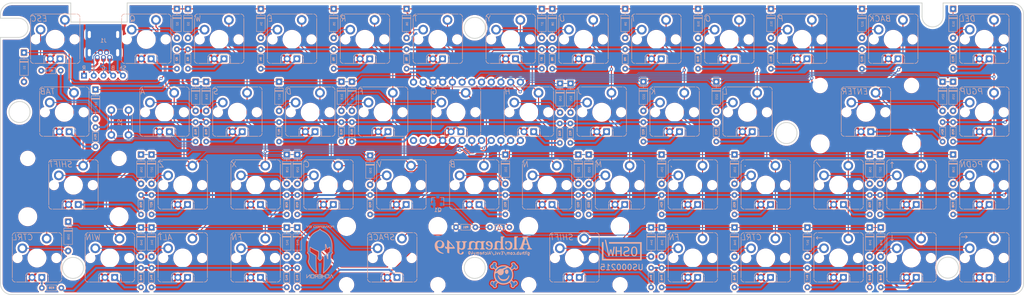
<source format=kicad_pcb>
(kicad_pcb (version 20171130) (host pcbnew "(5.1.6)-1")
  (title_block (title "Alchemy49 Keyboard PCB") (date 2019-11-21))
  (layers (0 F.Cu signal) (31 B.Cu signal) (34 B.Paste user hide) (35 F.Paste user hide) (36 B.SilkS user) (37 F.SilkS user) (38 B.Mask user hide) (39 F.Mask user hide) (44 Edge.Cuts user))
  (net 0 "")
  (net 1 Row1)
  (net 2 "Net-(D1-Pad2)")
  (net 3 "Net-(D2-Pad2)")
  (net 4 Row2)
  (net 5 "Net-(D3-Pad2)")
  (net 6 Row3)
  (net 7 "Net-(D4-Pad2)")
  (net 8 Row4)
  (net 9 "Net-(D5-Pad2)")
  (net 10 "Net-(D6-Pad2)")
  (net 11 "Net-(D7-Pad2)")
  (net 12 "Net-(D8-Pad2)")
  (net 13 "Net-(D9-Pad2)")
  (net 14 "Net-(D10-Pad2)")
  (net 15 "Net-(D11-Pad2)")
  (net 16 "Net-(D12-Pad2)")
  (net 17 "Net-(D13-Pad2)")
  (net 18 "Net-(D14-Pad2)")
  (net 19 "Net-(D15-Pad2)")
  (net 20 "Net-(D16-Pad2)")
  (net 21 "Net-(D17-Pad2)")
  (net 22 "Net-(D18-Pad2)")
  (net 23 "Net-(D19-Pad2)")
  (net 24 "Net-(D20-Pad2)")
  (net 25 "Net-(D21-Pad2)")
  (net 26 "Net-(D22-Pad2)")
  (net 27 "Net-(D23-Pad2)")
  (net 28 "Net-(D24-Pad2)")
  (net 29 "Net-(D25-Pad2)")
  (net 30 "Net-(D26-Pad2)")
  (net 31 "Net-(D27-Pad2)")
  (net 32 "Net-(D28-Pad2)")
  (net 33 "Net-(D29-Pad2)")
  (net 34 "Net-(D30-Pad2)")
  (net 35 "Net-(D31-Pad2)")
  (net 36 "Net-(D32-Pad2)")
  (net 37 "Net-(D33-Pad2)")
  (net 38 "Net-(D34-Pad2)")
  (net 39 "Net-(D35-Pad2)")
  (net 40 "Net-(D36-Pad2)")
  (net 41 "Net-(D37-Pad2)")
  (net 42 "Net-(D38-Pad2)")
  (net 43 "Net-(D39-Pad2)")
  (net 44 "Net-(D40-Pad2)")
  (net 45 "Net-(D41-Pad2)")
  (net 46 "Net-(D42-Pad2)")
  (net 47 "Net-(D43-Pad2)")
  (net 48 "Net-(D44-Pad2)")
  (net 49 "Net-(D45-Pad2)")
  (net 50 "Net-(D46-Pad2)")
  (net 51 "Net-(D47-Pad2)")
  (net 52 "Net-(D48-Pad2)")
  (net 53 "Net-(D49-Pad2)")
  (net 54 "Net-(J1-Pad1)")
  (net 55 "Net-(J1-Pad4)")
  (net 56 "Net-(J1-Pad5)")
  (net 57 Col1)
  (net 58 Col2)
  (net 59 Col3)
  (net 60 Col4)
  (net 61 Col5)
  (net 62 Col6)
  (net 63 Col7)
  (net 64 Col8)
  (net 65 Col9)
  (net 66 Col10)
  (net 67 Col11)
  (net 68 Col12)
  (net 69 Col13)
  (net 70 GND)
  (net 71 VCC)
  (net 72 LED)
  (net 73 LEDCTL)
  (net 74 "Net-(J1-Pad3)")
  (net 75 "Net-(J1-Pad2)")
  (net 76 "Net-(B1-Pad22)")
  (net 77 "Net-(B1-Pad23)")
  (net 78 "Net-(B1-Pad24)")
  (net 79 "Net-(LED1-PadK)")
  (net 80 "Net-(LED2-PadK)")
  (net 81 "Net-(LED3-PadK)")
  (net 82 "Net-(LED4-PadK)")
  (net 83 "Net-(LED5-PadK)")
  (net 84 "Net-(LED6-PadK)")
  (net 85 "Net-(LED7-PadK)")
  (net 86 "Net-(LED8-PadK)")
  (net 87 "Net-(LED9-PadK)")
  (net 88 "Net-(LED10-PadK)")
  (net 89 "Net-(LED11-PadK)")
  (net 90 "Net-(LED12-PadK)")
  (net 91 "Net-(LED13-PadK)")
  (net 92 "Net-(LED14-PadK)")
  (net 93 "Net-(LED15-PadK)")
  (net 94 "Net-(LED16-PadK)")
  (net 95 "Net-(LED17-PadK)")
  (net 96 "Net-(LED18-PadK)")
  (net 97 "Net-(LED19-PadK)")
  (net 98 "Net-(LED20-PadK)")
  (net 99 "Net-(LED21-PadK)")
  (net 100 "Net-(LED22-PadK)")
  (net 101 "Net-(LED23-PadK)")
  (net 102 "Net-(LED24-PadK)")
  (net 103 "Net-(LED25-PadK)")
  (net 104 "Net-(LED26-PadK)")
  (net 105 "Net-(LED27-PadK)")
  (net 106 "Net-(LED28-PadK)")
  (net 107 "Net-(LED29-PadK)")
  (net 108 "Net-(LED30-PadK)")
  (net 109 "Net-(LED31-PadK)")
  (net 110 "Net-(LED32-PadK)")
  (net 111 "Net-(LED33-PadK)")
  (net 112 "Net-(LED34-PadK)")
  (net 113 "Net-(LED35-PadK)")
  (net 114 "Net-(LED36-PadK)")
  (net 115 "Net-(LED37-PadK)")
  (net 116 "Net-(LED38-PadK)")
  (net 117 "Net-(LED39-PadK)")
  (net 118 "Net-(LED40-PadK)")
  (net 119 "Net-(LED41-PadK)")
  (net 120 "Net-(LED42-PadK)")
  (net 121 "Net-(LED43-PadK)")
  (net 122 "Net-(LED44-PadK)")
  (net 123 "Net-(LED45-PadK)")
  (net 124 "Net-(LED46-PadK)")
  (net 125 "Net-(LED47-PadK)")
  (net 126 "Net-(LED48-PadK)")
  (net 127 "Net-(LED49-PadK)")
  (net 128 "Net-(Q1-Pad1)")
  (net 129 SHLD)
  (module Alchemy49:AcheronLibrary-Tall_PlatedOutline (layer B.Cu) (at 97.8 78.6 180)
    (fp_text reference G*** hide)
    (fp_text value LOGO hide)
    (pad 1 smd custom (at 0 0 180) (size 0.5 0.5) (layers B.Cu B.Mask) (options (clearance outline) (anchor circle)) (primitives (gr_poly (pts (xy 0.002324 6.136541) (xy 0.00254 6.135175) (xy 0.003648 6.131649) (xy 0.00665 6.124698) (xy 0.011064 6.11539) (xy 0.015472 6.106603) (xy 0.036663 6.069231) (xy 0.062466 6.030531) (xy 0.09266 5.990738) (xy 0.127023 5.950085) (xy 0.165334 5.908805) (xy 0.207371 5.867133) (xy 0.252913 5.825302) (xy 0.301739 5.783546) (xy 0.353626 5.742098) (xy 0.379693 5.722278) (xy 0.400583 5.706721) (xy 0.418055 5.693914) (xy 0.432695 5.683481) (xy 0.445087 5.675044) (xy 0.455816 5.668226) (xy 0.465467 5.662651) (xy 0.474626 5.657941) (xy 0.483877 5.65372) (xy 0.490171 5.651078) (xy 0.500021 5.646977) (xy 0.513518 5.641252) (xy 0.529667 5.63433) (xy 0.547469 5.626641) (xy 0.565927 5.618614) (xy 0.579063 5.612866) (xy 0.724685 5.546732) (xy 0.865927 5.478066) (xy 1.002824 5.406842) (xy 1.135415 5.333035) (xy 1.263736 5.256619) (xy 1.387825 5.177569) (xy 1.507718 5.095857) (xy 1.623453 5.01146) (xy 1.735067 4.92435) (xy 1.842597 4.834502) (xy 1.946081 4.741891) (xy 2.045555 4.646491) (xy 2.141057 4.548275) (xy 2.187523 4.49789) (xy 2.278114 4.394132) (xy 2.364608 4.287373) (xy 2.447003 4.177615) (xy 2.525297 4.064865) (xy 2.599487 3.949125) (xy 2.669572 3.830401) (xy 2.735549 3.708696) (xy 2.797416 3.584015) (xy 2.85517 3.456362) (xy 2.90881 3.325742) (xy 2.958333 3.192158) (xy 3.003736 3.055616) (xy 3.045018 2.916119) (xy 3.071819 2.815308) (xy 3.101121 2.693403) (xy 3.127421 2.57041) (xy 3.150773 2.44593) (xy 3.17123 2.319564) (xy 3.188845 2.190914) (xy 3.203672 2.059579) (xy 3.215764 1.925163) (xy 3.225173 1.787265) (xy 3.231955 1.645487) (xy 3.233345 1.606389) (xy 3.233884 1.586213) (xy 3.234323 1.561797) (xy 3.234664 1.53372) (xy 3.234911 1.502564) (xy 3.235066 1.468908) (xy 3.235133 1.433335) (xy 3.235113 1.396424) (xy 3.23501 1.358755) (xy 3.234827 1.320911) (xy 3.234566 1.28347) (xy 3.234231 1.247015) (xy 3.233824 1.212124) (xy 3.233348 1.17938) (xy 3.232806 1.149363) (xy 3.232201 1.122653) (xy 3.231535 1.099831) (xy 3.230812 1.081477) (xy 3.230773 1.080661) (xy 3.224823 0.966947) (xy 3.218101 0.857439) (xy 3.210533 0.751314) (xy 3.202049 0.647748) (xy 3.192574 0.545917) (xy 3.182039 0.444997) (xy 3.170369 0.344164) (xy 3.157493 0.242593) (xy 3.156888 0.238023) (xy 3.149554 0.182705) (xy 3.183511 0.140984) (xy 3.210092 0.107796) (xy 3.233269 0.077607) (xy 3.25331 0.049903) (xy 3.270483 0.024168) (xy 3.285053 -0.000109) (xy 3.297289 -0.023444) (xy 3.307456 -0.04635) (xy 3.315822 -0.069341) (xy 3.322653 -0.09293) (xy 3.328218 -0.117632) (xy 3.332782 -0.14396) (xy 3.333283 -0.147306) (xy 3.334436 -0.156751) (xy 3.33564 -0.169457) (xy 3.336853 -0.184637) (xy 3.338035 -0.201509) (xy 3.339142 -0.219287) (xy 3.340132 -0.237188) (xy 3.340966 -0.254428) (xy 3.3416 -0.270222) (xy 3.341992 -0.283786) (xy 3.342102 -0.294336) (xy 3.341886 -0.301087) (xy 3.341575 -0.303012) (xy 3.338827 -0.305644) (xy 3.332456 -0.309907) (xy 3.323408 -0.315215) (xy 3.312632 -0.320981) (xy 3.312526 -0.321035) (xy 3.263923 -0.34873) (xy 3.21776 -0.380768) (xy 3.174228 -0.416939) (xy 3.133516 -0.457032) (xy 3.095816 -0.500836) (xy 3.061316 -0.548143) (xy 3.030206 -0.59874) (xy 3.002678 -0.652417) (xy 2.992213 -0.675868) (xy 2.973178 -0.723893) (xy 2.956396 -0.77376) (xy 2.941743 -0.825991) (xy 2.929096 -0.881108) (xy 2.918332 -0.939631) (xy 2.909329 -1.002082) (xy 2.903694 -1.051455) (xy 2.902326 -1.068297) (xy 2.901179 -1.089489) (xy 2.900255 -1.11431) (xy 2.899552 -1.142036) (xy 2.89907 -1.171943) (xy 2.89881 -1.203309) (xy 2.898772 -1.23541) (xy 2.898956 -1.267523) (xy 2.899361 -1.298924) (xy 2.899987 -1.328891) (xy 2.900835 -1.3567) (xy 2.901905 -1.381628) (xy 2.903196 -1.402952) (xy 2.903711 -1.40956) (xy 2.911437 -1.491217) (xy 2.920925 -1.57214) (xy 2.932309 -1.653108) (xy 2.94572 -1.734904) (xy 2.961293 -1.818308) (xy 2.979159 -1.904104) (xy 2.999451 -1.993072) (xy 3.010653 -2.039417) (xy 3.023696 -2.090903) (xy 3.038263 -2.145674) (xy 3.053948 -2.202313) (xy 3.070347 -2.259405) (xy 3.087054 -2.315534) (xy 3.103665 -2.369286) (xy 3.116071 -2.407966) (xy 3.12088 -2.423063) (xy 3.125076 -2.436942) (xy 3.128409 -2.448717) (xy 3.130629 -2.457503) (xy 3.131486 -2.462416) (xy 3.131489 -2.46257) (xy 3.130815 -2.470621) (xy 3.12891 -2.482987) (xy 3.125909 -2.499089) (xy 3.121945 -2.51835) (xy 3.117152 -2.540191) (xy 3.111663 -2.564034) (xy 3.105613 -2.589301) (xy 3.099135 -2.615415) (xy 3.092363 -2.641796) (xy 3.085431 -2.667867) (xy 3.078472 -2.693049) (xy 3.076785 -2.698996) (xy 3.04676 -2.797776) (xy 3.012504 -2.898668) (xy 2.974203 -3.001272) (xy 2.932042 -3.10519) (xy 2.886206 -3.210023) (xy 2.83688 -3.31537) (xy 2.784249 -3.420833) (xy 2.728497 -3.526012) (xy 2.669811 -3.630508) (xy 2.608375 -3.733922) (xy 2.564412 -3.80454) (xy 2.479755 -3.933957) (xy 2.39145 -4.061062) (xy 2.299303 -4.186096) (xy 2.203119 -4.309301) (xy 2.102702 -4.430918) (xy 1.997858 -4.551189) (xy 1.888392 -4.670356) (xy 1.774109 -4.788661) (xy 1.753703 -4.80919) (xy 1.659708 -4.901718) (xy 1.565733 -4.990876) (xy 1.470867 -5.077472) (xy 1.374198 -5.162314) (xy 1.274815 -5.246209) (xy 1.171807 -5.329967) (xy 1.121298 -5.369974) (xy 1.098601 -5.387714) (xy 1.074922 -5.406048) (xy 1.050594 -5.424732) (xy 1.025948 -5.44352) (xy 1.001316 -5.462169) (xy 0.977028 -5.480432) (xy 0.953418 -5.498067) (xy 0.930815 -5.514827) (xy 0.909553 -5.530468) (xy 0.889961 -5.544745) (xy 0.872372 -5.557414) (xy 0.857118 -5.568229) (xy 0.844529 -5.576946) (xy 0.834937 -5.583321) (xy 0.828674 -5.587107) (xy 0.826071 -5.588062) (xy 0.826026 -5.587996) (xy 0.826045 -5.585109) (xy 0.82637 -5.577589) (xy 0.826974 -5.565873) (xy 0.827833 -5.550395) (xy 0.828921 -5.531592) (xy 0.830214 -5.5099) (xy 0.831684 -5.485755) (xy 0.833308 -5.459592) (xy 0.83506 -5.431848) (xy 0.83544 -5.425893) (xy 0.844169 -5.288321) (xy 0.852476 -5.155375) (xy 0.860388 -5.026622) (xy 0.867928 -4.90163) (xy 0.87512 -4.779966) (xy 0.88199 -4.661195) (xy 0.888562 -4.544886) (xy 0.89486 -4.430604) (xy 0.900909 -4.317917) (xy 0.906733 -4.206391) (xy 0.912357 -4.095593) (xy 0.917805 -3.985091) (xy 0.923101 -3.874451) (xy 0.923104 -3.874383) (xy 0.927974 -3.769671) (xy 0.932541 -3.668323) (xy 0.936829 -3.569657) (xy 0.940862 -3.472988) (xy 0.944666 -3.377633) (xy 0.948264 -3.282906) (xy 0.951682 -3.188125) (xy 0.954943 -3.092605) (xy 0.958072 -2.995662) (xy 0.961094 -2.896613) (xy 0.964032 -2.794772) (xy 0.966911 -2.689457) (xy 0.969756 -2.579983) (xy 0.970737 -2.541016) (xy 0.971218 -2.518749) (xy 0.971661 -2.492229) (xy 0.972066 -2.461822) (xy 0.972433 -2.427897) (xy 0.972761 -2.390822) (xy 0.973052 -2.350964) (xy 0.973305 -2.308692) (xy 0.97352 -2.264372) (xy 0.973697 -2.218373) (xy 0.973836 -2.171062) (xy 0.973938 -2.122808) (xy 0.974001 -2.073978) (xy 0.974026 -2.024939) (xy 0.974013 -1.97606) (xy 0.973963 -1.927709) (xy 0.973874 -1.880252) (xy 0.973748 -1.834059) (xy 0.973584 -1.789496) (xy 0.973382 -1.746931) (xy 0.973142 -1.706733) (xy 0.972864 -1.669269) (xy 0.972548 -1.634906) (xy 0.972194 -1.604013) (xy 0.971803 -1.576957) (xy 0.971373 -1.554107) (xy 0.970906 -1.535829) (xy 0.97072 -1.530197) (xy 0.967958 -1.457663) (xy 0.965031 -1.389911) (xy 0.96192 -1.326646) (xy 0.958603 -1.267575) (xy 0.955062 -1.212402) (xy 0.951276 -1.160831) (xy 0.947226 -1.11257) (xy 0.942892 -1.067321) (xy 0.938253 -1.024791) (xy 0.9347 -0.995581) (xy 0.932282 -0.975847) (xy 0.93065 -0.960716) (xy 0.929773 -0.949778) (xy 0.929622 -0.942622) (xy 0.930168 -0.938837) (xy 0.930556 -0.938193) (xy 0.932978 -0.936508) (xy 0.939422 -0.932217) (xy 0.949648 -0.925476) (xy 0.963417 -0.916441) (xy 0.980488 -0.905269) (xy 1.000621 -0.892116) (xy 1.023577 -0.877139) (xy 1.049114 -0.860495) (xy 1.076995 -0.842339) (xy 1.106977 -0.822828) (xy 1.138822 -0.802119) (xy 1.172289 -0.780368) (xy 1.207139 -0.757732) (xy 1.241936 -0.735143) (xy 1.283007 -0.708487) (xy 1.326182 -0.680463) (xy 1.370921 -0.651422) (xy 1.416684 -0.621715) (xy 1.46293 -0.591692) (xy 1.509119 -0.561704) (xy 1.554712 -0.532103) (xy 1.599166 -0.503238) (xy 1.641943 -0.475461) (xy 1.682501 -0.449123) (xy 1.720301 -0.424574) (xy 1.754802 -0.402166) (xy 1.779093 -0.386387) (xy 1.839269 -0.347295) (xy 1.895362 -0.310856) (xy 1.94755 -0.276955) (xy 1.996008 -0.245476) (xy 2.040915 -0.216305) (xy 2.082447 -0.189328) (xy 2.120781 -0.164429) (xy 2.156093 -0.141493) (xy 2.188562 -0.120406) (xy 2.218362 -0.101052) (xy 2.245672 -0.083318) (xy 2.270669 -0.067088) (xy 2.293528 -0.052247) (xy 2.314428 -0.03868) (xy 2.333545 -0.026273) (xy 2.351055 -0.01491) (xy 2.367137 -0.004478) (xy 2.381966 0.005139) (xy 2.395719 0.014056) (xy 2.408574 0.022388) (xy 2.420707 0.030249) (xy 2.432296 0.037755) (xy 2.443516 0.04502) (xy 2.454546 0.052158) (xy 2.465561 0.059285) (xy 2.469553 0.061868) (xy 2.568252 0.125717) (xy 2.566701 0.328897) (xy 2.566487 0.35807) (xy 2.566252 0.391743) (xy 2.566002 0.429337) (xy 2.565739 0.470273) (xy 2.565467 0.51397) (xy 2.565189 0.559851) (xy 2.564909 0.607334) (xy 2.56463 0.655842) (xy 2.564356 0.704795) (xy 2.564089 0.753613) (xy 2.563834 0.801718) (xy 2.563594 0.848529) (xy 2.563472 0.873153) (xy 2.563217 0.923183) (xy 2.562969 0.968351) (xy 2.562725 1.008878) (xy 2.56248 1.044981) (xy 2.562232 1.07688) (xy 2.561978 1.104793) (xy 2.561714 1.12894) (xy 2.561438 1.149538) (xy 2.561146 1.166806) (xy 2.560835 1.180964) (xy 2.560502 1.192229) (xy 2.560143 1.200822) (xy 2.559757 1.206959) (xy 2.559338 1.210861) (xy 2.558886 1.212747) (xy 2.558566 1.212992) (xy 2.555637 1.21129) (xy 2.5491 1.207156) (xy 2.539566 1.200988) (xy 2.527646 1.193182) (xy 2.51395 1.184137) (xy 2.502462 1.176499) (xy 2.371937 1.091423) (xy 2.236899 1.007183) (xy 2.097886 0.924061) (xy 1.955435 0.842337) (xy 1.810081 0.762292) (xy 1.662363 0.684205) (xy 1.512816 0.608359) (xy 1.361978 0.535034) (xy 1.210385 0.464509) (xy 1.058574 0.397067) (xy 0.907082 0.332988) (xy 0.826688 0.300318) (xy 0.791802 0.286456) (xy 0.755625 0.272284) (xy 0.718971 0.258111) (xy 0.682655 0.244244) (xy 0.64749 0.230992) (xy 0.614292 0.218664) (xy 0.583874 0.207567) (xy 0.557052 0.19801) (xy 0.548827 0.195142) (xy 0.533279 0.189635) (xy 0.521636 0.185154) (xy 0.512942 0.181242) (xy 0.506244 0.177444) (xy 0.500585 0.173305) (xy 0.497493 0.170648) (xy 0.480395 0.152154) (xy 0.465068 0.128926) (xy 0.451515 0.10099) (xy 0.439737 0.068374) (xy 0.42974 0.031106) (xy 0.421524 -0.010788) (xy 0.415094 -0.05728) (xy 0.410452 -0.108343) (xy 0.407601 -0.163949) (xy 0.406545 -0.22407) (xy 0.407286 -0.288681) (xy 0.409827 -0.357752) (xy 0.414171 -0.431258) (xy 0.420321 -0.509169) (xy 0.421694 -0.524458) (xy 0.428703 -0.594545) (xy 0.437296 -0.669009) (xy 0.4474 -0.747424) (xy 0.458943 -0.829364) (xy 0.471851 -0.914404) (xy 0.486054 -1.002119) (xy 0.501477 -1.092083) (xy 0.518049 -1.18387) (xy 0.535697 -1.277056) (xy 0.554348 -1.371214) (xy 0.57393 -1.46592) (xy 0.594371 -1.560747) (xy 0.610947 -1.634889) (xy 0.625499 -1.698945) (xy 0.61533 -1.712351) (xy 0.606516 -1.723426) (xy 0.594156 -1.738087) (xy 0.578274 -1.75631) (xy 0.558894 -1.778068) (xy 0.53604 -1.803334) (xy 0.509736 -1.832084) (xy 0.480006 -1.864291) (xy 0.446875 -1.899929) (xy 0.410365 -1.938972) (xy 0.370501 -1.981394) (xy 0.327308 -2.027169) (xy 0.280809 -2.07627) (xy 0.238768 -2.120534) (xy 0.200013 -2.161265) (xy 0.164725 -2.198305) (xy 0.132891 -2.231664) (xy 0.104503 -2.261355) (xy 0.079547 -2.287388) (xy 0.058015 -2.309775) (xy 0.039894 -2.328527) (xy 0.025174 -2.343656) (xy 0.013843 -2.355173) (xy 0.005892 -2.363089) (xy 0.001308 -2.367415) (xy 0.000093 -2.368314) (xy -0.00217 -2.366468) (xy -0.007878 -2.360955) (xy -0.017001 -2.351808) (xy -0.029504 -2.339059) (xy -0.045356 -2.322743) (xy -0.064524 -2.302894) (xy -0.086976 -2.279545) (xy -0.112679 -2.25273) (xy -0.141602 -2.222482) (xy -0.173711 -2.188835) (xy -0.208974 -2.151823) (xy -0.238736 -2.120547) (xy -0.287293 -2.069418) (xy -0.332728 -2.02142) (xy -0.375004 -1.976595) (xy -0.414083 -1.934983) (xy -0.449928 -1.896623) (xy -0.482501 -1.861558) (xy -0.511766 -1.829827) (xy -0.537683 -1.801471) (xy -0.560218 -1.77653) (xy -0.579331 -1.755045) (xy -0.594985 -1.737056) (xy -0.607144 -1.722604) (xy -0.615298 -1.712351) (xy -0.625498 -1.698945) (xy -0.610946 -1.634889) (xy -0.589883 -1.540264) (xy -0.569622 -1.445427) (xy -0.550235 -1.350803) (xy -0.531794 -1.256819) (xy -0.514373 -1.1639) (xy -0.498043 -1.07247) (xy -0.482877 -0.982956) (xy -0.468948 -0.895784) (xy -0.456329 -0.811377) (xy -0.445091 -0.730163) (xy -0.435307 -0.652566) (xy -0.42705 -0.579012) (xy -0.421693 -0.524458) (xy -0.415729 -0.452654) (xy -0.411241 -0.383988) (xy -0.40823 -0.318708) (xy -0.406701 -0.257058) (xy -0.406656 -0.199284) (xy -0.408099 -0.145634) (xy -0.411034 -0.096353) (xy -0.415307 -0.052965) (xy -0.421757 -0.008909) (xy -0.429953 0.031286) (xy -0.439834 0.067452) (xy -0.451337 0.09942) (xy -0.464402 0.127019) (xy -0.478967 0.150081) (xy -0.494969 0.168437) (xy -0.496473 0.169848) (xy -0.500346 0.173436) (xy -0.503627 0.176305) (xy -0.506974 0.178746) (xy -0.511047 0.181053) (xy -0.516504 0.183519) (xy -0.524005 0.186437) (xy -0.534208 0.190099) (xy -0.547773 0.194799) (xy -0.565359 0.20083) (xy -0.568903 0.202046) (xy -0.63834 0.226552) (xy -0.71146 0.25366) (xy -0.787729 0.283141) (xy -0.866613 0.314766) (xy -0.947578 0.348307) (xy -1.03009 0.383533) (xy -1.113615 0.420217) (xy -1.197618 0.458128) (xy -1.281566 0.497038) (xy -1.364924 0.536718) (xy -1.447158 0.576939) (xy -1.471782 0.589204) (xy -1.560673 0.633666) (xy -1.560229 0.680882) (xy -1.559822 0.699816) (xy -1.558916 0.723684) (xy -1.557521 0.752366) (xy -1.555646 0.785743) (xy -1.553298 0.823694) (xy -1.550489 0.866099) (xy -1.547226 0.912839) (xy -1.543519 0.963793) (xy -1.539378 1.018843) (xy -1.53481 1.077866) (xy -1.529825 1.140745) (xy -1.524432 1.207359) (xy -1.518641 1.277587) (xy -1.51246 1.351311) (xy -1.505898 1.428409) (xy -1.498965 1.508763) (xy -1.49167 1.592252) (xy -1.488185 1.631786) (xy -1.485612 1.660886) (xy -1.482949 1.690971) (xy -1.480237 1.721573) (xy -1.477519 1.752225) (xy -1.474836 1.782457) (xy -1.47223 1.811802) (xy -1.469742 1.839791) (xy -1.467414 1.865956) (xy -1.465287 1.889829) (xy -1.463404 1.910942) (xy -1.461805 1.928826) (xy -1.460533 1.943014) (xy -1.45963 1.953036) (xy -1.459162 1.958144) (xy -1.458878 1.961239) (xy -1.458711 1.963635) (xy -1.458751 1.96503) (xy -1.459087 1.965126) (xy -1.45981 1.963622) (xy -1.461008 1.960218) (xy -1.462771 1.954614) (xy -1.465189 1.94651) (xy -1.468351 1.935606) (xy -1.472346 1.921602) (xy -1.477265 1.904198) (xy -1.483197 1.883094) (xy -1.490232 1.85799) (xy -1.498458 1.828585) (xy -1.507682 1.7956) (xy -1.530072 1.715765) (xy -1.551939 1.638293) (xy -1.573244 1.563308) (xy -1.593948 1.490934) (xy -1.614014 1.421297) (xy -1.633403 1.35452) (xy -1.652078 1.29073) (xy -1.669999 1.23005) (xy -1.687129 1.172605) (xy -1.70343 1.118521) (xy -1.718864 1.067921) (xy -1.733392 1.02093) (xy -1.746977 0.977674) (xy -1.759579 0.938277) (xy -1.771162 0.902863) (xy -1.781686 0.871558) (xy -1.791115 0.844485) (xy -1.799408 0.821771) (xy -1.80653 0.803539) (xy -1.81244 0.789915) (xy -1.817102 0.781022) (xy -1.818688 0.778716) (xy -1.823816 0.772196) (xy -1.83701 0.779476) (xy -1.842462 0.782465) (xy -1.851725 0.787525) (xy -1.864148 0.794298) (xy -1.879079 0.802431) (xy -1.895866 0.811568) (xy -1.913858 0.821355) (xy -1.923857 0.826791) (xy -2.00355 0.870648) (xy -2.080065 0.913894) (xy -2.154494 0.957187) (xy -2.227928 1.001183) (xy -2.301456 1.046538) (xy -2.376171 1.093907) (xy -2.453162 1.143948) (xy -2.47517 1.158458) (xy -2.493622 1.170637) (xy -2.510737 1.181893) (xy -2.526056 1.191927) (xy -2.539121 1.20044) (xy -2.549471 1.207134) (xy -2.556648 1.211709) (xy -2.560193 1.213867) (xy -2.560482 1.213998) (xy -2.560652 1.211507) (xy -2.560841 1.20423) (xy -2.561045 1.192461) (xy -2.561263 1.176493) (xy -2.56149 1.156619) (xy -2.561725 1.133132) (xy -2.561966 1.106328) (xy -2.562209 1.076497) (xy -2.562452 1.043936) (xy -2.562693 1.008935) (xy -2.562929 0.97179) (xy -2.563157 0.932794) (xy -2.563375 0.892239) (xy -2.563471 0.873037) (xy -2.563701 0.827175) (xy -2.563947 0.779704) (xy -2.564206 0.731205) (xy -2.564473 0.682256) (xy -2.564747 0.633438) (xy -2.565022 0.58533) (xy -2.565297 0.538511) (xy -2.565568 0.493562) (xy -2.56583 0.451061) (xy -2.566082 0.411588) (xy -2.566319 0.375722) (xy -2.566538 0.344044) (xy -2.566647 0.328897) (xy -2.568145 0.125717) (xy -2.289812 -0.059465) (xy -2.011478 -0.244647) (xy -2.011481 -0.268994) (xy -2.011518 -0.273578) (xy -2.011625 -0.283028) (xy -2.011801 -0.29713) (xy -2.01204 -0.315672) (xy -2.012342 -0.338439) (xy -2.012703 -0.36522) (xy -2.013119 -0.3958) (xy -2.013589 -0.429967) (xy -2.014108 -0.467507) (xy -2.014674 -0.508207) (xy -2.015285 -0.551854) (xy -2.015936 -0.598235) (xy -2.016625 -0.647136) (xy -2.01735 -0.698344) (xy -2.018107 -0.751647) (xy -2.018893 -0.80683) (xy -2.019705 -0.863681) (xy -2.02054 -0.921986) (xy -2.021395 -0.981532) (xy -2.021667 -1.000422) (xy -2.022523 -1.060009) (xy -2.023354 -1.118268) (xy -2.024158 -1.174996) (xy -2.024933 -1.229988) (xy -2.025675 -1.28304) (xy -2.026382 -1.333948) (xy -2.027052 -1.382508) (xy -2.027681 -1.428517) (xy -2.028266 -1.471769) (xy -2.028805 -1.512062) (xy -2.029296 -1.549191) (xy -2.029735 -1.582951) (xy -2.03012 -1.61314) (xy -2.030448 -1.639552) (xy -2.030717 -1.661985) (xy -2.030923 -1.680233) (xy -2.031064 -1.694093) (xy -2.031137 -1.70336) (xy -2.03114 -1.707832) (xy -2.031121 -1.708232) (xy -2.030438 -1.705869) (xy -2.028553 -1.698789) (xy -2.025519 -1.687196) (xy -2.021388 -1.671295) (xy -2.016212 -1.65129) (xy -2.010045 -1.627386) (xy -2.002938 -1.599788) (xy -1.994944 -1.568699) (xy -1.986116 -1.534326) (xy -1.976506 -1.496873) (xy -1.966166 -1.456543) (xy -1.95515 -1.413542) (xy -1.943509 -1.368075) (xy -1.931297 -1.320345) (xy -1.918565 -1.270559) (xy -1.905367 -1.218919) (xy -1.891754 -1.165631) (xy -1.877779 -1.1109) (xy -1.868059 -1.072816) (xy -1.849152 -0.998764) (xy -1.831467 -0.929583) (xy -1.814989 -0.865215) (xy -1.799704 -0.805606) (xy -1.785596 -0.750697) (xy -1.772652 -0.700432) (xy -1.760856 -0.654756) (xy -1.750194 -0.613612) (xy -1.740651 -0.576942) (xy -1.732212 -0.544692) (xy -1.724863 -0.516805) (xy -1.718589 -0.493223) (xy -1.713376 -0.473891) (xy -1.709207 -0.458753) (xy -1.70607 -0.447751) (xy -1.70395 -0.44083) (xy -1.70283 -0.437932) (xy -1.7027 -0.437832) (xy -1.7002 -0.439346) (xy -1.693701 -0.443457) (xy -1.683464 -0.449997) (xy -1.66975 -0.458797) (xy -1.65282 -0.469687) (xy -1.632933 -0.482499) (xy -1.610351 -0.497065) (xy -1.585334 -0.513215) (xy -1.558143 -0.530781) (xy -1.529037 -0.549594) (xy -1.498278 -0.569484) (xy -1.466127 -0.590284) (xy -1.432843 -0.611824) (xy -1.398688 -0.633935) (xy -1.363921 -0.656449) (xy -1.328804 -0.679197) (xy -1.293596 -0.70201) (xy -1.25856 -0.72472) (xy -1.223954 -0.747156) (xy -1.19004 -0.769152) (xy -1.157078 -0.790537) (xy -1.125328 -0.811143) (xy -1.095052 -0.830801) (xy -1.06651 -0.849342) (xy -1.039962 -0.866598) (xy -1.015669 -0.8824) (xy -0.993891 -0.896578) (xy -0.97489 -0.908964) (xy -0.958925 -0.91939) (xy -0.946257 -0.927686) (xy -0.937146 -0.933684) (xy -0.931854 -0.937214) (xy -0.930555 -0.938133) (xy -0.929749 -0.940745) (xy -0.929627 -0.946549) (xy -0.930218 -0.95596) (xy -0.931552 -0.969393) (xy -0.933658 -0.987261) (xy -0.934703 -0.995581) (xy -0.940204 -1.041791) (xy -0.94528 -1.09074) (xy -0.949945 -1.142681) (xy -0.954216 -1.197863) (xy -0.958107 -1.256538) (xy -0.961634 -1.318956) (xy -0.96481 -1.385368) (xy -0.967651 -1.456025) (xy -0.970173 -1.531178) (xy -0.97239 -1.611077) (xy -0.972988 -1.635597) (xy -0.973385 -1.655973) (xy -0.973729 -1.681009) (xy -0.974021 -1.710286) (xy -0.974263 -1.743385) (xy -0.974455 -1.779887) (xy -0.974599 -1.819373) (xy -0.974696 -1.861423) (xy -0.974746 -1.90562) (xy -0.974752 -1.951542) (xy -0.974715 -1.998773) (xy -0.974635 -2.046891) (xy -0.974514 -2.095479) (xy -0.974352 -2.144117) (xy -0.974152 -2.192386) (xy -0.973914 -2.239868) (xy -0.97364 -2.286142) (xy -0.97333 -2.330791) (xy -0.972986 -2.373394) (xy -0.972609 -2.413533) (xy -0.9722 -2.450788) (xy -0.97176 -2.484741) (xy -0.971291 -2.514973) (xy -0.970794 -2.541064) (xy -0.970406 -2.557525) (xy -0.969149 -2.605691) (xy -0.968009 -2.649222) (xy -0.966973 -2.688561) (xy -0.966029 -2.72415) (xy -0.965166 -2.756431) (xy -0.96437 -2.785848) (xy -0.963629 -2.812844) (xy -0.962932 -2.83786) (xy -0.962265 -2.861341) (xy -0.961617 -2.883727) (xy -0.960976 -2.905462) (xy -0.960328 -2.92699) (xy -0.959662 -2.948751) (xy -0.958965 -2.971189) (xy -0.958677 -2.980392) (xy -0.953442 -3.139018) (xy -0.947561 -3.301522) (xy -0.941031 -3.468) (xy -0.933846 -3.638545) (xy -0.926002 -3.813249) (xy -0.917494 -3.992205) (xy -0.908318 -4.175507) (xy -0.898468 -4.363249) (xy -0.88794 -4.555523) (xy -0.876729 -4.752422) (xy -0.864831 -4.95404) (xy -0.852241 -5.160469) (xy -0.838953 -5.371804) (xy -0.834187 -5.446178) (xy -0.83252 -5.472319) (xy -0.830983 -5.49695) (xy -0.829602 -5.519602) (xy -0.828404 -5.539807) (xy -0.827416 -5.557097) (xy -0.826665 -5.571003) (xy -0.826178 -5.581058) (xy -0.825982 -5.586794) (xy -0.826015 -5.587967) (xy -0.82821 -5.587287) (xy -0.833872 -5.583997) (xy -0.842383 -5.578502) (xy -0.853121 -5.571206) (xy -0.865465 -5.562513) (xy -0.868659 -5.560219) (xy -1.012533 -5.453949) (xy -1.152611 -5.34531) (xy -1.288824 -5.234381) (xy -1.421101 -5.12124) (xy -1.549372 -5.005967) (xy -1.673569 -4.888639) (xy -1.793621 -4.769336) (xy -1.909459 -4.648137) (xy -2.021012 -4.525119) (xy -2.128212 -4.400362) (xy -2.230988 -4.273944) (xy -2.32927 -4.145944) (xy -2.42299 -4.016441) (xy -2.512077 -3.885513) (xy -2.596461 -3.753239) (xy -2.676073 -3.619698) (xy -2.750844 -3.484968) (xy -2.810905 -3.36884) (xy -2.85334 -3.281583) (xy -2.893592 -3.194026) (xy -2.931506 -3.106586) (xy -2.966931 -3.019685) (xy -2.999712 -2.933741) (xy -3.029698 -2.849173) (xy -3.056735 -2.766403) (xy -3.08067 -2.685849) (xy -3.101349 -2.60793) (xy -3.118621 -2.533067) (xy -3.122496 -2.514349) (xy -3.125427 -2.499407) (xy -3.127959 -2.485688) (xy -3.129923 -2.474173) (xy -3.13115 -2.465846) (xy -3.131488 -2.462094) (xy -3.130676 -2.455894) (xy -3.128517 -2.446787) (xy -3.125456 -2.436619) (xy -3.125054 -2.435427) (xy -3.120022 -2.420343) (xy -3.113847 -2.401224) (xy -3.106788 -2.378916) (xy -3.099104 -2.354266) (xy -3.091055 -2.32812) (xy -3.082899 -2.301324) (xy -3.074895 -2.274726) (xy -3.067302 -2.249171) (xy -3.06038 -2.225507) (xy -3.054387 -2.20458) (xy -3.054006 -2.20323) (xy -3.020919 -2.080324) (xy -2.991693 -1.960269) (xy -2.966338 -1.843123) (xy -2.944864 -1.728941) (xy -2.927281 -1.617781) (xy -2.9136 -1.509698) (xy -2.90383 -1.40475) (xy -2.900144 -1.348689) (xy -2.899449 -1.332422) (xy -2.898933 -1.312374) (xy -2.898589 -1.289301) (xy -2.89841 -1.263961) (xy -2.89839 -1.237111) (xy -2.898521 -1.209506) (xy -2.898796 -1.181904) (xy -2.899209 -1.155061) (xy -2.899752 -1.129734) (xy -2.900419 -1.106679) (xy -2.901202 -1.086654) (xy -2.902095 -1.070414) (xy -2.90279 -1.061614) (xy -2.910308 -0.994142) (xy -2.919674 -0.930964) (xy -2.931011 -0.871598) (xy -2.944442 -0.815562) (xy -2.960089 -0.762374) (xy -2.978076 -0.71155) (xy -2.998524 -0.662608) (xy -3.010918 -0.636207) (xy -3.038042 -0.58526) (xy -3.067908 -0.538148) (xy -3.101022 -0.494146) (xy -3.137889 -0.452528) (xy -3.141665 -0.44861) (xy -3.183042 -0.409339) (xy -3.22693 -0.374108) (xy -3.272928 -0.343217) (xy -3.312525 -0.321035) (xy -3.32332 -0.315258) (xy -3.332398 -0.30992) (xy -3.33881 -0.305611) (xy -3.341608 -0.302923) (xy -3.341614 -0.302909) (xy -3.342055 -0.29886) (xy -3.342143 -0.290531) (xy -3.34192 -0.278707) (xy -3.341426 -0.264174) (xy -3.340706 -0.247715) (xy -3.339799 -0.230115) (xy -3.33875 -0.212159) (xy -3.337598 -0.194632) (xy -3.336388 -0.178318) (xy -3.33516 -0.164001) (xy -3.333956 -0.152468) (xy -3.333278 -0.147306) (xy -3.328752 -0.120513) (xy -3.323205 -0.095345) (xy -3.316374 -0.071302) (xy -3.307998 -0.047883) (xy -3.297812 -0.024589) (xy -3.285555 -0.000919) (xy -3.270962 0.023625) (xy -3.253771 0.049544) (xy -3.23372 0.077339) (xy -3.210545 0.107508) (xy -3.183983 0.140551) (xy -3.17812 0.147695) (xy -3.149578 0.182373) (xy -3.158192 0.248015) (xy -3.180823 0.434829) (xy -3.199773 0.622054) (xy -3.214965 0.808767) (xy -3.226322 0.994048) (xy -3.233055 1.154282) (xy -3.233704 1.177931) (xy -3.234255 1.205834) (xy -3.234707 1.237285) (xy -3.235062 1.271578) (xy -3.235318 1.308007) (xy -3.235476 1.345868) (xy -3.235536 1.384454) (xy -3.235497 1.423061) (xy -3.235361 1.460981) (xy -3.235126 1.497511) (xy -3.234793 1.531944) (xy -3.234362 1.563575) (xy -3.233833 1.591697) (xy -3.233205 1.615607) (xy -3.23305 1.620357) (xy -3.225587 1.782915) (xy -3.214419 1.942047) (xy -3.199531 2.097817) (xy -3.180908 2.250292) (xy -3.158534 2.399535) (xy -3.132394 2.545613) (xy -3.102472 2.688591) (xy -3.068754 2.828533) (xy -3.031224 2.965505) (xy -2.989866 3.099573) (xy -2.944665 3.2308) (xy -2.895606 3.359253) (xy -2.842674 3.484996) (xy -2.785853 3.608095) (xy -2.745673 3.688981) (xy -2.680981 3.810101) (xy -2.612199 3.928343) (xy -2.539315 4.043717) (xy -2.462319 4.156233) (xy -2.381198 4.2659) (xy -2.295942 4.372728) (xy -2.206539 4.476727) (xy -2.112979 4.577907) (xy -2.015251 4.676277) (xy -1.913342 4.771848) (xy -1.807243 4.864629) (xy -1.696941 4.954629) (xy -1.582426 5.041859) (xy -1.463687 5.126329) (xy -1.340712 5.208047) (xy -1.21349 5.287025) (xy -1.08201 5.363271) (xy -0.946261 5.436796) (xy -0.806232 5.507609) (xy -0.661911 5.57572) (xy -0.521917 5.637464) (xy -0.50649 5.64406) (xy -0.492224 5.650182) (xy -0.479932 5.655481) (xy -0.470425 5.659607) (xy -0.464515 5.662209) (xy -0.463503 5.662669) (xy -0.458408 5.665629) (xy -0.4499 5.671261) (xy -0.43858 5.679124) (xy -0.425047 5.688778) (xy -0.409903 5.699781) (xy -0.393749 5.711693) (xy -0.377186 5.724074) (xy -0.360814 5.736483) (xy -0.345233 5.748479) (xy -0.331046 5.759621) (xy -0.327871 5.762154) (xy -0.273206 5.807505) (xy -0.222539 5.852775) (xy -0.176043 5.897784) (xy -0.133892 5.942353) (xy -0.096259 5.986301) (xy -0.063318 6.02945) (xy -0.046796 6.053484) (xy -0.039071 6.06562) (xy -0.031082 6.078893) (xy -0.023278 6.092471) (xy -0.016111 6.105522) (xy -0.010031 6.117215) (xy -0.005489 6.126717) (xy -0.002934 6.133199) (xy -0.002539 6.135175) (xy -0.001023 6.138277) (xy 0 6.138566) (xy 0.002324 6.136541)) (width 0.01))))
  )
  (module AcheronLibrary_MX:MX100 (layer B.Cu) (at 52.3875 23.01875 180)
    (fp_text reference SW2)
    (fp_text value Q-1U)
    (pad 2 thru_hole circle (at 3.81 2.54 90) (size 2.54 2.54) (drill 1.525) (layers *.Cu *.Mask) (net 3 "Net-(D2-Pad2)"))
    (pad 1 thru_hole circle (at -2.54 5.08 180) (size 2.54 2.54) (drill 1.525) (layers *.Cu *.Mask) (net 58 Col2))
    (pad "" np_thru_hole circle (at -5.08 0 180) (size 1.7018 1.7018) (drill 1.7018) (layers *.Cu *.Mask))
    (pad "" np_thru_hole circle (at 5.08 0 180) (size 1.7018 1.7018) (drill 1.7018) (layers *.Cu *.Mask))
    (pad "" np_thru_hole circle (at 0 0 180) (size 3.9878 3.9878) (drill 3.9878) (layers *.Cu *.Mask))
  )
  (module Alchemy49:EvvL (layer B.Cu) (at 145.9 84.61 180)
    (fp_text reference G*** hide)
    (fp_text value LOGO hide)
    (pad 2 smd custom (at 0.6 1.81 180) (size 0.1 0.1) (layers B.Cu B.Mask) (options (clearance outline) (anchor circle)) (primitives (gr_circle (center 0 0) (end 0.1 0) (width 0)) (gr_poly (pts (xy -0.479684 0.456133) (xy -0.316705 0.453407) (xy -0.191522 0.447085) (xy -0.088487 0.435256) (xy 0.008051 0.416009) (xy 0.113743 0.387434) (xy 0.135263 0.381057) (xy 0.443439 0.263692) (xy 0.727163 0.102337) (xy 0.989354 -0.105154) (xy 1.232928 -0.360929) (xy 1.355347 -0.516631) (xy 1.402894 -0.588191) (xy 1.455606 -0.678524) (xy 1.506947 -0.774807) (xy 1.550381 -0.864217) (xy 1.579372 -0.933928) (xy 1.587384 -0.971116) (xy 1.587232 -0.971597) (xy 1.561319 -0.970895) (xy 1.498426 -0.950306) (xy 1.409464 -0.913729) (xy 1.351789 -0.887463) (xy 1.236452 -0.83032) (xy 1.156534 -0.781243) (xy 1.097518 -0.729167) (xy 1.04489 -0.663026) (xy 1.030947 -0.642875) (xy 0.913958 -0.507458) (xy 0.762688 -0.38564) (xy 0.596323 -0.291599) (xy 0.510899 -0.258599) (xy 0.424825 -0.238127) (xy 0.304676 -0.218526) (xy 0.169812 -0.202687) (xy 0.095158 -0.196542) (xy -0.185579 -0.18) (xy -0.713632 0.070831) (xy -0.867855 0.144253) (xy -1.004322 0.21093) (xy -1.116064 0.267314) (xy -1.196115 0.30986) (xy -1.237505 0.335022) (xy -1.241684 0.339548) (xy -1.217774 0.355448) (xy -1.154561 0.37886) (xy -1.064824 0.405164) (xy -1.047842 0.409594) (xy -0.940125 0.43263) (xy -0.82295 0.447327) (xy -0.682274 0.454836) (xy -0.504051 0.456306) (xy -0.479684 0.456133)) (width 0.01))))
    (pad 2 smd custom (at 2.69 2.55 180) (size 0.1 0.1) (layers B.Cu B.Mask) (options (clearance outline) (anchor circle)) (primitives (gr_circle (center 0 0) (end 0.1 0) (width 0)) (gr_poly (pts (xy -0.05194 0.657308) (xy 0.038654 0.619857) (xy 0.103789 0.549496) (xy 0.149133 0.439804) (xy 0.18035 0.284357) (xy 0.183222 0.263764) (xy 0.208281 0.160282) (xy 0.256312 0.095446) (xy 0.337441 0.060624) (xy 0.43577 0.048408) (xy 0.52481 0.039339) (xy 0.583067 0.017736) (xy 0.633208 -0.027365) (xy 0.661039 -0.060568) (xy 0.719246 -0.162924) (xy 0.751849 -0.284727) (xy 0.759491 -0.412691) (xy 0.742813 -0.533531) (xy 0.702459 -0.63396) (xy 0.639071 -0.700695) (xy 0.629825 -0.705871) (xy 0.564545 -0.728684) (xy 0.469602 -0.749844) (xy 0.391743 -0.761467) (xy 0.30045 -0.770744) (xy 0.247956 -0.769607) (xy 0.219994 -0.754222) (xy 0.202295 -0.720756) (xy 0.197901 -0.709373) (xy 0.179688 -0.633901) (xy 0.17097 -0.543571) (xy 0.170842 -0.532996) (xy 0.163223 -0.460485) (xy 0.133499 -0.399162) (xy 0.071374 -0.328342) (xy 0.066568 -0.323516) (xy -0.001427 -0.262316) (xy -0.045389 -0.240785) (xy -0.067147 -0.248684) (xy -0.075357 -0.281084) (xy -0.044468 -0.330987) (xy -0.018536 -0.359642) (xy 0.047514 -0.441283) (xy 0.066839 -0.504715) (xy 0.039403 -0.557794) (xy -0.019639 -0.600035) (xy -0.089945 -0.651908) (xy -0.170101 -0.728214) (xy -0.223272 -0.788768) (xy -0.291365 -0.870571) (xy -0.357014 -0.943814) (xy -0.395079 -0.982219) (xy -0.460154 -1.042017) (xy -0.667685 -0.81526) (xy -0.875216 -0.588502) (xy -0.800029 -0.522359) (xy -0.746953 -0.479068) (xy -0.711558 -0.456329) (xy -0.707963 -0.455371) (xy -0.670806 -0.430574) (xy -0.623861 -0.367531) (xy -0.574121 -0.278769) (xy -0.52858 -0.176814) (xy -0.49423 -0.074192) (xy -0.493386 -0.071006) (xy -0.443613 0.118574) (xy -0.52407 0.181541) (xy -0.57373 0.226972) (xy -0.597766 0.274034) (xy -0.598112 0.337067) (xy -0.576703 0.430413) (xy -0.563699 0.475353) (xy -0.535512 0.557741) (xy -0.504713 0.603896) (xy -0.457631 0.6299) (xy -0.423331 0.640478) (xy -0.337365 0.656568) (xy -0.229838 0.666611) (xy -0.173659 0.668272) (xy -0.05194 0.657308)) (width 0.01))))
    (pad 2 smd custom (at 2.51 -2.7 180) (size 0.1 0.1) (layers B.Cu B.Mask) (options (clearance outline) (anchor circle)) (primitives (gr_circle (center 0 0) (end 0.1 0) (width 0)) (gr_poly (pts (xy -0.348258 1.124776) (xy -0.284308 1.077878) (xy -0.196273 1.009809) (xy -0.092684 0.927063) (xy -0.062892 0.902835) (xy 0.050897 0.809193) (xy 0.128994 0.741765) (xy 0.177501 0.693406) (xy 0.202519 0.65697) (xy 0.210148 0.625312) (xy 0.206489 0.591288) (xy 0.20586 0.588092) (xy 0.175361 0.51115) (xy 0.124214 0.438064) (xy 0.122064 0.435788) (xy 0.080067 0.386124) (xy 0.074422 0.355271) (xy 0.093495 0.333199) (xy 0.139804 0.322016) (xy 0.188082 0.357927) (xy 0.235298 0.434788) (xy 0.278425 0.546453) (xy 0.314433 0.686777) (xy 0.337791 0.828816) (xy 0.350829 0.910531) (xy 0.36 0.954144) (xy 0.404707 0.974892) (xy 0.436502 0.982553) (xy 0.565329 0.998707) (xy 0.664561 0.98523) (xy 0.741016 0.936757) (xy 0.80151 0.847921) (xy 0.852862 0.713356) (xy 0.874431 0.637852) (xy 0.938227 0.398947) (xy 0.865567 0.294098) (xy 0.742898 0.16285) (xy 0.586332 0.069571) (xy 0.492414 0.037603) (xy 0.386879 -0.001353) (xy 0.322529 -0.058498) (xy 0.287368 -0.146464) (xy 0.279847 -0.18616) (xy 0.244268 -0.292946) (xy 0.167251 -0.393503) (xy 0.162665 -0.398158) (xy 0.097828 -0.45783) (xy 0.042019 -0.487388) (xy -0.029546 -0.496946) (xy -0.080486 -0.497374) (xy -0.181173 -0.489643) (xy -0.274326 -0.471197) (xy -0.309165 -0.459287) (xy -0.379658 -0.409088) (xy -0.440019 -0.333866) (xy -0.474748 -0.254833) (xy -0.478 -0.22822) (xy -0.462806 -0.188766) (xy -0.424537 -0.127252) (xy -0.404561 -0.099892) (xy -0.34399 0.012993) (xy -0.330511 0.13385) (xy -0.364858 0.265251) (xy -0.447765 0.409769) (xy -0.579964 0.569975) (xy -0.602262 0.59361) (xy -0.770548 0.769512) (xy -0.590853 0.96095) (xy -0.51132 1.041658) (xy -0.442884 1.103742) (xy -0.394915 1.139082) (xy -0.379596 1.14401) (xy -0.348258 1.124776)) (width 0.01))))
    (pad 2 smd custom (at -2.55 -2.52 180) (size 0.1 0.1) (layers B.Cu B.Mask) (options (clearance outline) (anchor circle)) (primitives (gr_circle (center 0 0) (end 0.1 0) (width 0)) (gr_poly (pts (xy 0.599715 1.007592) (xy 0.648861 0.954762) (xy 0.718319 0.880907) (xy 0.770074 0.826209) (xy 0.953245 0.633049) (xy 0.859018 0.528751) (xy 0.723617 0.349875) (xy 0.618919 0.143479) (xy 0.555215 -0.04128) (xy 0.492836 -0.255844) (xy 0.545523 -0.35912) (xy 0.577695 -0.424411) (xy 0.596339 -0.466557) (xy 0.59821 -0.473029) (xy 0.577254 -0.491243) (xy 0.522173 -0.529047) (xy 0.444652 -0.57844) (xy 0.440444 -0.581042) (xy 0.305389 -0.651014) (xy 0.192794 -0.67746) (xy 0.094798 -0.660899) (xy 0.012201 -0.609328) (xy -0.039444 -0.551087) (xy -0.099459 -0.461596) (xy -0.155805 -0.35903) (xy -0.161672 -0.346866) (xy -0.216932 -0.234938) (xy -0.261428 -0.162448) (xy -0.305299 -0.119616) (xy -0.358681 -0.09666) (xy -0.431711 -0.0838) (xy -0.434698 -0.083419) (xy -0.559551 -0.056731) (xy -0.660166 -0.012331) (xy -0.739835 0.07233) (xy -0.788612 0.163179) (xy -0.881794 0.322989) (xy -0.815478 0.510649) (xy -0.755218 0.647624) (xy -0.681778 0.740487) (xy -0.584284 0.798551) (xy -0.45186 0.831127) (xy -0.439069 0.832961) (xy -0.354436 0.841689) (xy -0.303588 0.835551) (xy -0.26794 0.81051) (xy -0.252201 0.792363) (xy -0.21592 0.713733) (xy -0.2039 0.594004) (xy -0.203895 0.591002) (xy -0.201893 0.507826) (xy -0.188574 0.45934) (xy -0.152969 0.426761) (xy -0.088506 0.393438) (xy 0.000046 0.353372) (xy 0.044985 0.341077) (xy 0.048666 0.356999) (xy 0.013442 0.401586) (xy 0.004637 0.411105) (xy -0.047262 0.478075) (xy -0.081745 0.543031) (xy -0.083533 0.54843) (xy -0.092242 0.592611) (xy -0.070989 0.602417) (xy -0.030232 0.594) (xy 0.018295 0.588605) (xy 0.069047 0.600678) (xy 0.129542 0.63502) (xy 0.207294 0.696434) (xy 0.309821 0.789719) (xy 0.3776 0.854521) (xy 0.459317 0.93173) (xy 0.525626 0.99114) (xy 0.568116 1.025407) (xy 0.579157 1.030541) (xy 0.599715 1.007592)) (width 0.01))))
    (pad 2 smd custom (at -2.68 2.48 180) (size 0.1 0.1) (layers B.Cu B.Mask) (options (clearance outline) (anchor circle)) (primitives (gr_circle (center 0 0) (end 0.1 0) (width 0)) (gr_poly (pts (xy 0.259758 0.626673) (xy 0.411371 0.602276) (xy 0.518763 0.55364) (xy 0.580143 0.484521) (xy 0.593724 0.398675) (xy 0.557718 0.29986) (xy 0.470335 0.191833) (xy 0.467891 0.18945) (xy 0.368487 0.092909) (xy 0.500268 -0.165861) (xy 0.606321 -0.352474) (xy 0.712879 -0.498681) (xy 0.761197 -0.55073) (xy 0.890345 -0.69) (xy 0.73671 -0.864888) (xy 0.66507 -0.948126) (xy 0.61 -1.02) (xy 0.559247 -1.057781) (xy 0.548068 -1.062218) (xy 0.515788 -1.035344) (xy 0.454708 -0.987561) (xy 0.373929 -0.917138) (xy 0.292773 -0.841462) (xy 0.165088 -0.725958) (xy 0.060943 -0.646641) (xy -0.015522 -0.606633) (xy -0.020758 -0.605107) (xy -0.088506 -0.606354) (xy -0.111495 -0.573646) (xy -0.106528 -0.516263) (xy -0.083601 -0.457285) (xy -0.035479 -0.388075) (xy -0.01731 -0.367948) (xy 0.030078 -0.305963) (xy 0.035297 -0.26602) (xy -0.000311 -0.253812) (xy -0.042133 -0.262616) (xy -0.083607 -0.296984) (xy -0.129804 -0.365445) (xy -0.171707 -0.450416) (xy -0.200296 -0.534311) (xy -0.207579 -0.585227) (xy -0.21753 -0.651932) (xy -0.242259 -0.736243) (xy -0.250587 -0.758301) (xy -0.288082 -0.826875) (xy -0.337039 -0.860542) (xy -0.405626 -0.859771) (xy -0.502005 -0.825033) (xy -0.595263 -0.778143) (xy -0.78 -0.68) (xy -0.763379 -0.427853) (xy -0.76531 -0.289624) (xy -0.756794 -0.192974) (xy -0.730606 -0.126104) (xy -0.67952 -0.077216) (xy -0.596311 -0.034511) (xy -0.498729 0.004287) (xy -0.365911 0.06672) (xy -0.269632 0.136592) (xy -0.216304 0.208512) (xy -0.207579 0.249051) (xy -0.196696 0.292787) (xy -0.168578 0.366082) (xy -0.140231 0.429569) (xy -0.083169 0.528269) (xy -0.016436 0.590543) (xy 0.072031 0.622334) (xy 0.194292 0.629587) (xy 0.259758 0.626673)) (width 0.01))))
    (pad 1 smd custom (at 0.11 -0.59 180) (size 1 1) (layers B.Cu B.Mask) (options (clearance outline) (anchor circle)) (primitives (gr_poly (pts (xy -1.106393 2.48354) (xy -1.051559 2.457692) (xy -0.957368 2.413615) (xy -0.832974 2.355581) (xy -0.687531 2.287857) (xy -0.530193 2.214715) (xy -0.501979 2.201612) (xy -0.350457 2.130915) (xy -0.215865 2.067474) (xy -0.105599 2.014831) (xy -0.027057 1.976522) (xy 0.012365 1.956089) (xy 0.01537 1.954069) (xy 0.0165 1.922472) (xy 0.002393 1.860833) (xy -0.00377 1.84109) (xy -0.054386 1.613024) (xy -0.057863 1.388151) (xy -0.016699 1.173542) (xy 0.06661 0.976271) (xy 0.189568 0.803409) (xy 0.349678 0.66203) (xy 0.429989 0.612313) (xy 0.512095 0.571248) (xy 0.585671 0.547616) (xy 0.671585 0.536845) (xy 0.785684 0.534358) (xy 0.90327 0.537058) (xy 0.988391 0.548207) (xy 1.061913 0.572378) (xy 1.141379 0.612313) (xy 1.319995 0.740381) (xy 1.462784 0.907193) (xy 1.539112 1.044122) (xy 1.577228 1.122754) (xy 1.6085 1.179085) (xy 1.622936 1.197939) (xy 1.652759 1.191092) (xy 1.720174 1.164444) (xy 1.815034 1.122285) (xy 1.922 1.07145) (xy 2.202737 0.934211) (xy 2.211017 0.666842) (xy 2.197764 0.327878) (xy 2.136024 0.008872) (xy 2.025271 -0.291147) (xy 1.864982 -0.573146) (xy 1.65463 -0.838097) (xy 1.393692 -1.086968) (xy 1.16711 -1.261785) (xy 0.995437 -1.360634) (xy 0.785016 -1.445553) (xy 0.549425 -1.513644) (xy 0.302239 -1.562005) (xy 0.057036 -1.587735) (xy -0.172607 -1.587934) (xy -0.297158 -1.574611) (xy -0.653558 -1.493995) (xy -0.980237 -1.368961) (xy -1.277588 -1.199249) (xy -1.546006 -0.984603) (xy -1.785883 -0.724762) (xy -1.95835 -0.482842) (xy -2.078272 -0.252084) (xy -2.169151 0.01296) (xy -2.227722 0.299727) (xy -2.242748 0.493053) (xy -1.46 0.49) (xy -1.513004 0.39279) (xy -1.440926 0.087278) (xy -1.331538 -0.182983) (xy -1.186122 -0.416319) (xy -1.005957 -0.611061) (xy -0.792323 -0.765538) (xy -0.5465 -0.878077) (xy -0.53701 -0.881344) (xy -0.434678 -0.913101) (xy -0.340569 -0.933448) (xy -0.237003 -0.944772) (xy -0.1063 -0.949458) (xy -0.027958 -0.950053) (xy 0.190693 -0.943855) (xy 0.358049 -0.924151) (xy 0.426568 -0.908081) (xy 0.680232 -0.806755) (xy 0.905302 -0.661826) (xy 1.098843 -0.476607) (xy 1.257917 -0.254411) (xy 1.379586 0.001447) (xy 1.452944 0.249833) (xy 1.475246 0.366249) (xy 1.478208 0.439886) (xy 1.459108 0.478789) (xy 1.415225 0.491005) (xy 1.372247 0.488459) (xy 1.33405 0.479163) (xy 1.303296 0.45493) (xy 1.272948 0.405705) (xy 1.235968 0.321435) (xy 1.210717 0.257695) (xy 1.102149 0.026708) (xy 0.971299 -0.159868) (xy 0.811788 -0.308676) (xy 0.617239 -0.426358) (xy 0.507762 -0.474444) (xy 0.439221 -0.498964) (xy 0.371047 -0.515715) (xy 0.290889 -0.526081) (xy 0.186397 -0.54) (xy 0.045219 -0.55) (xy -0.016421 -0.552433) (xy -0.223894 -0.547568) (xy -0.39066 -0.512421) (xy -0.528899 -0.482289) (xy -0.65079 -0.434792) (xy -0.768513 -0.366776) (xy -0.832728 -0.321809) (xy -0.974852 -0.191651) (xy -1.104722 -0.02473) (xy -1.211662 0.162268) (xy -1.284996 0.352656) (xy -1.298461 0.406158) (xy -1.315787 0.462435) (xy -1.346756 0.487111) (xy -1.409799 0.492998) (xy -1.46 0.49) (xy -1.529476 0.493053) (xy -2.242748 0.493053) (xy -2.250723 0.595654) (xy -2.250883 0.643246) (xy -2.230027 0.972355) (xy -2.170647 1.271284) (xy -2.132021 1.378032) (xy -1.283458 1.378032) (xy -1.238463 1.204183) (xy -1.145059 1.045546) (xy -1.114149 1.0091) (xy -0.997674 0.909297) (xy -0.877206 0.862757) (xy -0.751483 0.869336) (xy -0.619238 0.928893) (xy -0.58794 0.949946) (xy -0.526924 1.011265) (xy -0.46546 1.10165) (xy -0.436323 1.157822) (xy -0.377122 1.344413) (xy -0.371282 1.528651) (xy -0.418802 1.710008) (xy -0.438981 1.754758) (xy -0.530984 1.895975) (xy -0.640992 1.99015) (xy -0.76188 2.037439) (xy -0.886523 2.038001) (xy -1.007795 1.991993) (xy -1.118571 1.899572) (xy -1.211726 1.760897) (xy -1.223139 1.737409) (xy -1.278773 1.558604) (xy -1.283458 1.378032) (xy -2.132021 1.378032) (xy -2.069915 1.549669) (xy -1.925004 1.817146) (xy -1.891065 1.869293) (xy -1.801569 1.988642) (xy -1.687283 2.120149) (xy -1.561525 2.250135) (xy -1.437614 2.364917) (xy -1.328866 2.450815) (xy -1.317451 2.458543) (xy -1.207102 2.531569) (xy -1.106393 2.48354)) (width 0.01))))
  )
  (module Alchemy49:OSHW_Mono_0.25_Scale (layer B.Cu) (at 176.7 78.1 180)
    (fp_text reference OSHW_Mono_0.25_Scale hide)
    (fp_text value US000215 (at 0 -4.5) (layer B.SilkS) (effects (font (size 1.475 1.475) (thickness 0.2)) (justify mirror)))
  )
  (module Alchemy49:Logo (layer B.Cu) (at 140.2 76.7 180)
    (fp_text reference REF** hide)
    (fp_text value Logo hide)
  )
  (module "Alchemy49:Switch SilkS" (layer F.Cu) (at 271.4625 80.16875)
    (fp_text reference ← (at -6.5625 -5.66875) (layer B.SilkS) (effects (font (size 2 2)) (justify right mirror)))
    (fp_text value "Switch SilkS" hide)
  )
  (module "Alchemy49:Switch SilkS" (layer F.Cu) (at 252.4125 80.16875)
    (fp_text reference ↓ (at -6.4 -5.42) (layer B.SilkS) (effects (font (size 2 2)) (justify right mirror)))
    (fp_text value "Switch SilkS" hide)
  )
  (module "Alchemy49:Switch SilkS" (layer F.Cu) (at 233.3625 80.16875)
    (fp_text reference → (at -6.4 -5.42) (layer B.SilkS) (effects (font (size 2 2)) (justify right mirror)))
    (fp_text value "Switch SilkS" hide)
  )
  (module "Alchemy49:Switch SilkS" (layer F.Cu) (at 214.3125 80.16875)
    (fp_text reference CTRL (at -6.4 -5.42) (layer B.SilkS) (effects (font (size 1.5 1.5) (thickness 0.15) italic) (justify right mirror)))
    (fp_text value "Switch SilkS" hide)
  )
  (module "Alchemy49:Switch SilkS" (layer F.Cu) (at 195.2625 80.16875)
    (fp_text reference FN (at -6.4 -5.42) (layer B.SilkS) (effects (font (size 1.5 1.5) (thickness 0.15) italic) (justify right mirror)))
    (fp_text value "Switch SilkS" hide)
  )
  (module "Alchemy49:Switch SilkS" (layer F.Cu) (at 164.30625 80.16875)
    (fp_text reference SHIFT (at -6.4 -5.42) (layer B.SilkS) (effects (font (size 1.5 1.5) (thickness 0.15) italic) (justify right mirror)))
    (fp_text value "Switch SilkS" hide)
  )
  (module "Alchemy49:Switch SilkS" (layer F.Cu) (at 116.68125 80.16875)
    (fp_text reference SPACE (at -6.4 -5.42) (layer B.SilkS) (effects (font (size 1.5 1.5) (thickness 0.15) italic) (justify right mirror)))
    (fp_text value "Switch SilkS" hide)
  )
  (module "Alchemy49:Switch SilkS" (layer F.Cu) (at 80.9625 80.16875)
    (fp_text reference FN (at -6.4 -5.42) (layer B.SilkS) (effects (font (size 1.5 1.5) (thickness 0.15) italic) (justify right mirror)))
    (fp_text value "Switch SilkS" hide)
  )
  (module "Alchemy49:Switch SilkS" (layer F.Cu) (at 61.9125 80.16875)
    (fp_text reference ALT (at -6.4 -5.42) (layer B.SilkS) (effects (font (size 1.5 1.5) (thickness 0.15) italic) (justify right mirror)))
    (fp_text value "Switch SilkS" hide)
  )
  (module "Alchemy49:Switch SilkS" (layer F.Cu) (at 42.8625 80.16875)
    (fp_text reference WIN (at -6.4 -5.42) (layer B.SilkS) (effects (font (size 1.5 1.5) (thickness 0.15) italic) (justify right mirror)))
    (fp_text value "Switch SilkS" hide)
  )
  (module "Alchemy49:Switch SilkS" (layer F.Cu) (at 23.8125 80.16875)
    (fp_text reference CTRL (at -6.4 -5.42) (layer B.SilkS) (effects (font (size 1.5 1.5) (thickness 0.15) italic) (justify right mirror)))
    (fp_text value "Switch SilkS" hide)
  )
  (module "Alchemy49:Switch SilkS" (layer F.Cu) (at 33.3375 61.11875)
    (fp_text reference SHIFT (at -6.4 -5.42) (layer B.SilkS) (effects (font (size 1.5 1.5) (thickness 0.15) italic) (justify right mirror)))
    (fp_text value "Switch SilkS" hide)
  )
  (module "Alchemy49:Switch SilkS" (layer F.Cu) (at 61.9125 61.11875)
    (fp_text reference Z (at -6.4 -5.42) (layer B.SilkS) (effects (font (size 1.5 1.5) (thickness 0.15) italic) (justify right mirror)))
    (fp_text value "Switch SilkS" hide)
  )
  (module "Alchemy49:Switch SilkS" (layer F.Cu) (at 80.9625 61.11875)
    (fp_text reference X (at -6.4 -5.42) (layer B.SilkS) (effects (font (size 1.5 1.5) (thickness 0.15) italic) (justify right mirror)))
    (fp_text value "Switch SilkS" hide)
  )
  (module "Alchemy49:Switch SilkS" (layer F.Cu) (at 100.0125 61.11875)
    (fp_text reference C (at -6.4 -5.42) (layer B.SilkS) (effects (font (size 1.5 1.5) (thickness 0.15) italic) (justify right mirror)))
    (fp_text value "Switch SilkS" hide)
  )
  (module "Alchemy49:Switch SilkS" (layer F.Cu) (at 119.0625 61.11875)
    (fp_text reference V (at -6.4 -5.42) (layer B.SilkS) (effects (font (size 1.5 1.5) (thickness 0.15) italic) (justify right mirror)))
    (fp_text value "Switch SilkS" hide)
  )
  (module "Alchemy49:Switch SilkS" (layer F.Cu) (at 138.1125 61.11875)
    (fp_text reference B (at -6.4 -5.42) (layer B.SilkS) (effects (font (size 1.5 1.5) (thickness 0.15) italic) (justify right mirror)))
    (fp_text value "Switch SilkS" hide)
  )
  (module "Alchemy49:Switch SilkS" (layer F.Cu) (at 157.1625 61.11875)
    (fp_text reference N (at -6.4 -5.42) (layer B.SilkS) (effects (font (size 1.5 1.5) (thickness 0.15) italic) (justify right mirror)))
    (fp_text value "Switch SilkS" hide)
  )
  (module "Alchemy49:Switch SilkS" (layer F.Cu) (at 176.2125 61.11875)
    (fp_text reference M (at -6.4 -5.42) (layer B.SilkS) (effects (font (size 1.5 1.5) (thickness 0.15) italic) (justify right mirror)))
    (fp_text value "Switch SilkS" hide)
  )
  (module "Alchemy49:Switch SilkS" (layer F.Cu) (at 195.2625 61.11875)
    (fp_text reference , (at -6.0625 -5.61875) (layer B.SilkS) (effects (font (size 1.5 1.5) (thickness 0.15) italic) (justify right mirror)))
    (fp_text value "Switch SilkS" hide)
  )
  (module "Alchemy49:Switch SilkS" (layer F.Cu) (at 214.3125 61.11875)
    (fp_text reference . (at -5.8125 -5.61875) (layer B.SilkS) (effects (font (size 1.5 1.5) (thickness 0.15) italic) (justify right mirror)))
    (fp_text value "Switch SilkS" hide)
  )
  (module "Alchemy49:Switch SilkS" (layer F.Cu) (at 233.3625 61.11875)
    (fp_text reference / (at -5.8625 -5.42) (layer B.SilkS) (effects (font (thickness 0.15) italic) (justify right mirror)))
    (fp_text value "Switch SilkS" hide)
  )
  (module "Alchemy49:Switch SilkS" (layer F.Cu) (at 252.4125 61.11875)
    (fp_text reference ↑ (at -6.4 -5.42) (layer B.SilkS) (effects (font (size 2 2)) (justify right mirror)))
    (fp_text value "Switch SilkS" hide)
  )
  (module "Alchemy49:Switch SilkS" (layer F.Cu) (at 271.4625 61.11875)
    (fp_text reference PGDN (at -6.4 -5.42) (layer B.SilkS) (effects (font (size 1.5 1.5) (thickness 0.15) italic) (justify right mirror)))
    (fp_text value "Switch SilkS" hide)
  )
  (module "Alchemy49:Switch SilkS" (layer F.Cu) (at 271.4625 42.06875)
    (fp_text reference PGUP (at -6.4 -5.42) (layer B.SilkS) (effects (font (size 1.5 1.5) (thickness 0.15) italic) (justify right mirror)))
    (fp_text value "Switch SilkS" hide)
  )
  (module "Alchemy49:Switch SilkS" (layer F.Cu) (at 240.50625 42.06875)
    (fp_text reference ENTER (at -6.4 -5.42) (layer B.SilkS) (effects (font (size 1.5 1.5) (thickness 0.15) italic) (justify right mirror)))
    (fp_text value "Switch SilkS" hide)
  )
  (module "Alchemy49:Switch SilkS" (layer F.Cu) (at 209.55 42.06875)
    (fp_text reference L (at -6.4 -5.42) (layer B.SilkS) (effects (font (size 1.5 1.5) (thickness 0.15) italic) (justify right mirror)))
    (fp_text value "Switch SilkS" hide)
  )
  (module "Alchemy49:Switch SilkS" (layer F.Cu) (at 190.5 42.06875)
    (fp_text reference K (at -6.4 -5.42) (layer B.SilkS) (effects (font (size 1.5 1.5) (thickness 0.15) italic) (justify right mirror)))
    (fp_text value "Switch SilkS" hide)
  )
  (module "Alchemy49:Switch SilkS" (layer F.Cu) (at 171.45 42.06875)
    (fp_text reference J (at -6.4 -5.42) (layer B.SilkS) (effects (font (size 1.5 1.5) (thickness 0.15) italic) (justify right mirror)))
    (fp_text value "Switch SilkS" hide)
  )
  (module "Alchemy49:Switch SilkS" (layer F.Cu) (at 114.3 42.06875)
    (fp_text reference F (at -6.4 -5.42) (layer B.SilkS) (effects (font (size 1.5 1.5) (thickness 0.15) italic) (justify right mirror)))
    (fp_text value "Switch SilkS" hide)
  )
  (module "Alchemy49:Switch SilkS" (layer F.Cu) (at 95.25 42.06875)
    (fp_text reference D (at -6.4 -5.42) (layer B.SilkS) (effects (font (size 1.5 1.5) (thickness 0.15) italic) (justify right mirror)))
    (fp_text value "Switch SilkS" hide)
  )
  (module "Alchemy49:Switch SilkS" (layer F.Cu) (at 76.2 42.06875)
    (fp_text reference S (at -6.4 -5.42) (layer B.SilkS) (effects (font (size 1.5 1.5) (thickness 0.15) italic) (justify right mirror)))
    (fp_text value "Switch SilkS" hide)
  )
  (module "Alchemy49:Switch SilkS" (layer F.Cu) (at 57.15 42.06875)
    (fp_text reference A (at -6.4 -5.42) (layer B.SilkS) (effects (font (size 1.5 1.5) (thickness 0.15) italic) (justify right mirror)))
    (fp_text value "Switch SilkS" hide)
  )
  (module "Alchemy49:Switch SilkS" (layer F.Cu) (at 30.95625 42.06875)
    (fp_text reference TAB (at -6.4 -5.42) (layer B.SilkS) (effects (font (size 1.5 1.5) (thickness 0.15) italic) (justify right mirror)))
    (fp_text value "Switch SilkS" hide)
  )
  (module "Alchemy49:Switch SilkS" (layer F.Cu) (at 28.575 23.01875)
    (fp_text reference ESC (at -6.4 -5.42) (layer B.SilkS) (effects (font (size 1.5 1.5) (thickness 0.15) italic) (justify right mirror)))
    (fp_text value "Switch SilkS" hide)
  )
  (module "Alchemy49:Switch SilkS" (layer F.Cu) (at 52.3875 23.01875)
    (fp_text reference Q (at -4.4 -5.42) (layer B.SilkS) (effects (font (size 1.5 1.5) (thickness 0.15) italic) (justify right mirror)))
    (fp_text value "Switch SilkS" hide)
  )
  (module "Alchemy49:Switch SilkS" (layer F.Cu) (at 71.4375 23.01875)
    (fp_text reference W (at -6.4 -5.42) (layer B.SilkS) (effects (font (size 1.5 1.5) (thickness 0.15) italic) (justify right mirror)))
    (fp_text value "Switch SilkS" hide)
  )
  (module "Alchemy49:Switch SilkS" (layer F.Cu) (at 90.4875 23.01875)
    (fp_text reference E (at -6.4 -5.42) (layer B.SilkS) (effects (font (size 1.5 1.5) (thickness 0.15) italic) (justify right mirror)))
    (fp_text value "Switch SilkS" hide)
  )
  (module "Alchemy49:Switch SilkS" (layer F.Cu) (at 109.5375 23.01875)
    (fp_text reference R (at -6.4 -5.42) (layer B.SilkS) (effects (font (size 1.5 1.5) (thickness 0.15) italic) (justify right mirror)))
    (fp_text value "Switch SilkS" hide)
  )
  (module "Alchemy49:Switch SilkS" (layer F.Cu) (at 128.5875 23.01875)
    (fp_text reference T (at -6.4 -5.42) (layer B.SilkS) (effects (font (size 1.5 1.5) (thickness 0.15) italic) (justify right mirror)))
    (fp_text value "Switch SilkS" hide)
  )
  (module "Alchemy49:Switch SilkS" (layer F.Cu) (at 147.6375 23.01875)
    (fp_text reference Y (at -6.4 -5.42) (layer B.SilkS) (effects (font (size 1.5 1.5) (thickness 0.15) italic) (justify right mirror)))
    (fp_text value "Switch SilkS" hide)
  )
  (module "Alchemy49:Switch SilkS" (layer F.Cu) (at 166.6875 23.01875)
    (fp_text reference U (at -6.4 -5.42) (layer B.SilkS) (effects (font (size 1.5 1.5) (thickness 0.15) italic) (justify right mirror)))
    (fp_text value "Switch SilkS" hide)
  )
  (module "Alchemy49:Switch SilkS" (layer F.Cu) (at 185.7375 23.01875)
    (fp_text reference I (at -6.4 -5.42) (layer B.SilkS) (effects (font (size 1.5 1.5) (thickness 0.15) italic) (justify right mirror)))
    (fp_text value "Switch SilkS" hide)
  )
  (module "Alchemy49:Switch SilkS" (layer F.Cu) (at 204.7875 23.01875)
    (fp_text reference O (at -6.4 -5.42) (layer B.SilkS) (effects (font (size 1.5 1.5) (thickness 0.15) italic) (justify right mirror)))
    (fp_text value "Switch SilkS" hide)
  )
  (module "Alchemy49:Switch SilkS" (layer F.Cu) (at 223.8375 23.01875)
    (fp_text reference P (at -6.4 -5.42) (layer B.SilkS) (effects (font (size 1.5 1.5) (thickness 0.15) italic) (justify right mirror)))
    (fp_text value "Switch SilkS" hide)
  )
  (module "Alchemy49:Switch SilkS" (layer F.Cu) (at 152.4 42.06875)
    (fp_text reference H (at -6.4 -5.42) (layer B.SilkS) (effects (font (size 1.5 1.5) (thickness 0.15) italic) (justify right mirror)))
    (fp_text value "Switch SilkS" hide)
  )
  (module "Alchemy49:Switch SilkS" (layer F.Cu) (at 247.65 23.01875)
    (fp_text reference BACK (at -6.4 -5.42) (layer B.SilkS) (effects (font (size 1.5 1.5) (thickness 0.15) italic) (justify right mirror)))
    (fp_text value "Switch SilkS" hide)
  )
  (module "Alchemy49:Switch SilkS" (layer F.Cu) (at 271.4625 23.01875)
    (fp_text reference DEL (at -6.4 -5.42) (layer B.SilkS) (effects (font (size 1.5 1.5) (thickness 0.15) italic) (justify right mirror)))
    (fp_text value "Switch SilkS" hide)
  )
  (module "Alchemy49:Switch SilkS" (layer F.Cu) (at 133.35 42.06875)
    (fp_text reference G (at -6.4 -5.42) (layer B.SilkS) (effects (font (size 1.5 1.5) (thickness 0.15) italic) (justify right mirror)))
    (fp_text value "Switch SilkS" hide)
  )
  (module AcheronLibrary_CONN:USB_MiniB_XM7D-0512 (layer B.Cu) (at 41.2 26.5)
    (fp_text reference J1 (at 0 -3.18) (layer B.SilkS) (effects (justify mirror)))
    (fp_text value USB_B_Micro)
    (pad 3 thru_hole circle (at 0 1.2) (size 1.2 1.2) (drill 0.7) (layers *.Cu *.Mask) (net 74 "Net-(J1-Pad3)"))
    (pad 5 thru_hole circle (at 1.6 1.2) (size 1.2 1.2) (drill 0.7) (layers *.Cu *.Mask) (net 56 "Net-(J1-Pad5)"))
    (pad 1 thru_hole circle (at -1.6 1.2) (size 1.2 1.2) (drill 0.7) (layers *.Cu *.Mask) (net 54 "Net-(J1-Pad1)"))
    (pad 2 thru_hole circle (at -0.8 0) (size 1.2 1.2) (drill 0.7) (layers *.Cu *.Mask) (net 75 "Net-(J1-Pad2)"))
    (pad 4 thru_hole circle (at 0.8 0) (size 1.2 1.2) (drill 0.7) (layers *.Cu *.Mask) (net 55 "Net-(J1-Pad4)"))
    (pad 6 thru_hole oval (at 3.7 0) (size 1.3 2.4) (drill oval 0.8 1.9) (layers *.Cu *.Mask) (net 129 SHLD))
    (pad 6 thru_hole oval (at -3.7 0) (size 1.3 2.4) (drill oval 0.8 1.9) (layers *.Cu *.Mask) (net 129 SHLD))
    (pad 6 thru_hole oval (at 3.7 -4.75) (size 1.3 2.4) (drill oval 0.8 1.9) (layers *.Cu *.Mask) (net 129 SHLD))
    (pad 6 thru_hole oval (at -3.7 -4.75) (size 1.3 2.4) (drill oval 0.8 1.9) (layers *.Cu *.Mask) (net 129 SHLD))
    (pad 1 smd oval (at -1.6 1.5) (size 1.2 1.8) (layers F.Cu F.Mask) (net 54 "Net-(J1-Pad1)"))
    (pad 3 smd oval (at 0 1.5) (size 1.2 1.8) (layers F.Cu F.Mask) (net 74 "Net-(J1-Pad3)"))
    (pad 5 smd oval (at 1.6 1.5) (size 1.2 1.8) (layers F.Cu F.Mask) (net 56 "Net-(J1-Pad5)"))
    (pad 4 smd oval (at 0.8 -0.3) (size 1.2 1.8) (layers F.Cu F.Mask) (net 55 "Net-(J1-Pad4)"))
    (pad 2 smd oval (at -0.8 -0.3) (size 1.2 1.8) (layers F.Cu F.Mask) (net 75 "Net-(J1-Pad2)"))
    (pad 6 smd oval (at 3.7 0) (size 1.7 2.799999) (layers F.Cu F.Mask) (net 129 SHLD))
    (pad 6 smd oval (at 3.7 -4.75) (size 1.7 2.799999) (layers F.Cu F.Mask) (net 129 SHLD))
    (pad 6 smd oval (at -3.7 -4.75) (size 1.7 2.799999) (layers F.Cu F.Mask) (net 129 SHLD))
    (pad 6 smd oval (at -3.7 0) (size 1.7 2.799999) (layers F.Cu F.Mask) (net 129 SHLD))
  )
  (module AcheronLibrary_MX:MX150 (layer B.Cu) (at 28.575 23 180)
    (fp_text reference SW1)
    (fp_text value ESC-1.5U)
    (pad "" np_thru_hole circle (at -5.08 0 180) (size 1.7018 1.7018) (drill 1.7018) (layers *.Cu *.Mask))
    (pad "" np_thru_hole circle (at 5.08 0 180) (size 1.7018 1.7018) (drill 1.7018) (layers *.Cu *.Mask))
    (pad 1 thru_hole circle (at -2.54 5.08 180) (size 2.54 2.54) (drill 1.524) (layers *.Cu *.Mask) (net 57 Col1))
    (pad 2 thru_hole circle (at 3.81 2.54 180) (size 2.54 2.54) (drill 1.524) (layers *.Cu *.Mask) (net 2 "Net-(D1-Pad2)"))
    (pad "" np_thru_hole circle (at 0 0 180) (size 3.9878 3.9878) (drill 3.9878) (layers *.Cu *.Mask))
  )
  (module AcheronLibrary_MX:MX175 (layer B.Cu) (at 30.95625 42.06875 180)
    (fp_text reference SW14)
    (fp_text value TAB-1.75U)
    (pad "" np_thru_hole circle (at -5.08 0 180) (size 1.7018 1.7018) (drill 1.7018) (layers *.Cu *.Mask))
    (pad "" np_thru_hole circle (at 5.08 0 180) (size 1.7018 1.7018) (drill 1.7018) (layers *.Cu *.Mask))
    (pad 1 thru_hole circle (at -2.54 5.08 180) (size 2.54 2.54) (drill 1.524) (layers *.Cu *.Mask) (net 57 Col1))
    (pad 2 thru_hole circle (at 3.81 2.54 180) (size 2.54 2.54) (drill 1.524) (layers *.Cu *.Mask) (net 18 "Net-(D14-Pad2)"))
    (pad "" np_thru_hole circle (at 0 0 180) (size 3.9878 3.9878) (drill 3.9878) (layers *.Cu *.Mask))
  )
  (module AcheronLibrary_COM:D_THT_7.62mm (layer B.Cu) (at 20.4225 30.3 270)
    (fp_text reference D1 (at 0.127 -0.127 90) (layer B.SilkS) (effects (font (size 0.508 0.508) (thickness 0.0762)) (justify mirror)))
    (fp_text value 1N4148)
    (pad 2 thru_hole oval (at 3.81 0 270) (size 1.6 1.6) (drill 0.8) (layers *.Cu *.Mask) (net 2 "Net-(D1-Pad2)"))
    (pad 1 thru_hole roundrect (at -3.81 0 270) (size 1.6 1.6) (drill 0.8) (layers *.Cu *.Mask) (roundrect_rratio 0.1) (net 1 Row1))
  )
  (module AcheronLibrary_COM:D_THT_7.62mm (layer B.Cu) (at 39.10875 39.94 270)
    (fp_text reference D14 (at 0.127 -0.127 90) (layer B.SilkS) (effects (font (size 0.508 0.508) (thickness 0.0762)) (justify mirror)))
    (fp_text value 1N4148)
    (pad 2 thru_hole oval (at 3.81 0 270) (size 1.6 1.6) (drill 0.8) (layers *.Cu *.Mask) (net 18 "Net-(D14-Pad2)"))
    (pad 1 thru_hole roundrect (at -3.81 0 270) (size 1.6 1.6) (drill 0.8) (layers *.Cu *.Mask) (roundrect_rratio 0.1) (net 4 Row2))
  )
  (module AcheronLibrary_COM:D_THT_7.62mm (layer B.Cu) (at 51.015 56.95 270)
    (fp_text reference D26 (at 0.127 -0.127 90) (layer B.SilkS) (effects (font (size 0.508 0.508) (thickness 0.0762)) (justify mirror)))
    (fp_text value 1N4148)
    (pad 2 thru_hole oval (at 3.81 0 270) (size 1.6 1.6) (drill 0.8) (layers *.Cu *.Mask) (net 30 "Net-(D26-Pad2)"))
    (pad 1 thru_hole roundrect (at -3.81 0 270) (size 1.6 1.6) (drill 0.8) (layers *.Cu *.Mask) (roundrect_rratio 0.1) (net 6 Row3))
  )
  (module AcheronLibrary_COM:D_THT_7.62mm (layer B.Cu) (at 31.965 74.5 270)
    (fp_text reference D39 (at 0.127 -0.127 90) (layer B.SilkS) (effects (font (size 0.508 0.508) (thickness 0.0762)) (justify mirror)))
    (fp_text value 1N4148)
    (pad 2 thru_hole oval (at 3.81 0 270) (size 1.6 1.6) (drill 0.8) (layers *.Cu *.Mask) (net 43 "Net-(D39-Pad2)"))
    (pad 1 thru_hole roundrect (at -3.81 0 270) (size 1.6 1.6) (drill 0.8) (layers *.Cu *.Mask) (roundrect_rratio 0.1) (net 8 Row4))
  )
  (module AcheronLibrary_COM:D_THT_7.62mm (layer B.Cu) (at 60.4 18.85 270)
    (fp_text reference D2 (at 0.127 -0.127 90) (layer B.SilkS) (effects (font (size 0.508 0.508) (thickness 0.0762)) (justify mirror)))
    (fp_text value 1N4148)
    (pad 2 thru_hole oval (at 3.81 0 270) (size 1.6 1.6) (drill 0.8) (layers *.Cu *.Mask) (net 3 "Net-(D2-Pad2)"))
    (pad 1 thru_hole roundrect (at -3.81 0 270) (size 1.6 1.6) (drill 0.8) (layers *.Cu *.Mask) (roundrect_rratio 0.1) (net 1 Row1))
  )
  (module AcheronLibrary_COM:D_THT_7.62mm (layer B.Cu) (at 65.3025 37.9 270)
    (fp_text reference D15 (at 0.127 -0.127 90) (layer B.SilkS) (effects (font (size 0.508 0.508) (thickness 0.0762)) (justify mirror)))
    (fp_text value 1N4148)
    (pad 2 thru_hole oval (at 3.81 0 270) (size 1.6 1.6) (drill 0.8) (layers *.Cu *.Mask) (net 19 "Net-(D15-Pad2)"))
    (pad 1 thru_hole roundrect (at -3.81 0 270) (size 1.6 1.6) (drill 0.8) (layers *.Cu *.Mask) (roundrect_rratio 0.1) (net 4 Row2))
  )
  (module AcheronLibrary_COM:D_THT_7.62mm (layer B.Cu) (at 53.76 56.95 270)
    (fp_text reference D27 (at 0.127 -0.127 90) (layer B.SilkS) (effects (font (size 0.508 0.508) (thickness 0.0762)) (justify mirror)))
    (fp_text value 1N4148)
    (pad 2 thru_hole oval (at 3.81 0 270) (size 1.6 1.6) (drill 0.8) (layers *.Cu *.Mask) (net 31 "Net-(D27-Pad2)"))
    (pad 1 thru_hole roundrect (at -3.81 0 270) (size 1.6 1.6) (drill 0.8) (layers *.Cu *.Mask) (roundrect_rratio 0.1) (net 6 Row3))
  )
  (module AcheronLibrary_COM:D_THT_7.62mm (layer B.Cu) (at 51.015 76 270)
    (fp_text reference D40 (at 0.127 -0.127 90) (layer B.SilkS) (effects (font (size 0.508 0.508) (thickness 0.0762)) (justify mirror)))
    (fp_text value 1N4148)
    (pad 2 thru_hole oval (at 3.81 0 270) (size 1.6 1.6) (drill 0.8) (layers *.Cu *.Mask) (net 44 "Net-(D40-Pad2)"))
    (pad 1 thru_hole roundrect (at -3.81 0 270) (size 1.6 1.6) (drill 0.8) (layers *.Cu *.Mask) (roundrect_rratio 0.1) (net 8 Row4))
  )
  (module AcheronLibrary_COM:D_THT_7.62mm (layer B.Cu) (at 63.285 18.85 270)
    (fp_text reference D3 (at 0.127 -0.127 90) (layer B.SilkS) (effects (font (size 0.508 0.508) (thickness 0.0762)) (justify mirror)))
    (fp_text value 1N4148)
    (pad 2 thru_hole oval (at 3.81 0 270) (size 1.6 1.6) (drill 0.8) (layers *.Cu *.Mask) (net 5 "Net-(D3-Pad2)"))
    (pad 1 thru_hole roundrect (at -3.81 0 270) (size 1.6 1.6) (drill 0.8) (layers *.Cu *.Mask) (roundrect_rratio 0.1) (net 1 Row1))
  )
  (module AcheronLibrary_COM:D_THT_7.62mm (layer B.Cu) (at 68.0475 37.9 270)
    (fp_text reference D16 (at 0.127 -0.127 90) (layer B.SilkS) (effects (font (size 0.508 0.508) (thickness 0.0762)) (justify mirror)))
    (fp_text value 1N4148)
    (pad 2 thru_hole oval (at 3.81 0 270) (size 1.6 1.6) (drill 0.8) (layers *.Cu *.Mask) (net 20 "Net-(D16-Pad2)"))
    (pad 1 thru_hole roundrect (at -3.81 0 270) (size 1.6 1.6) (drill 0.8) (layers *.Cu *.Mask) (roundrect_rratio 0.1) (net 4 Row2))
  )
  (module AcheronLibrary_COM:D_THT_7.62mm (layer B.Cu) (at 89.115 56.95 270)
    (fp_text reference D28 (at 0.127 -0.127 90) (layer B.SilkS) (effects (font (size 0.508 0.508) (thickness 0.0762)) (justify mirror)))
    (fp_text value 1N4148)
    (pad 2 thru_hole oval (at 3.81 0 270) (size 1.6 1.6) (drill 0.8) (layers *.Cu *.Mask) (net 32 "Net-(D28-Pad2)"))
    (pad 1 thru_hole roundrect (at -3.81 0 270) (size 1.6 1.6) (drill 0.8) (layers *.Cu *.Mask) (roundrect_rratio 0.1) (net 6 Row3))
  )
  (module AcheronLibrary_COM:D_THT_7.62mm (layer B.Cu) (at 53.76 76 270)
    (fp_text reference D41 (at 0.127 -0.127 90) (layer B.SilkS) (effects (font (size 0.508 0.508) (thickness 0.0762)) (justify mirror)))
    (fp_text value 1N4148)
    (pad 2 thru_hole oval (at 3.81 0 270) (size 1.6 1.6) (drill 0.8) (layers *.Cu *.Mask) (net 45 "Net-(D41-Pad2)"))
    (pad 1 thru_hole roundrect (at -3.81 0 270) (size 1.6 1.6) (drill 0.8) (layers *.Cu *.Mask) (roundrect_rratio 0.1) (net 8 Row4))
  )
  (module AcheronLibrary_COM:D_THT_7.62mm (layer B.Cu) (at 82.335 18.85 270)
    (fp_text reference D4 (at 0.127 -0.127 90) (layer B.SilkS) (effects (font (size 0.508 0.508) (thickness 0.0762)) (justify mirror)))
    (fp_text value 1N4148)
    (pad 2 thru_hole oval (at 3.81 0 270) (size 1.6 1.6) (drill 0.8) (layers *.Cu *.Mask) (net 7 "Net-(D4-Pad2)"))
    (pad 1 thru_hole roundrect (at -3.81 0 270) (size 1.6 1.6) (drill 0.8) (layers *.Cu *.Mask) (roundrect_rratio 0.1) (net 1 Row1))
  )
  (module AcheronLibrary_COM:D_THT_7.62mm (layer B.Cu) (at 87.0975 37.9 270)
    (fp_text reference D17 (at 0.127 -0.127 90) (layer B.SilkS) (effects (font (size 0.508 0.508) (thickness 0.0762)) (justify mirror)))
    (fp_text value 1N4148)
    (pad 2 thru_hole oval (at 3.81 0 270) (size 1.6 1.6) (drill 0.8) (layers *.Cu *.Mask) (net 21 "Net-(D17-Pad2)"))
    (pad 1 thru_hole roundrect (at -3.81 0 270) (size 1.6 1.6) (drill 0.8) (layers *.Cu *.Mask) (roundrect_rratio 0.1) (net 4 Row2))
  )
  (module AcheronLibrary_COM:D_THT_7.62mm (layer B.Cu) (at 91.86 56.95 270)
    (fp_text reference D29 (at 0.127 -0.127 90) (layer B.SilkS) (effects (font (size 0.508 0.508) (thickness 0.0762)) (justify mirror)))
    (fp_text value 1N4148)
    (pad 2 thru_hole oval (at 3.81 0 270) (size 1.6 1.6) (drill 0.8) (layers *.Cu *.Mask) (net 33 "Net-(D29-Pad2)"))
    (pad 1 thru_hole roundrect (at -3.81 0 270) (size 1.6 1.6) (drill 0.8) (layers *.Cu *.Mask) (roundrect_rratio 0.1) (net 6 Row3))
  )
  (module AcheronLibrary_COM:D_THT_7.62mm (layer B.Cu) (at 89.115 76 270)
    (fp_text reference D42 (at 0.127 -0.127 90) (layer B.SilkS) (effects (font (size 0.508 0.508) (thickness 0.0762)) (justify mirror)))
    (fp_text value 1N4148)
    (pad 2 thru_hole oval (at 3.81 0 270) (size 1.6 1.6) (drill 0.8) (layers *.Cu *.Mask) (net 46 "Net-(D42-Pad2)"))
    (pad 1 thru_hole roundrect (at -3.81 0 270) (size 1.6 1.6) (drill 0.8) (layers *.Cu *.Mask) (roundrect_rratio 0.1) (net 8 Row4))
  )
  (module AcheronLibrary_COM:D_THT_7.62mm (layer B.Cu) (at 101.385 18.85 270)
    (fp_text reference D5 (at 0.127 -0.127 90) (layer B.SilkS) (effects (font (size 0.508 0.508) (thickness 0.0762)) (justify mirror)))
    (fp_text value 1N4148)
    (pad 2 thru_hole oval (at 3.81 0 270) (size 1.6 1.6) (drill 0.8) (layers *.Cu *.Mask) (net 9 "Net-(D5-Pad2)"))
    (pad 1 thru_hole roundrect (at -3.81 0 270) (size 1.6 1.6) (drill 0.8) (layers *.Cu *.Mask) (roundrect_rratio 0.1) (net 1 Row1))
  )
  (module AcheronLibrary_COM:D_THT_7.62mm (layer B.Cu) (at 106.1475 37.9 270)
    (fp_text reference D18 (at 0.127 -0.127 90) (layer B.SilkS) (effects (font (size 0.508 0.508) (thickness 0.0762)) (justify mirror)))
    (fp_text value 1N4148)
    (pad 2 thru_hole oval (at 3.81 0 270) (size 1.6 1.6) (drill 0.8) (layers *.Cu *.Mask) (net 22 "Net-(D18-Pad2)"))
    (pad 1 thru_hole roundrect (at -3.81 0 270) (size 1.6 1.6) (drill 0.8) (layers *.Cu *.Mask) (roundrect_rratio 0.1) (net 4 Row2))
  )
  (module AcheronLibrary_COM:D_THT_7.62mm (layer B.Cu) (at 110.9 57.2 270)
    (fp_text reference D30 (at 0.127 -0.127 90) (layer B.SilkS) (effects (font (size 0.508 0.508) (thickness 0.0762)) (justify mirror)))
    (fp_text value 1N4148)
    (pad 2 thru_hole oval (at 3.81 0 270) (size 1.6 1.6) (drill 0.8) (layers *.Cu *.Mask) (net 34 "Net-(D30-Pad2)"))
    (pad 1 thru_hole roundrect (at -3.81 0 270) (size 1.6 1.6) (drill 0.8) (layers *.Cu *.Mask) (roundrect_rratio 0.1) (net 6 Row3))
  )
  (module AcheronLibrary_COM:D_THT_7.62mm (layer B.Cu) (at 120.435 18.85 270)
    (fp_text reference D6 (at 0.127 -0.127 90) (layer B.SilkS) (effects (font (size 0.508 0.508) (thickness 0.0762)) (justify mirror)))
    (fp_text value 1N4148)
    (pad 2 thru_hole oval (at 3.81 0 270) (size 1.6 1.6) (drill 0.8) (layers *.Cu *.Mask) (net 10 "Net-(D6-Pad2)"))
    (pad 1 thru_hole roundrect (at -3.81 0 270) (size 1.6 1.6) (drill 0.8) (layers *.Cu *.Mask) (roundrect_rratio 0.1) (net 1 Row1))
  )
  (module AcheronLibrary_COM:D_THT_7.62mm (layer B.Cu) (at 103.4025 37.9 270)
    (fp_text reference D19 (at 0.127 -0.127 90) (layer B.SilkS) (effects (font (size 0.508 0.508) (thickness 0.0762)) (justify mirror)))
    (fp_text value 1N4148)
    (pad 2 thru_hole oval (at 3.81 0 270) (size 1.6 1.6) (drill 0.8) (layers *.Cu *.Mask) (net 23 "Net-(D19-Pad2)"))
    (pad 1 thru_hole roundrect (at -3.81 0 270) (size 1.6 1.6) (drill 0.8) (layers *.Cu *.Mask) (roundrect_rratio 0.1) (net 4 Row2))
  )
  (module AcheronLibrary_COM:D_THT_7.62mm (layer B.Cu) (at 146.265 56.95 270)
    (fp_text reference D31 (at 0.127 -0.127 90) (layer B.SilkS) (effects (font (size 0.508 0.508) (thickness 0.0762)) (justify mirror)))
    (fp_text value 1N4148)
    (pad 2 thru_hole oval (at 3.81 0 270) (size 1.6 1.6) (drill 0.8) (layers *.Cu *.Mask) (net 35 "Net-(D31-Pad2)"))
    (pad 1 thru_hole roundrect (at -3.81 0 270) (size 1.6 1.6) (drill 0.8) (layers *.Cu *.Mask) (roundrect_rratio 0.1) (net 6 Row3))
  )
  (module AcheronLibrary_COM:D_THT_7.62mm (layer B.Cu) (at 91.86 76 270)
    (fp_text reference D43 (at 0.127 -0.127 90) (layer B.SilkS) (effects (font (size 0.508 0.508) (thickness 0.0762)) (justify mirror)))
    (fp_text value 1N4148)
    (pad 2 thru_hole oval (at 3.81 0 270) (size 1.6 1.6) (drill 0.8) (layers *.Cu *.Mask) (net 47 "Net-(D43-Pad2)"))
    (pad 1 thru_hole roundrect (at -3.81 0 270) (size 1.6 1.6) (drill 0.8) (layers *.Cu *.Mask) (roundrect_rratio 0.1) (net 8 Row4))
  )
  (module AcheronLibrary_COM:D_THT_7.62mm (layer B.Cu) (at 155.79 18.85 270)
    (fp_text reference D7 (at 0.127 -0.127 90) (layer B.SilkS) (effects (font (size 0.508 0.508) (thickness 0.0762)) (justify mirror)))
    (fp_text value 1N4148)
    (pad 2 thru_hole oval (at 3.81 0 270) (size 1.6 1.6) (drill 0.8) (layers *.Cu *.Mask) (net 11 "Net-(D7-Pad2)"))
    (pad 1 thru_hole roundrect (at -3.81 0 270) (size 1.6 1.6) (drill 0.8) (layers *.Cu *.Mask) (roundrect_rratio 0.1) (net 1 Row1))
  )
  (module AcheronLibrary_COM:D_THT_7.62mm (layer B.Cu) (at 160.5525 38.35 270)
    (fp_text reference D20 (at 0.127 -0.127 90) (layer B.SilkS) (effects (font (size 0.508 0.508) (thickness 0.0762)) (justify mirror)))
    (fp_text value 1N4148)
    (pad 2 thru_hole oval (at 3.81 0 270) (size 1.6 1.6) (drill 0.8) (layers *.Cu *.Mask) (net 24 "Net-(D20-Pad2)"))
    (pad 1 thru_hole roundrect (at -3.81 0 270) (size 1.6 1.6) (drill 0.8) (layers *.Cu *.Mask) (roundrect_rratio 0.1) (net 4 Row2))
  )
  (module AcheronLibrary_COM:D_THT_7.62mm (layer B.Cu) (at 165.315 56.95 270)
    (fp_text reference D32 (at 0.127 -0.127 90) (layer B.SilkS) (effects (font (size 0.508 0.508) (thickness 0.0762)) (justify mirror)))
    (fp_text value 1N4148)
    (pad 2 thru_hole oval (at 3.81 0 270) (size 1.6 1.6) (drill 0.8) (layers *.Cu *.Mask) (net 36 "Net-(D32-Pad2)"))
    (pad 1 thru_hole roundrect (at -3.81 0 270) (size 1.6 1.6) (drill 0.8) (layers *.Cu *.Mask) (roundrect_rratio 0.1) (net 6 Row3))
  )
  (module AcheronLibrary_COM:D_THT_7.62mm (layer B.Cu) (at 158.535 18.85 270)
    (fp_text reference D8 (at 0.127 -0.127 90) (layer B.SilkS) (effects (font (size 0.508 0.508) (thickness 0.0762)) (justify mirror)))
    (fp_text value 1N4148)
    (pad 2 thru_hole oval (at 3.81 0 270) (size 1.6 1.6) (drill 0.8) (layers *.Cu *.Mask) (net 12 "Net-(D8-Pad2)"))
    (pad 1 thru_hole roundrect (at -3.81 0 270) (size 1.6 1.6) (drill 0.8) (layers *.Cu *.Mask) (roundrect_rratio 0.1) (net 1 Row1))
  )
  (module AcheronLibrary_COM:D_THT_7.62mm (layer B.Cu) (at 163.2975 38.35 270)
    (fp_text reference D21 (at 0.127 -0.127 90) (layer B.SilkS) (effects (font (size 0.508 0.508) (thickness 0.0762)) (justify mirror)))
    (fp_text value 1N4148)
    (pad 2 thru_hole oval (at 3.81 0 270) (size 1.6 1.6) (drill 0.8) (layers *.Cu *.Mask) (net 25 "Net-(D21-Pad2)"))
    (pad 1 thru_hole roundrect (at -3.81 0 270) (size 1.6 1.6) (drill 0.8) (layers *.Cu *.Mask) (roundrect_rratio 0.1) (net 4 Row2))
  )
  (module AcheronLibrary_COM:D_THT_7.62mm (layer B.Cu) (at 168.06 56.95 270)
    (fp_text reference D33 (at 0.127 -0.127 90) (layer B.SilkS) (effects (font (size 0.508 0.508) (thickness 0.0762)) (justify mirror)))
    (fp_text value 1N4148)
    (pad 2 thru_hole oval (at 3.81 0 270) (size 1.6 1.6) (drill 0.8) (layers *.Cu *.Mask) (net 37 "Net-(D33-Pad2)"))
    (pad 1 thru_hole roundrect (at -3.81 0 270) (size 1.6 1.6) (drill 0.8) (layers *.Cu *.Mask) (roundrect_rratio 0.1) (net 6 Row3))
  )
  (module AcheronLibrary_COM:D_THT_7.62mm (layer B.Cu) (at 184.365 76 270)
    (fp_text reference D44 (at 0.127 -0.127 90) (layer B.SilkS) (effects (font (size 0.508 0.508) (thickness 0.0762)) (justify mirror)))
    (fp_text value 1N4148)
    (pad 2 thru_hole oval (at 3.81 0 270) (size 1.6 1.6) (drill 0.8) (layers *.Cu *.Mask) (net 48 "Net-(D44-Pad2)"))
    (pad 1 thru_hole roundrect (at -3.81 0 270) (size 1.6 1.6) (drill 0.8) (layers *.Cu *.Mask) (roundrect_rratio 0.1) (net 8 Row4))
  )
  (module AcheronLibrary_COM:D_THT_7.62mm (layer B.Cu) (at 177.585 18.85 270)
    (fp_text reference D9 (at 0.127 -0.127 90) (layer B.SilkS) (effects (font (size 0.508 0.508) (thickness 0.0762)) (justify mirror)))
    (fp_text value 1N4148)
    (pad 2 thru_hole oval (at 3.81 0 270) (size 1.6 1.6) (drill 0.8) (layers *.Cu *.Mask) (net 13 "Net-(D9-Pad2)"))
    (pad 1 thru_hole roundrect (at -3.81 0 270) (size 1.6 1.6) (drill 0.8) (layers *.Cu *.Mask) (roundrect_rratio 0.1) (net 1 Row1))
  )
  (module AcheronLibrary_COM:D_THT_7.62mm (layer B.Cu) (at 182.3475 37.9 270)
    (fp_text reference D22 (at 0.127 -0.127 90) (layer B.SilkS) (effects (font (size 0.508 0.508) (thickness 0.0762)) (justify mirror)))
    (fp_text value 1N4148)
    (pad 2 thru_hole oval (at 3.81 0 270) (size 1.6 1.6) (drill 0.8) (layers *.Cu *.Mask) (net 26 "Net-(D22-Pad2)"))
    (pad 1 thru_hole roundrect (at -3.81 0 270) (size 1.6 1.6) (drill 0.8) (layers *.Cu *.Mask) (roundrect_rratio 0.1) (net 4 Row2))
  )
  (module AcheronLibrary_COM:D_THT_7.62mm (layer B.Cu) (at 187.11 56.95 270)
    (fp_text reference D34 (at 0.127 -0.127 90) (layer B.SilkS) (effects (font (size 0.508 0.508) (thickness 0.0762)) (justify mirror)))
    (fp_text value 1N4148)
    (pad 2 thru_hole oval (at 3.81 0 270) (size 1.6 1.6) (drill 0.8) (layers *.Cu *.Mask) (net 38 "Net-(D34-Pad2)"))
    (pad 1 thru_hole roundrect (at -3.81 0 270) (size 1.6 1.6) (drill 0.8) (layers *.Cu *.Mask) (roundrect_rratio 0.1) (net 6 Row3))
  )
  (module AcheronLibrary_COM:D_THT_7.62mm (layer B.Cu) (at 187.11 76 270)
    (fp_text reference D45 (at 0.127 -0.127 90) (layer B.SilkS) (effects (font (size 0.508 0.508) (thickness 0.0762)) (justify mirror)))
    (fp_text value 1N4148)
    (pad 2 thru_hole oval (at 3.81 0 270) (size 1.6 1.6) (drill 0.8) (layers *.Cu *.Mask) (net 49 "Net-(D45-Pad2)"))
    (pad 1 thru_hole roundrect (at -3.81 0 270) (size 1.6 1.6) (drill 0.8) (layers *.Cu *.Mask) (roundrect_rratio 0.1) (net 8 Row4))
  )
  (module AcheronLibrary_COM:D_THT_7.62mm (layer B.Cu) (at 196.635 18.85 270)
    (fp_text reference D10 (at 0.127 -0.127 90) (layer B.SilkS) (effects (font (size 0.508 0.508) (thickness 0.0762)) (justify mirror)))
    (fp_text value 1N4148)
    (pad 2 thru_hole oval (at 3.81 0 270) (size 1.6 1.6) (drill 0.8) (layers *.Cu *.Mask) (net 14 "Net-(D10-Pad2)"))
    (pad 1 thru_hole roundrect (at -3.81 0 270) (size 1.6 1.6) (drill 0.8) (layers *.Cu *.Mask) (roundrect_rratio 0.1) (net 1 Row1))
  )
  (module AcheronLibrary_COM:D_THT_7.62mm (layer B.Cu) (at 201.3975 37.9 270)
    (fp_text reference D23 (at 0.127 -0.127 90) (layer B.SilkS) (effects (font (size 0.508 0.508) (thickness 0.0762)) (justify mirror)))
    (fp_text value 1N4148)
    (pad 2 thru_hole oval (at 3.81 0 270) (size 1.6 1.6) (drill 0.8) (layers *.Cu *.Mask) (net 27 "Net-(D23-Pad2)"))
    (pad 1 thru_hole roundrect (at -3.81 0 270) (size 1.6 1.6) (drill 0.8) (layers *.Cu *.Mask) (roundrect_rratio 0.1) (net 4 Row2))
  )
  (module AcheronLibrary_COM:D_THT_7.62mm (layer B.Cu) (at 206.16 56.95 270)
    (fp_text reference D35 (at 0.127 -0.127 90) (layer B.SilkS) (effects (font (size 0.508 0.508) (thickness 0.0762)) (justify mirror)))
    (fp_text value 1N4148)
    (pad 2 thru_hole oval (at 3.81 0 270) (size 1.6 1.6) (drill 0.8) (layers *.Cu *.Mask) (net 39 "Net-(D35-Pad2)"))
    (pad 1 thru_hole roundrect (at -3.81 0 270) (size 1.6 1.6) (drill 0.8) (layers *.Cu *.Mask) (roundrect_rratio 0.1) (net 6 Row3))
  )
  (module AcheronLibrary_COM:D_THT_7.62mm (layer B.Cu) (at 206.16 76 270)
    (fp_text reference D46 (at 0.127 -0.127 90) (layer B.SilkS) (effects (font (size 0.508 0.508) (thickness 0.0762)) (justify mirror)))
    (fp_text value 1N4148)
    (pad 2 thru_hole oval (at 3.81 0 270) (size 1.6 1.6) (drill 0.8) (layers *.Cu *.Mask) (net 50 "Net-(D46-Pad2)"))
    (pad 1 thru_hole roundrect (at -3.81 0 270) (size 1.6 1.6) (drill 0.8) (layers *.Cu *.Mask) (roundrect_rratio 0.1) (net 8 Row4))
  )
  (module AcheronLibrary_COM:D_THT_7.62mm (layer B.Cu) (at 215.685 18.85 270)
    (fp_text reference D11 (at 0.127 -0.127 90) (layer B.SilkS) (effects (font (size 0.508 0.508) (thickness 0.0762)) (justify mirror)))
    (fp_text value 1N4148)
    (pad 2 thru_hole oval (at 3.81 0 270) (size 1.6 1.6) (drill 0.8) (layers *.Cu *.Mask) (net 15 "Net-(D11-Pad2)"))
    (pad 1 thru_hole roundrect (at -3.81 0 270) (size 1.6 1.6) (drill 0.8) (layers *.Cu *.Mask) (roundrect_rratio 0.1) (net 1 Row1))
  )
  (module AcheronLibrary_COM:D_THT_7.62mm (layer B.Cu) (at 241.515 56.95 270)
    (fp_text reference D36 (at 0.127 -0.127 90) (layer B.SilkS) (effects (font (size 0.508 0.508) (thickness 0.0762)) (justify mirror)))
    (fp_text value 1N4148)
    (pad 2 thru_hole oval (at 3.81 0 270) (size 1.6 1.6) (drill 0.8) (layers *.Cu *.Mask) (net 40 "Net-(D36-Pad2)"))
    (pad 1 thru_hole roundrect (at -3.81 0 270) (size 1.6 1.6) (drill 0.8) (layers *.Cu *.Mask) (roundrect_rratio 0.1) (net 6 Row3))
  )
  (module AcheronLibrary_COM:D_THT_7.62mm (layer B.Cu) (at 225.21 76 270)
    (fp_text reference D47 (at 0.127 -0.127 90) (layer B.SilkS) (effects (font (size 0.508 0.508) (thickness 0.0762)) (justify mirror)))
    (fp_text value 1N4148)
    (pad 2 thru_hole oval (at 3.81 0 270) (size 1.6 1.6) (drill 0.8) (layers *.Cu *.Mask) (net 51 "Net-(D47-Pad2)"))
    (pad 1 thru_hole roundrect (at -3.81 0 270) (size 1.6 1.6) (drill 0.8) (layers *.Cu *.Mask) (roundrect_rratio 0.1) (net 8 Row4))
  )
  (module AcheronLibrary_COM:D_THT_7.62mm (layer B.Cu) (at 239.4975 18.85 270)
    (fp_text reference D12 (at 0.127 -0.127 90) (layer B.SilkS) (effects (font (size 0.508 0.508) (thickness 0.0762) italic) (justify mirror)))
    (fp_text value 1N4148)
    (pad 2 thru_hole oval (at 3.81 0 270) (size 1.6 1.6) (drill 0.8) (layers *.Cu *.Mask) (net 16 "Net-(D12-Pad2)"))
    (pad 1 thru_hole roundrect (at -3.81 0 270) (size 1.6 1.6) (drill 0.8) (layers *.Cu *.Mask) (roundrect_rratio 0.1) (net 1 Row1))
  )
  (module AcheronLibrary_COM:D_THT_7.62mm (layer B.Cu) (at 260.565 37.9 270)
    (fp_text reference D24 (at 0.127 -0.127 90) (layer B.SilkS) (effects (font (size 0.508 0.508) (thickness 0.0762)) (justify mirror)))
    (fp_text value 1N4148)
    (pad 2 thru_hole oval (at 3.81 0 270) (size 1.6 1.6) (drill 0.8) (layers *.Cu *.Mask) (net 28 "Net-(D24-Pad2)"))
    (pad 1 thru_hole roundrect (at -3.81 0 270) (size 1.6 1.6) (drill 0.8) (layers *.Cu *.Mask) (roundrect_rratio 0.1) (net 4 Row2))
  )
  (module AcheronLibrary_COM:D_THT_7.62mm (layer B.Cu) (at 244.2 56.95 270)
    (fp_text reference D37 (at 0.127 -0.127 90) (layer B.SilkS) (effects (font (size 0.508 0.508) (thickness 0.0762)) (justify mirror)))
    (fp_text value 1N4148)
    (pad 2 thru_hole oval (at 3.81 0 270) (size 1.6 1.6) (drill 0.8) (layers *.Cu *.Mask) (net 41 "Net-(D37-Pad2)"))
    (pad 1 thru_hole roundrect (at -3.81 0 270) (size 1.6 1.6) (drill 0.8) (layers *.Cu *.Mask) (roundrect_rratio 0.1) (net 6 Row3))
  )
  (module AcheronLibrary_COM:D_THT_7.62mm (layer B.Cu) (at 244.4 76 270)
    (fp_text reference D48 (at 0.127 -0.127 90) (layer B.SilkS) (effects (font (size 0.508 0.508) (thickness 0.0762)) (justify mirror)))
    (fp_text value 1N4148)
    (pad 2 thru_hole oval (at 3.81 0 270) (size 1.6 1.6) (drill 0.8) (layers *.Cu *.Mask) (net 52 "Net-(D48-Pad2)"))
    (pad 1 thru_hole roundrect (at -3.81 0 270) (size 1.6 1.6) (drill 0.8) (layers *.Cu *.Mask) (roundrect_rratio 0.1) (net 8 Row4))
  )
  (module AcheronLibrary_COM:D_THT_7.62mm (layer B.Cu) (at 263.31 18.85 270)
    (fp_text reference D13 (at 0.127 -0.127 90) (layer B.SilkS) (effects (font (size 0.508 0.508) (thickness 0.0762)) (justify mirror)))
    (fp_text value 1N4148 hide)
    (pad 2 thru_hole oval (at 3.81 0 270) (size 1.6 1.6) (drill 0.8) (layers *.Cu *.Mask) (net 17 "Net-(D13-Pad2)"))
    (pad 1 thru_hole roundrect (at -3.81 0 270) (size 1.6 1.6) (drill 0.8) (layers *.Cu *.Mask) (roundrect_rratio 0.1) (net 1 Row1))
  )
  (module AcheronLibrary_COM:D_THT_7.62mm (layer B.Cu) (at 263.31 37.9 270)
    (fp_text reference D25 (at 0.127 -0.127 90) (layer B.SilkS) (effects (font (size 0.508 0.508) (thickness 0.0762)) (justify mirror)))
    (fp_text value 1N4148)
    (pad 2 thru_hole oval (at 3.81 0 270) (size 1.6 1.6) (drill 0.8) (layers *.Cu *.Mask) (net 29 "Net-(D25-Pad2)"))
    (pad 1 thru_hole roundrect (at -3.81 0 270) (size 1.6 1.6) (drill 0.8) (layers *.Cu *.Mask) (roundrect_rratio 0.1) (net 4 Row2))
  )
  (module AcheronLibrary_COM:D_THT_7.62mm (layer B.Cu) (at 263.31 56.95 270)
    (fp_text reference D38 (at 0.127 -0.127 90) (layer B.SilkS) (effects (font (size 0.508 0.508) (thickness 0.0762)) (justify mirror)))
    (fp_text value 1N4148)
    (pad 2 thru_hole oval (at 3.81 0 270) (size 1.6 1.6) (drill 0.8) (layers *.Cu *.Mask) (net 42 "Net-(D38-Pad2)"))
    (pad 1 thru_hole roundrect (at -3.81 0 270) (size 1.6 1.6) (drill 0.8) (layers *.Cu *.Mask) (roundrect_rratio 0.1) (net 6 Row3))
  )
  (module AcheronLibrary_COM:D_THT_7.62mm (layer B.Cu) (at 241.515 76 270)
    (fp_text reference D49 (at 0.127 -0.127 90) (layer B.SilkS) (effects (font (size 0.508 0.508) (thickness 0.0762)) (justify mirror)))
    (fp_text value 1N4148)
    (pad 2 thru_hole oval (at 3.81 0 270) (size 1.6 1.6) (drill 0.8) (layers *.Cu *.Mask) (net 53 "Net-(D49-Pad2)"))
    (pad 1 thru_hole roundrect (at -3.81 0 270) (size 1.6 1.6) (drill 0.8) (layers *.Cu *.Mask) (roundrect_rratio 0.1) (net 8 Row4))
  )
  (module Button_Switch_THT:SW_PUSH_6mm (layer B.Cu) (at 47.75 48 90)
    (fp_text reference S1 (at 3.25 -2.25 90) (layer B.SilkS) (effects (justify mirror)))
    (fp_text value SW_SPST)
    (pad 1 thru_hole circle (at 6.5 0) (size 2 2) (drill 1.1) (layers *.Cu *.Mask) (net 77 "Net-(B1-Pad23)"))
    (pad 2 thru_hole circle (at 6.5 -4.5) (size 2 2) (drill 1.1) (layers *.Cu *.Mask) (net 76 "Net-(B1-Pad22)"))
    (pad 1 thru_hole circle (at 0 0) (size 2 2) (drill 1.1) (layers *.Cu *.Mask) (net 77 "Net-(B1-Pad23)"))
    (pad 2 thru_hole circle (at 0 -4.5) (size 2 2) (drill 1.1) (layers *.Cu *.Mask) (net 76 "Net-(B1-Pad22)"))
  )
  (module AcheronLibrary_MX:MX200 (layer B.Cu) (at 33.3375 61.11875 180)
    (fp_text reference SW26)
    (fp_text value SHIFT-2U)
    (pad "" np_thru_hole circle (at -11.938 -8.255 180) (size 3.9878 3.9878) (drill 3.9878) (layers *.Cu *.Mask))
    (pad "" np_thru_hole circle (at 11.938 -8.255 180) (size 3.9878 3.9878) (drill 3.9878) (layers *.Cu *.Mask))
    (pad "" np_thru_hole circle (at 11.938 6.985 180) (size 3.048 3.048) (drill 3.048) (layers *.Cu *.Mask))
    (pad "" np_thru_hole circle (at -11.938 6.985 180) (size 3.048 3.048) (drill 3.048) (layers *.Cu *.Mask))
    (pad "" np_thru_hole circle (at -5.08 0 180) (size 1.7018 1.7018) (drill 1.7018) (layers *.Cu *.Mask))
    (pad "" np_thru_hole circle (at 5.08 0 180) (size 1.7018 1.7018) (drill 1.7018) (layers *.Cu *.Mask))
    (pad 1 thru_hole circle (at -2.54 5.08 180) (size 2.54 2.54) (drill 1.524) (layers *.Cu *.Mask) (net 57 Col1))
    (pad 2 thru_hole circle (at 3.81 2.54 180) (size 2.54 2.54) (drill 1.524) (layers *.Cu *.Mask) (net 30 "Net-(D26-Pad2)"))
    (pad "" np_thru_hole circle (at 0 0 180) (size 3.9878 3.9878) (drill 3.9878) (layers *.Cu *.Mask))
  )
  (module AcheronLibrary_MX:MX100 (layer B.Cu) (at 23.8125 80.16875 180)
    (fp_text reference SW39)
    (fp_text value CTRL1-1U)
    (pad 2 thru_hole circle (at 3.81 2.54 90) (size 2.54 2.54) (drill 1.525) (layers *.Cu *.Mask) (net 43 "Net-(D39-Pad2)"))
    (pad 1 thru_hole circle (at -2.54 5.08 180) (size 2.54 2.54) (drill 1.525) (layers *.Cu *.Mask) (net 57 Col1))
    (pad "" np_thru_hole circle (at -5.08 0 180) (size 1.7018 1.7018) (drill 1.7018) (layers *.Cu *.Mask))
    (pad "" np_thru_hole circle (at 5.08 0 180) (size 1.7018 1.7018) (drill 1.7018) (layers *.Cu *.Mask))
    (pad "" np_thru_hole circle (at 0 0 180) (size 3.9878 3.9878) (drill 3.9878) (layers *.Cu *.Mask))
  )
  (module AcheronLibrary_MX:MX100 (layer B.Cu) (at 57.15 42.06875 180)
    (fp_text reference SW15)
    (fp_text value A-1U)
    (pad 2 thru_hole circle (at 3.81 2.54 90) (size 2.54 2.54) (drill 1.525) (layers *.Cu *.Mask) (net 19 "Net-(D15-Pad2)"))
    (pad 1 thru_hole circle (at -2.54 5.08 180) (size 2.54 2.54) (drill 1.525) (layers *.Cu *.Mask) (net 58 Col2))
    (pad "" np_thru_hole circle (at -5.08 0 180) (size 1.7018 1.7018) (drill 1.7018) (layers *.Cu *.Mask))
    (pad "" np_thru_hole circle (at 5.08 0 180) (size 1.7018 1.7018) (drill 1.7018) (layers *.Cu *.Mask))
    (pad "" np_thru_hole circle (at 0 0 180) (size 3.9878 3.9878) (drill 3.9878) (layers *.Cu *.Mask))
  )
  (module AcheronLibrary_MX:MX100 (layer B.Cu) (at 61.9125 61.11875 180)
    (fp_text reference SW27)
    (fp_text value Z-1U)
    (pad 2 thru_hole circle (at 3.81 2.54 90) (size 2.54 2.54) (drill 1.525) (layers *.Cu *.Mask) (net 31 "Net-(D27-Pad2)"))
    (pad 1 thru_hole circle (at -2.54 5.08 180) (size 2.54 2.54) (drill 1.525) (layers *.Cu *.Mask) (net 58 Col2))
    (pad "" np_thru_hole circle (at -5.08 0 180) (size 1.7018 1.7018) (drill 1.7018) (layers *.Cu *.Mask))
    (pad "" np_thru_hole circle (at 5.08 0 180) (size 1.7018 1.7018) (drill 1.7018) (layers *.Cu *.Mask))
    (pad "" np_thru_hole circle (at 0 0 180) (size 3.9878 3.9878) (drill 3.9878) (layers *.Cu *.Mask))
  )
  (module AcheronLibrary_MX:MX100 (layer B.Cu) (at 42.8625 80.16875 180)
    (fp_text reference SW40)
    (fp_text value WIN-1U)
    (pad 2 thru_hole circle (at 3.81 2.54 90) (size 2.54 2.54) (drill 1.525) (layers *.Cu *.Mask) (net 44 "Net-(D40-Pad2)"))
    (pad 1 thru_hole circle (at -2.54 5.08 180) (size 2.54 2.54) (drill 1.525) (layers *.Cu *.Mask) (net 58 Col2))
    (pad "" np_thru_hole circle (at -5.08 0 180) (size 1.7018 1.7018) (drill 1.7018) (layers *.Cu *.Mask))
    (pad "" np_thru_hole circle (at 5.08 0 180) (size 1.7018 1.7018) (drill 1.7018) (layers *.Cu *.Mask))
    (pad "" np_thru_hole circle (at 0 0 180) (size 3.9878 3.9878) (drill 3.9878) (layers *.Cu *.Mask))
  )
  (module AcheronLibrary_MX:MX100 (layer B.Cu) (at 71.4375 23.01875 180)
    (fp_text reference SW3)
    (fp_text value W-1U)
    (pad 2 thru_hole circle (at 3.81 2.54 90) (size 2.54 2.54) (drill 1.525) (layers *.Cu *.Mask) (net 5 "Net-(D3-Pad2)"))
    (pad 1 thru_hole circle (at -2.54 5.08 180) (size 2.54 2.54) (drill 1.525) (layers *.Cu *.Mask) (net 59 Col3))
    (pad "" np_thru_hole circle (at -5.08 0 180) (size 1.7018 1.7018) (drill 1.7018) (layers *.Cu *.Mask))
    (pad "" np_thru_hole circle (at 5.08 0 180) (size 1.7018 1.7018) (drill 1.7018) (layers *.Cu *.Mask))
    (pad "" np_thru_hole circle (at 0 0 180) (size 3.9878 3.9878) (drill 3.9878) (layers *.Cu *.Mask))
  )
  (module AcheronLibrary_MX:MX100 (layer B.Cu) (at 76.2 42.06875 180)
    (fp_text reference SW16)
    (fp_text value S-1U)
    (pad 2 thru_hole circle (at 3.81 2.54 90) (size 2.54 2.54) (drill 1.525) (layers *.Cu *.Mask) (net 20 "Net-(D16-Pad2)"))
    (pad 1 thru_hole circle (at -2.54 5.08 180) (size 2.54 2.54) (drill 1.525) (layers *.Cu *.Mask) (net 59 Col3))
    (pad "" np_thru_hole circle (at -5.08 0 180) (size 1.7018 1.7018) (drill 1.7018) (layers *.Cu *.Mask))
    (pad "" np_thru_hole circle (at 5.08 0 180) (size 1.7018 1.7018) (drill 1.7018) (layers *.Cu *.Mask))
    (pad "" np_thru_hole circle (at 0 0 180) (size 3.9878 3.9878) (drill 3.9878) (layers *.Cu *.Mask))
  )
  (module AcheronLibrary_MX:MX100 (layer B.Cu) (at 80.9625 61.11875 180)
    (fp_text reference SW28)
    (fp_text value X-1U)
    (pad 2 thru_hole circle (at 3.81 2.54 90) (size 2.54 2.54) (drill 1.525) (layers *.Cu *.Mask) (net 32 "Net-(D28-Pad2)"))
    (pad 1 thru_hole circle (at -2.54 5.08 180) (size 2.54 2.54) (drill 1.525) (layers *.Cu *.Mask) (net 59 Col3))
    (pad "" np_thru_hole circle (at -5.08 0 180) (size 1.7018 1.7018) (drill 1.7018) (layers *.Cu *.Mask))
    (pad "" np_thru_hole circle (at 5.08 0 180) (size 1.7018 1.7018) (drill 1.7018) (layers *.Cu *.Mask))
    (pad "" np_thru_hole circle (at 0 0 180) (size 3.9878 3.9878) (drill 3.9878) (layers *.Cu *.Mask))
  )
  (module AcheronLibrary_MX:MX100 (layer B.Cu) (at 61.9125 80.16875 180)
    (fp_text reference SW41)
    (fp_text value ALT-1U)
    (pad 2 thru_hole circle (at 3.81 2.54 90) (size 2.54 2.54) (drill 1.525) (layers *.Cu *.Mask) (net 45 "Net-(D41-Pad2)"))
    (pad 1 thru_hole circle (at -2.54 5.08 180) (size 2.54 2.54) (drill 1.525) (layers *.Cu *.Mask) (net 59 Col3))
    (pad "" np_thru_hole circle (at -5.08 0 180) (size 1.7018 1.7018) (drill 1.7018) (layers *.Cu *.Mask))
    (pad "" np_thru_hole circle (at 5.08 0 180) (size 1.7018 1.7018) (drill 1.7018) (layers *.Cu *.Mask))
    (pad "" np_thru_hole circle (at 0 0 180) (size 3.9878 3.9878) (drill 3.9878) (layers *.Cu *.Mask))
  )
  (module AcheronLibrary_MX:MX100 (layer B.Cu) (at 90.4875 23.01875 180)
    (fp_text reference SW4)
    (fp_text value E-1U)
    (pad 2 thru_hole circle (at 3.81 2.54 90) (size 2.54 2.54) (drill 1.525) (layers *.Cu *.Mask) (net 7 "Net-(D4-Pad2)"))
    (pad 1 thru_hole circle (at -2.54 5.08 180) (size 2.54 2.54) (drill 1.525) (layers *.Cu *.Mask) (net 60 Col4))
    (pad "" np_thru_hole circle (at -5.08 0 180) (size 1.7018 1.7018) (drill 1.7018) (layers *.Cu *.Mask))
    (pad "" np_thru_hole circle (at 5.08 0 180) (size 1.7018 1.7018) (drill 1.7018) (layers *.Cu *.Mask))
    (pad "" np_thru_hole circle (at 0 0 180) (size 3.9878 3.9878) (drill 3.9878) (layers *.Cu *.Mask))
  )
  (module AcheronLibrary_MX:MX100 (layer B.Cu) (at 95.25 42.06875 180)
    (fp_text reference SW17)
    (fp_text value D-1U)
    (pad 2 thru_hole circle (at 3.81 2.54 90) (size 2.54 2.54) (drill 1.525) (layers *.Cu *.Mask) (net 21 "Net-(D17-Pad2)"))
    (pad 1 thru_hole circle (at -2.54 5.08 180) (size 2.54 2.54) (drill 1.525) (layers *.Cu *.Mask) (net 60 Col4))
    (pad "" np_thru_hole circle (at -5.08 0 180) (size 1.7018 1.7018) (drill 1.7018) (layers *.Cu *.Mask))
    (pad "" np_thru_hole circle (at 5.08 0 180) (size 1.7018 1.7018) (drill 1.7018) (layers *.Cu *.Mask))
    (pad "" np_thru_hole circle (at 0 0 180) (size 3.9878 3.9878) (drill 3.9878) (layers *.Cu *.Mask))
  )
  (module AcheronLibrary_MX:MX100 (layer B.Cu) (at 100.0125 61.11875 180)
    (fp_text reference SW29)
    (fp_text value C-1U)
    (pad 2 thru_hole circle (at 3.81 2.54 90) (size 2.54 2.54) (drill 1.525) (layers *.Cu *.Mask) (net 33 "Net-(D29-Pad2)"))
    (pad 1 thru_hole circle (at -2.54 5.08 180) (size 2.54 2.54) (drill 1.525) (layers *.Cu *.Mask) (net 60 Col4))
    (pad "" np_thru_hole circle (at -5.08 0 180) (size 1.7018 1.7018) (drill 1.7018) (layers *.Cu *.Mask))
    (pad "" np_thru_hole circle (at 5.08 0 180) (size 1.7018 1.7018) (drill 1.7018) (layers *.Cu *.Mask))
    (pad "" np_thru_hole circle (at 0 0 180) (size 3.9878 3.9878) (drill 3.9878) (layers *.Cu *.Mask))
  )
  (module AcheronLibrary_MX:MX100 (layer B.Cu) (at 80.9625 80.16875 180)
    (fp_text reference SW42)
    (fp_text value FN1-1U)
    (pad 2 thru_hole circle (at 3.81 2.54 90) (size 2.54 2.54) (drill 1.525) (layers *.Cu *.Mask) (net 46 "Net-(D42-Pad2)"))
    (pad 1 thru_hole circle (at -2.54 5.08 180) (size 2.54 2.54) (drill 1.525) (layers *.Cu *.Mask) (net 60 Col4))
    (pad "" np_thru_hole circle (at -5.08 0 180) (size 1.7018 1.7018) (drill 1.7018) (layers *.Cu *.Mask))
    (pad "" np_thru_hole circle (at 5.08 0 180) (size 1.7018 1.7018) (drill 1.7018) (layers *.Cu *.Mask))
    (pad "" np_thru_hole circle (at 0 0 180) (size 3.9878 3.9878) (drill 3.9878) (layers *.Cu *.Mask))
  )
  (module AcheronLibrary_MX:MX100 (layer B.Cu) (at 109.5375 23.01875 180)
    (fp_text reference SW5)
    (fp_text value R-1U)
    (pad 2 thru_hole circle (at 3.81 2.54 90) (size 2.54 2.54) (drill 1.525) (layers *.Cu *.Mask) (net 9 "Net-(D5-Pad2)"))
    (pad 1 thru_hole circle (at -2.54 5.08 180) (size 2.54 2.54) (drill 1.525) (layers *.Cu *.Mask) (net 61 Col5))
    (pad "" np_thru_hole circle (at -5.08 0 180) (size 1.7018 1.7018) (drill 1.7018) (layers *.Cu *.Mask))
    (pad "" np_thru_hole circle (at 5.08 0 180) (size 1.7018 1.7018) (drill 1.7018) (layers *.Cu *.Mask))
    (pad "" np_thru_hole circle (at 0 0 180) (size 3.9878 3.9878) (drill 3.9878) (layers *.Cu *.Mask))
  )
  (module AcheronLibrary_MX:MX100 (layer B.Cu) (at 114.3 42.06875 180)
    (fp_text reference SW18)
    (fp_text value F-1U)
    (pad 2 thru_hole circle (at 3.81 2.54 90) (size 2.54 2.54) (drill 1.525) (layers *.Cu *.Mask) (net 22 "Net-(D18-Pad2)"))
    (pad 1 thru_hole circle (at -2.54 5.08 180) (size 2.54 2.54) (drill 1.525) (layers *.Cu *.Mask) (net 61 Col5))
    (pad "" np_thru_hole circle (at -5.08 0 180) (size 1.7018 1.7018) (drill 1.7018) (layers *.Cu *.Mask))
    (pad "" np_thru_hole circle (at 5.08 0 180) (size 1.7018 1.7018) (drill 1.7018) (layers *.Cu *.Mask))
    (pad "" np_thru_hole circle (at 0 0 180) (size 3.9878 3.9878) (drill 3.9878) (layers *.Cu *.Mask))
  )
  (module AcheronLibrary_MX:MX100 (layer B.Cu) (at 119.0625 61.11875 180)
    (fp_text reference SW30)
    (fp_text value V-1U)
    (pad 2 thru_hole circle (at 3.81 2.54 90) (size 2.54 2.54) (drill 1.525) (layers *.Cu *.Mask) (net 34 "Net-(D30-Pad2)"))
    (pad 1 thru_hole circle (at -2.54 5.08 180) (size 2.54 2.54) (drill 1.525) (layers *.Cu *.Mask) (net 61 Col5))
    (pad "" np_thru_hole circle (at -5.08 0 180) (size 1.7018 1.7018) (drill 1.7018) (layers *.Cu *.Mask))
    (pad "" np_thru_hole circle (at 5.08 0 180) (size 1.7018 1.7018) (drill 1.7018) (layers *.Cu *.Mask))
    (pad "" np_thru_hole circle (at 0 0 180) (size 3.9878 3.9878) (drill 3.9878) (layers *.Cu *.Mask))
  )
  (module AcheronLibrary_MX:MX100 (layer B.Cu) (at 128.5875 23.01875 180)
    (fp_text reference SW6)
    (fp_text value T-1U)
    (pad 2 thru_hole circle (at 3.81 2.54 90) (size 2.54 2.54) (drill 1.525) (layers *.Cu *.Mask) (net 10 "Net-(D6-Pad2)"))
    (pad 1 thru_hole circle (at -2.54 5.08 180) (size 2.54 2.54) (drill 1.525) (layers *.Cu *.Mask) (net 62 Col6))
    (pad "" np_thru_hole circle (at -5.08 0 180) (size 1.7018 1.7018) (drill 1.7018) (layers *.Cu *.Mask))
    (pad "" np_thru_hole circle (at 5.08 0 180) (size 1.7018 1.7018) (drill 1.7018) (layers *.Cu *.Mask))
    (pad "" np_thru_hole circle (at 0 0 180) (size 3.9878 3.9878) (drill 3.9878) (layers *.Cu *.Mask))
  )
  (module AcheronLibrary_MX:MX100 (layer B.Cu) (at 133.35 42.06875 180)
    (fp_text reference SW19)
    (fp_text value G-1U)
    (pad 2 thru_hole circle (at 3.81 2.54 90) (size 2.54 2.54) (drill 1.525) (layers *.Cu *.Mask) (net 23 "Net-(D19-Pad2)"))
    (pad 1 thru_hole circle (at -2.54 5.08 180) (size 2.54 2.54) (drill 1.525) (layers *.Cu *.Mask) (net 62 Col6))
    (pad "" np_thru_hole circle (at -5.08 0 180) (size 1.7018 1.7018) (drill 1.7018) (layers *.Cu *.Mask))
    (pad "" np_thru_hole circle (at 5.08 0 180) (size 1.7018 1.7018) (drill 1.7018) (layers *.Cu *.Mask))
    (pad "" np_thru_hole circle (at 0 0 180) (size 3.9878 3.9878) (drill 3.9878) (layers *.Cu *.Mask))
  )
  (module AcheronLibrary_MX:MX100 (layer B.Cu) (at 138.1125 61.11875 180)
    (fp_text reference SW31)
    (fp_text value B-1U)
    (pad 2 thru_hole circle (at 3.81 2.54 90) (size 2.54 2.54) (drill 1.525) (layers *.Cu *.Mask) (net 35 "Net-(D31-Pad2)"))
    (pad 1 thru_hole circle (at -2.54 5.08 180) (size 2.54 2.54) (drill 1.525) (layers *.Cu *.Mask) (net 62 Col6))
    (pad "" np_thru_hole circle (at -5.08 0 180) (size 1.7018 1.7018) (drill 1.7018) (layers *.Cu *.Mask))
    (pad "" np_thru_hole circle (at 5.08 0 180) (size 1.7018 1.7018) (drill 1.7018) (layers *.Cu *.Mask))
    (pad "" np_thru_hole circle (at 0 0 180) (size 3.9878 3.9878) (drill 3.9878) (layers *.Cu *.Mask))
  )
  (module AcheronLibrary_MX:MX100 (layer B.Cu) (at 147.6375 23.01875 180)
    (fp_text reference SW7)
    (fp_text value Y-1U)
    (pad 2 thru_hole circle (at 3.81 2.54 90) (size 2.54 2.54) (drill 1.525) (layers *.Cu *.Mask) (net 11 "Net-(D7-Pad2)"))
    (pad 1 thru_hole circle (at -2.54 5.08 180) (size 2.54 2.54) (drill 1.525) (layers *.Cu *.Mask) (net 63 Col7))
    (pad "" np_thru_hole circle (at -5.08 0 180) (size 1.7018 1.7018) (drill 1.7018) (layers *.Cu *.Mask))
    (pad "" np_thru_hole circle (at 5.08 0 180) (size 1.7018 1.7018) (drill 1.7018) (layers *.Cu *.Mask))
    (pad "" np_thru_hole circle (at 0 0 180) (size 3.9878 3.9878) (drill 3.9878) (layers *.Cu *.Mask))
  )
  (module AcheronLibrary_MX:MX100 (layer B.Cu) (at 152.4 42.06875 180)
    (fp_text reference SW20)
    (fp_text value H-1U)
    (pad 2 thru_hole circle (at 3.81 2.54 90) (size 2.54 2.54) (drill 1.525) (layers *.Cu *.Mask) (net 24 "Net-(D20-Pad2)"))
    (pad 1 thru_hole circle (at -2.54 5.08 180) (size 2.54 2.54) (drill 1.525) (layers *.Cu *.Mask) (net 63 Col7))
    (pad "" np_thru_hole circle (at -5.08 0 180) (size 1.7018 1.7018) (drill 1.7018) (layers *.Cu *.Mask))
    (pad "" np_thru_hole circle (at 5.08 0 180) (size 1.7018 1.7018) (drill 1.7018) (layers *.Cu *.Mask))
    (pad "" np_thru_hole circle (at 0 0 180) (size 3.9878 3.9878) (drill 3.9878) (layers *.Cu *.Mask))
  )
  (module AcheronLibrary_MX:MX100 (layer B.Cu) (at 157.1625 61.11875 180)
    (fp_text reference SW32)
    (fp_text value N-1U)
    (pad 2 thru_hole circle (at 3.81 2.54 90) (size 2.54 2.54) (drill 1.525) (layers *.Cu *.Mask) (net 36 "Net-(D32-Pad2)"))
    (pad 1 thru_hole circle (at -2.54 5.08 180) (size 2.54 2.54) (drill 1.525) (layers *.Cu *.Mask) (net 63 Col7))
    (pad "" np_thru_hole circle (at -5.08 0 180) (size 1.7018 1.7018) (drill 1.7018) (layers *.Cu *.Mask))
    (pad "" np_thru_hole circle (at 5.08 0 180) (size 1.7018 1.7018) (drill 1.7018) (layers *.Cu *.Mask))
    (pad "" np_thru_hole circle (at 0 0 180) (size 3.9878 3.9878) (drill 3.9878) (layers *.Cu *.Mask))
  )
  (module AcheronLibrary_MX:MX100 (layer B.Cu) (at 166.6875 23.01875 180)
    (fp_text reference SW8)
    (fp_text value U-1U)
    (pad 2 thru_hole circle (at 3.81 2.54 90) (size 2.54 2.54) (drill 1.525) (layers *.Cu *.Mask) (net 12 "Net-(D8-Pad2)"))
    (pad 1 thru_hole circle (at -2.54 5.08 180) (size 2.54 2.54) (drill 1.525) (layers *.Cu *.Mask) (net 64 Col8))
    (pad "" np_thru_hole circle (at -5.08 0 180) (size 1.7018 1.7018) (drill 1.7018) (layers *.Cu *.Mask))
    (pad "" np_thru_hole circle (at 5.08 0 180) (size 1.7018 1.7018) (drill 1.7018) (layers *.Cu *.Mask))
    (pad "" np_thru_hole circle (at 0 0 180) (size 3.9878 3.9878) (drill 3.9878) (layers *.Cu *.Mask))
  )
  (module AcheronLibrary_MX:MX100 (layer B.Cu) (at 171.45 42.06875 180)
    (fp_text reference SW21)
    (fp_text value J-1U)
    (pad 2 thru_hole circle (at 3.81 2.54 90) (size 2.54 2.54) (drill 1.525) (layers *.Cu *.Mask) (net 25 "Net-(D21-Pad2)"))
    (pad 1 thru_hole circle (at -2.54 5.08 180) (size 2.54 2.54) (drill 1.525) (layers *.Cu *.Mask) (net 64 Col8))
    (pad "" np_thru_hole circle (at -5.08 0 180) (size 1.7018 1.7018) (drill 1.7018) (layers *.Cu *.Mask))
    (pad "" np_thru_hole circle (at 5.08 0 180) (size 1.7018 1.7018) (drill 1.7018) (layers *.Cu *.Mask))
    (pad "" np_thru_hole circle (at 0 0 180) (size 3.9878 3.9878) (drill 3.9878) (layers *.Cu *.Mask))
  )
  (module AcheronLibrary_MX:MX100 (layer B.Cu) (at 176.2125 61.11875 180)
    (fp_text reference SW33)
    (fp_text value M-1U)
    (pad 2 thru_hole circle (at 3.81 2.54 90) (size 2.54 2.54) (drill 1.525) (layers *.Cu *.Mask) (net 37 "Net-(D33-Pad2)"))
    (pad 1 thru_hole circle (at -2.54 5.08 180) (size 2.54 2.54) (drill 1.525) (layers *.Cu *.Mask) (net 64 Col8))
    (pad "" np_thru_hole circle (at -5.08 0 180) (size 1.7018 1.7018) (drill 1.7018) (layers *.Cu *.Mask))
    (pad "" np_thru_hole circle (at 5.08 0 180) (size 1.7018 1.7018) (drill 1.7018) (layers *.Cu *.Mask))
    (pad "" np_thru_hole circle (at 0 0 180) (size 3.9878 3.9878) (drill 3.9878) (layers *.Cu *.Mask))
  )
  (module AcheronLibrary_MX:MX100 (layer B.Cu) (at 185.7375 23.01875 180)
    (fp_text reference SW9)
    (fp_text value I-1U)
    (pad 2 thru_hole circle (at 3.81 2.54 90) (size 2.54 2.54) (drill 1.525) (layers *.Cu *.Mask) (net 13 "Net-(D9-Pad2)"))
    (pad 1 thru_hole circle (at -2.54 5.08 180) (size 2.54 2.54) (drill 1.525) (layers *.Cu *.Mask) (net 65 Col9))
    (pad "" np_thru_hole circle (at -5.08 0 180) (size 1.7018 1.7018) (drill 1.7018) (layers *.Cu *.Mask))
    (pad "" np_thru_hole circle (at 5.08 0 180) (size 1.7018 1.7018) (drill 1.7018) (layers *.Cu *.Mask))
    (pad "" np_thru_hole circle (at 0 0 180) (size 3.9878 3.9878) (drill 3.9878) (layers *.Cu *.Mask))
  )
  (module AcheronLibrary_MX:MX100 (layer B.Cu) (at 190.5 42.06875 180)
    (fp_text reference SW22)
    (fp_text value K-1U)
    (pad 2 thru_hole circle (at 3.81 2.54 90) (size 2.54 2.54) (drill 1.525) (layers *.Cu *.Mask) (net 26 "Net-(D22-Pad2)"))
    (pad 1 thru_hole circle (at -2.54 5.08 180) (size 2.54 2.54) (drill 1.525) (layers *.Cu *.Mask) (net 65 Col9))
    (pad "" np_thru_hole circle (at -5.08 0 180) (size 1.7018 1.7018) (drill 1.7018) (layers *.Cu *.Mask))
    (pad "" np_thru_hole circle (at 5.08 0 180) (size 1.7018 1.7018) (drill 1.7018) (layers *.Cu *.Mask))
    (pad "" np_thru_hole circle (at 0 0 180) (size 3.9878 3.9878) (drill 3.9878) (layers *.Cu *.Mask))
  )
  (module AcheronLibrary_MX:MX100 (layer B.Cu) (at 195.2625 61.11875 180)
    (fp_text reference SW34)
    (fp_text value COM-1U)
    (pad 2 thru_hole circle (at 3.81 2.54 90) (size 2.54 2.54) (drill 1.525) (layers *.Cu *.Mask) (net 38 "Net-(D34-Pad2)"))
    (pad 1 thru_hole circle (at -2.54 5.08 180) (size 2.54 2.54) (drill 1.525) (layers *.Cu *.Mask) (net 65 Col9))
    (pad "" np_thru_hole circle (at -5.08 0 180) (size 1.7018 1.7018) (drill 1.7018) (layers *.Cu *.Mask))
    (pad "" np_thru_hole circle (at 5.08 0 180) (size 1.7018 1.7018) (drill 1.7018) (layers *.Cu *.Mask))
    (pad "" np_thru_hole circle (at 0 0 180) (size 3.9878 3.9878) (drill 3.9878) (layers *.Cu *.Mask))
  )
  (module AcheronLibrary_MX:MX100 (layer B.Cu) (at 195.2625 80.16875 180)
    (fp_text reference SW45)
    (fp_text value FN2-1U)
    (pad 2 thru_hole circle (at 3.81 2.54 90) (size 2.54 2.54) (drill 1.525) (layers *.Cu *.Mask) (net 49 "Net-(D45-Pad2)"))
    (pad 1 thru_hole circle (at -2.54 5.08 180) (size 2.54 2.54) (drill 1.525) (layers *.Cu *.Mask) (net 65 Col9))
    (pad "" np_thru_hole circle (at -5.08 0 180) (size 1.7018 1.7018) (drill 1.7018) (layers *.Cu *.Mask))
    (pad "" np_thru_hole circle (at 5.08 0 180) (size 1.7018 1.7018) (drill 1.7018) (layers *.Cu *.Mask))
    (pad "" np_thru_hole circle (at 0 0 180) (size 3.9878 3.9878) (drill 3.9878) (layers *.Cu *.Mask))
  )
  (module AcheronLibrary_MX:MX100 (layer B.Cu) (at 204.7875 23.01875 180)
    (fp_text reference SW10)
    (fp_text value O-1U)
    (pad 2 thru_hole circle (at 3.81 2.54 90) (size 2.54 2.54) (drill 1.525) (layers *.Cu *.Mask) (net 14 "Net-(D10-Pad2)"))
    (pad 1 thru_hole circle (at -2.54 5.08 180) (size 2.54 2.54) (drill 1.525) (layers *.Cu *.Mask) (net 66 Col10))
    (pad "" np_thru_hole circle (at -5.08 0 180) (size 1.7018 1.7018) (drill 1.7018) (layers *.Cu *.Mask))
    (pad "" np_thru_hole circle (at 5.08 0 180) (size 1.7018 1.7018) (drill 1.7018) (layers *.Cu *.Mask))
    (pad "" np_thru_hole circle (at 0 0 180) (size 3.9878 3.9878) (drill 3.9878) (layers *.Cu *.Mask))
  )
  (module AcheronLibrary_MX:MX100 (layer B.Cu) (at 209.55 42.06875 180)
    (fp_text reference SW23)
    (fp_text value L-1U)
    (pad 2 thru_hole circle (at 3.81 2.54 90) (size 2.54 2.54) (drill 1.525) (layers *.Cu *.Mask) (net 27 "Net-(D23-Pad2)"))
    (pad 1 thru_hole circle (at -2.54 5.08 180) (size 2.54 2.54) (drill 1.525) (layers *.Cu *.Mask) (net 66 Col10))
    (pad "" np_thru_hole circle (at -5.08 0 180) (size 1.7018 1.7018) (drill 1.7018) (layers *.Cu *.Mask))
    (pad "" np_thru_hole circle (at 5.08 0 180) (size 1.7018 1.7018) (drill 1.7018) (layers *.Cu *.Mask))
    (pad "" np_thru_hole circle (at 0 0 180) (size 3.9878 3.9878) (drill 3.9878) (layers *.Cu *.Mask))
  )
  (module AcheronLibrary_MX:MX100 (layer B.Cu) (at 214.3125 61.11875 180)
    (fp_text reference SW35)
    (fp_text value PER-1U)
    (pad 2 thru_hole circle (at 3.81 2.54 90) (size 2.54 2.54) (drill 1.525) (layers *.Cu *.Mask) (net 39 "Net-(D35-Pad2)"))
    (pad 1 thru_hole circle (at -2.54 5.08 180) (size 2.54 2.54) (drill 1.525) (layers *.Cu *.Mask) (net 66 Col10))
    (pad "" np_thru_hole circle (at -5.08 0 180) (size 1.7018 1.7018) (drill 1.7018) (layers *.Cu *.Mask))
    (pad "" np_thru_hole circle (at 5.08 0 180) (size 1.7018 1.7018) (drill 1.7018) (layers *.Cu *.Mask))
    (pad "" np_thru_hole circle (at 0 0 180) (size 3.9878 3.9878) (drill 3.9878) (layers *.Cu *.Mask))
  )
  (module AcheronLibrary_MX:MX100 (layer B.Cu) (at 214.3125 80.16875 180)
    (fp_text reference SW46)
    (fp_text value CTRL2-1U)
    (pad 2 thru_hole circle (at 3.81 2.54 90) (size 2.54 2.54) (drill 1.525) (layers *.Cu *.Mask) (net 50 "Net-(D46-Pad2)"))
    (pad 1 thru_hole circle (at -2.54 5.08 180) (size 2.54 2.54) (drill 1.525) (layers *.Cu *.Mask) (net 66 Col10))
    (pad "" np_thru_hole circle (at -5.08 0 180) (size 1.7018 1.7018) (drill 1.7018) (layers *.Cu *.Mask))
    (pad "" np_thru_hole circle (at 5.08 0 180) (size 1.7018 1.7018) (drill 1.7018) (layers *.Cu *.Mask))
    (pad "" np_thru_hole circle (at 0 0 180) (size 3.9878 3.9878) (drill 3.9878) (layers *.Cu *.Mask))
  )
  (module AcheronLibrary_MX:MX100 (layer B.Cu) (at 223.8375 23.01875 180)
    (fp_text reference SW11)
    (fp_text value P-1U)
    (pad 2 thru_hole circle (at 3.81 2.54 90) (size 2.54 2.54) (drill 1.525) (layers *.Cu *.Mask) (net 15 "Net-(D11-Pad2)"))
    (pad 1 thru_hole circle (at -2.54 5.08 180) (size 2.54 2.54) (drill 1.525) (layers *.Cu *.Mask) (net 67 Col11))
    (pad "" np_thru_hole circle (at -5.08 0 180) (size 1.7018 1.7018) (drill 1.7018) (layers *.Cu *.Mask))
    (pad "" np_thru_hole circle (at 5.08 0 180) (size 1.7018 1.7018) (drill 1.7018) (layers *.Cu *.Mask))
    (pad "" np_thru_hole circle (at 0 0 180) (size 3.9878 3.9878) (drill 3.9878) (layers *.Cu *.Mask))
  )
  (module AcheronLibrary_MX:MX100 (layer B.Cu) (at 233.3625 61.11875 180)
    (fp_text reference SW36)
    (fp_text value SLASH-1U)
    (pad 2 thru_hole circle (at 3.81 2.54 90) (size 2.54 2.54) (drill 1.525) (layers *.Cu *.Mask) (net 40 "Net-(D36-Pad2)"))
    (pad 1 thru_hole circle (at -2.54 5.08 180) (size 2.54 2.54) (drill 1.525) (layers *.Cu *.Mask) (net 67 Col11))
    (pad "" np_thru_hole circle (at -5.08 0 180) (size 1.7018 1.7018) (drill 1.7018) (layers *.Cu *.Mask))
    (pad "" np_thru_hole circle (at 5.08 0 180) (size 1.7018 1.7018) (drill 1.7018) (layers *.Cu *.Mask))
    (pad "" np_thru_hole circle (at 0 0 180) (size 3.9878 3.9878) (drill 3.9878) (layers *.Cu *.Mask))
  )
  (module AcheronLibrary_MX:MX100 (layer B.Cu) (at 233.3625 80.16875 180)
    (fp_text reference SW47)
    (fp_text value LEFT-1U)
    (pad 2 thru_hole circle (at 3.81 2.54 90) (size 2.54 2.54) (drill 1.525) (layers *.Cu *.Mask) (net 51 "Net-(D47-Pad2)"))
    (pad 1 thru_hole circle (at -2.54 5.08 180) (size 2.54 2.54) (drill 1.525) (layers *.Cu *.Mask) (net 67 Col11))
    (pad "" np_thru_hole circle (at -5.08 0 180) (size 1.7018 1.7018) (drill 1.7018) (layers *.Cu *.Mask))
    (pad "" np_thru_hole circle (at 5.08 0 180) (size 1.7018 1.7018) (drill 1.7018) (layers *.Cu *.Mask))
    (pad "" np_thru_hole circle (at 0 0 180) (size 3.9878 3.9878) (drill 3.9878) (layers *.Cu *.Mask))
  )
  (module AcheronLibrary_MX:MX150 (layer B.Cu) (at 247.65 23.01875 180)
    (fp_text reference SW12 hide)
    (fp_text value BACK-1.5U hide)
    (pad "" np_thru_hole circle (at -5.08 0 180) (size 1.7018 1.7018) (drill 1.7018) (layers *.Cu *.Mask))
    (pad "" np_thru_hole circle (at 5.08 0 180) (size 1.7018 1.7018) (drill 1.7018) (layers *.Cu *.Mask))
    (pad 1 thru_hole circle (at -2.54 5.08 180) (size 2.54 2.54) (drill 1.524) (layers *.Cu *.Mask) (net 68 Col12))
    (pad 2 thru_hole circle (at 3.81 2.54 180) (size 2.54 2.54) (drill 1.524) (layers *.Cu *.Mask) (net 16 "Net-(D12-Pad2)"))
    (pad "" np_thru_hole circle (at 0 0 180) (size 3.9878 3.9878) (drill 3.9878) (layers *.Cu *.Mask))
  )
  (module AcheronLibrary_MX:MX225 (layer B.Cu) (at 240.50625 42.06875 180)
    (fp_text reference SW24)
    (fp_text value ENTER-2.25U)
    (pad "" np_thru_hole circle (at -11.938 -8.255 180) (size 3.9878 3.9878) (drill 3.9878) (layers *.Cu *.Mask))
    (pad "" np_thru_hole circle (at 11.938 -8.255 180) (size 3.9878 3.9878) (drill 3.9878) (layers *.Cu *.Mask))
    (pad "" np_thru_hole circle (at 11.938 6.985 180) (size 3.048 3.048) (drill 3.048) (layers *.Cu *.Mask))
    (pad "" np_thru_hole circle (at -11.938 6.985 180) (size 3.048 3.048) (drill 3.048) (layers *.Cu *.Mask))
    (pad "" np_thru_hole circle (at -5.08 0 180) (size 1.7018 1.7018) (drill 1.7018) (layers *.Cu *.Mask))
    (pad "" np_thru_hole circle (at 5.08 0 180) (size 1.7018 1.7018) (drill 1.7018) (layers *.Cu *.Mask))
    (pad 1 thru_hole circle (at -2.54 5.08 180) (size 2.54 2.54) (drill 1.524) (layers *.Cu *.Mask) (net 68 Col12))
    (pad 2 thru_hole circle (at 3.81 2.54 180) (size 2.54 2.54) (drill 1.524) (layers *.Cu *.Mask) (net 28 "Net-(D24-Pad2)"))
    (pad "" np_thru_hole circle (at 0 0 180) (size 3.9878 3.9878) (drill 3.9878) (layers *.Cu *.Mask))
  )
  (module AcheronLibrary_MX:MX100 (layer B.Cu) (at 252.4125 61.11875 180)
    (fp_text reference SW37)
    (fp_text value UP-1U)
    (pad 2 thru_hole circle (at 3.81 2.54 90) (size 2.54 2.54) (drill 1.525) (layers *.Cu *.Mask) (net 41 "Net-(D37-Pad2)"))
    (pad 1 thru_hole circle (at -2.54 5.08 180) (size 2.54 2.54) (drill 1.525) (layers *.Cu *.Mask) (net 68 Col12))
    (pad "" np_thru_hole circle (at -5.08 0 180) (size 1.7018 1.7018) (drill 1.7018) (layers *.Cu *.Mask))
    (pad "" np_thru_hole circle (at 5.08 0 180) (size 1.7018 1.7018) (drill 1.7018) (layers *.Cu *.Mask))
    (pad "" np_thru_hole circle (at 0 0 180) (size 3.9878 3.9878) (drill 3.9878) (layers *.Cu *.Mask))
  )
  (module AcheronLibrary_MX:MX100 (layer B.Cu) (at 252.4125 80.16875 180)
    (fp_text reference SW48)
    (fp_text value DOWN-1U)
    (pad 2 thru_hole circle (at 3.81 2.54 90) (size 2.54 2.54) (drill 1.525) (layers *.Cu *.Mask) (net 52 "Net-(D48-Pad2)"))
    (pad 1 thru_hole circle (at -2.54 5.08 180) (size 2.54 2.54) (drill 1.525) (layers *.Cu *.Mask) (net 68 Col12))
    (pad "" np_thru_hole circle (at -5.08 0 180) (size 1.7018 1.7018) (drill 1.7018) (layers *.Cu *.Mask))
    (pad "" np_thru_hole circle (at 5.08 0 180) (size 1.7018 1.7018) (drill 1.7018) (layers *.Cu *.Mask))
    (pad "" np_thru_hole circle (at 0 0 180) (size 3.9878 3.9878) (drill 3.9878) (layers *.Cu *.Mask))
  )
  (module AcheronLibrary_MX:MX100 (layer B.Cu) (at 271.4625 23.01875 180)
    (fp_text reference SW13)
    (fp_text value DEL-1U hide)
    (pad 2 thru_hole circle (at 3.81 2.54 90) (size 2.54 2.54) (drill 1.525) (layers *.Cu *.Mask) (net 17 "Net-(D13-Pad2)"))
    (pad 1 thru_hole circle (at -2.54 5.08 180) (size 2.54 2.54) (drill 1.525) (layers *.Cu *.Mask) (net 69 Col13))
    (pad "" np_thru_hole circle (at -5.08 0 180) (size 1.7018 1.7018) (drill 1.7018) (layers *.Cu *.Mask))
    (pad "" np_thru_hole circle (at 5.08 0 180) (size 1.7018 1.7018) (drill 1.7018) (layers *.Cu *.Mask))
    (pad "" np_thru_hole circle (at 0 0 180) (size 3.9878 3.9878) (drill 3.9878) (layers *.Cu *.Mask))
  )
  (module AcheronLibrary_MX:MX100 (layer B.Cu) (at 271.4625 42.06875 180)
    (fp_text reference SW25)
    (fp_text value PGUP-1U)
    (pad 2 thru_hole circle (at 3.81 2.54 90) (size 2.54 2.54) (drill 1.525) (layers *.Cu *.Mask) (net 29 "Net-(D25-Pad2)"))
    (pad 1 thru_hole circle (at -2.54 5.08 180) (size 2.54 2.54) (drill 1.525) (layers *.Cu *.Mask) (net 69 Col13))
    (pad "" np_thru_hole circle (at -5.08 0 180) (size 1.7018 1.7018) (drill 1.7018) (layers *.Cu *.Mask))
    (pad "" np_thru_hole circle (at 5.08 0 180) (size 1.7018 1.7018) (drill 1.7018) (layers *.Cu *.Mask))
    (pad "" np_thru_hole circle (at 0 0 180) (size 3.9878 3.9878) (drill 3.9878) (layers *.Cu *.Mask))
  )
  (module AcheronLibrary_MX:MX100 (layer B.Cu) (at 271.4625 61.11875 180)
    (fp_text reference SW38)
    (fp_text value PGDN-1U)
    (pad 2 thru_hole circle (at 3.81 2.54 90) (size 2.54 2.54) (drill 1.525) (layers *.Cu *.Mask) (net 42 "Net-(D38-Pad2)"))
    (pad 1 thru_hole circle (at -2.54 5.08 180) (size 2.54 2.54) (drill 1.525) (layers *.Cu *.Mask) (net 69 Col13))
    (pad "" np_thru_hole circle (at -5.08 0 180) (size 1.7018 1.7018) (drill 1.7018) (layers *.Cu *.Mask))
    (pad "" np_thru_hole circle (at 5.08 0 180) (size 1.7018 1.7018) (drill 1.7018) (layers *.Cu *.Mask))
    (pad "" np_thru_hole circle (at 0 0 180) (size 3.9878 3.9878) (drill 3.9878) (layers *.Cu *.Mask))
  )
  (module AcheronLibrary_MX:MX100 (layer B.Cu) (at 271.4625 80.16875 180)
    (fp_text reference SW49)
    (fp_text value RIGHT-1U hide)
    (pad 2 thru_hole circle (at 3.81 2.54 90) (size 2.54 2.54) (drill 1.525) (layers *.Cu *.Mask) (net 53 "Net-(D49-Pad2)"))
    (pad 1 thru_hole circle (at -2.54 5.08 180) (size 2.54 2.54) (drill 1.525) (layers *.Cu *.Mask) (net 69 Col13))
    (pad "" np_thru_hole circle (at -5.08 0 180) (size 1.7018 1.7018) (drill 1.7018) (layers *.Cu *.Mask))
    (pad "" np_thru_hole circle (at 5.08 0 180) (size 1.7018 1.7018) (drill 1.7018) (layers *.Cu *.Mask))
    (pad "" np_thru_hole circle (at 0 0 180) (size 3.9878 3.9878) (drill 3.9878) (layers *.Cu *.Mask))
  )
  (module AcheronLibrary_MX:MX275R (layer B.Cu) (at 116.68125 80.16875 180)
    (fp_text reference SW43)
    (fp_text value SPACE-2.75U)
    (pad "" np_thru_hole circle (at 11.938 8.255) (size 3.9878 3.9878) (drill 3.9878) (layers *.Cu *.Mask))
    (pad "" np_thru_hole circle (at -11.938 8.255) (size 3.9878 3.9878) (drill 3.9878) (layers *.Cu *.Mask))
    (pad "" np_thru_hole circle (at -11.938 -6.985) (size 3.048 3.048) (drill 3.048) (layers *.Cu *.Mask))
    (pad "" np_thru_hole circle (at 11.938 -6.985) (size 3.048 3.048) (drill 3.048) (layers *.Cu *.Mask))
    (pad "" np_thru_hole circle (at -5.08 0 180) (size 1.7018 1.7018) (drill 1.7018) (layers *.Cu *.Mask))
    (pad "" np_thru_hole circle (at 5.08 0 180) (size 1.7018 1.7018) (drill 1.7018) (layers *.Cu *.Mask))
    (pad 1 thru_hole circle (at -2.54 5.08 180) (size 2.54 2.54) (drill 1.524) (layers *.Cu *.Mask) (net 62 Col6))
    (pad 2 thru_hole circle (at 3.81 2.54 180) (size 2.54 2.54) (drill 1.524) (layers *.Cu *.Mask) (net 47 "Net-(D43-Pad2)"))
    (pad "" np_thru_hole circle (at 0 0 180) (size 3.9878 3.9878) (drill 3.9878) (layers *.Cu *.Mask))
  )
  (module AcheronLibrary_MX:MX225R (layer B.Cu) (at 164.30625 80.16875 180)
    (fp_text reference SW44)
    (fp_text value SHIFT-2.25U)
    (pad "" np_thru_hole circle (at 11.938 8.255) (size 3.9878 3.9878) (drill 3.9878) (layers *.Cu *.Mask))
    (pad "" np_thru_hole circle (at -11.938 8.255) (size 3.9878 3.9878) (drill 3.9878) (layers *.Cu *.Mask))
    (pad "" np_thru_hole circle (at -11.938 -6.985) (size 3.048 3.048) (drill 3.048) (layers *.Cu *.Mask))
    (pad "" np_thru_hole circle (at 11.938 -6.985) (size 3.048 3.048) (drill 3.048) (layers *.Cu *.Mask))
    (pad "" np_thru_hole circle (at -5.08 0 180) (size 1.7018 1.7018) (drill 1.7018) (layers *.Cu *.Mask))
    (pad "" np_thru_hole circle (at 5.08 0 180) (size 1.7018 1.7018) (drill 1.7018) (layers *.Cu *.Mask))
    (pad 1 thru_hole circle (at -2.54 5.08 180) (size 2.54 2.54) (drill 1.524) (layers *.Cu *.Mask) (net 64 Col8))
    (pad 2 thru_hole circle (at 3.81 2.54 180) (size 2.54 2.54) (drill 1.524) (layers *.Cu *.Mask) (net 48 "Net-(D44-Pad2)"))
    (pad "" np_thru_hole circle (at 0 0 180) (size 3.9878 3.9878) (drill 3.9878) (layers *.Cu *.Mask))
  )
  (module AcheronLibrary_COM:LED_THT_2.54mm (layer B.Cu) (at 28.575 28.1)
    (fp_text reference LED1)
    (fp_text value LED)
    (pad A thru_hole circle (at -1.27 0) (size 1.778 1.778) (drill 1.016) (layers *.Cu *.Mask) (net 71 VCC))
    (pad K thru_hole roundrect (at 1.27 0) (size 1.778 1.778) (drill 0.9906) (layers *.Cu *.Mask) (roundrect_rratio 0.1) (net 79 "Net-(LED1-PadK)"))
  )
  (module AcheronLibrary_COM:LED_THT_2.54mm (layer B.Cu) (at 52.3875 28.1)
    (fp_text reference LED2)
    (fp_text value LED)
    (pad A thru_hole circle (at -1.27 0) (size 1.778 1.778) (drill 1.016) (layers *.Cu *.Mask) (net 71 VCC))
    (pad K thru_hole roundrect (at 1.27 0) (size 1.778 1.778) (drill 0.9906) (layers *.Cu *.Mask) (roundrect_rratio 0.1) (net 80 "Net-(LED2-PadK)"))
  )
  (module AcheronLibrary_COM:LED_THT_2.54mm (layer B.Cu) (at 71.4375 28.1)
    (fp_text reference LED3)
    (fp_text value LED)
    (pad A thru_hole circle (at -1.27 0) (size 1.778 1.778) (drill 1.016) (layers *.Cu *.Mask) (net 71 VCC))
    (pad K thru_hole roundrect (at 1.27 0) (size 1.778 1.778) (drill 0.9906) (layers *.Cu *.Mask) (roundrect_rratio 0.1) (net 81 "Net-(LED3-PadK)"))
  )
  (module AcheronLibrary_COM:LED_THT_2.54mm (layer B.Cu) (at 90.4875 28.1)
    (fp_text reference LED4)
    (fp_text value LED)
    (pad A thru_hole circle (at -1.27 0) (size 1.778 1.778) (drill 1.016) (layers *.Cu *.Mask) (net 71 VCC))
    (pad K thru_hole roundrect (at 1.27 0) (size 1.778 1.778) (drill 0.9906) (layers *.Cu *.Mask) (roundrect_rratio 0.1) (net 82 "Net-(LED4-PadK)"))
  )
  (module AcheronLibrary_COM:LED_THT_2.54mm (layer B.Cu) (at 109.5375 28.1)
    (fp_text reference LED5)
    (fp_text value LED)
    (pad A thru_hole circle (at -1.27 0) (size 1.778 1.778) (drill 1.016) (layers *.Cu *.Mask) (net 71 VCC))
    (pad K thru_hole roundrect (at 1.27 0) (size 1.778 1.778) (drill 0.9906) (layers *.Cu *.Mask) (roundrect_rratio 0.1) (net 83 "Net-(LED5-PadK)"))
  )
  (module AcheronLibrary_COM:LED_THT_2.54mm (layer B.Cu) (at 128.5875 28.1)
    (fp_text reference LED6)
    (fp_text value LED)
    (pad A thru_hole circle (at -1.27 0) (size 1.778 1.778) (drill 1.016) (layers *.Cu *.Mask) (net 71 VCC))
    (pad K thru_hole roundrect (at 1.27 0) (size 1.778 1.778) (drill 0.9906) (layers *.Cu *.Mask) (roundrect_rratio 0.1) (net 84 "Net-(LED6-PadK)"))
  )
  (module AcheronLibrary_COM:LED_THT_2.54mm (layer B.Cu) (at 147.6375 28.1)
    (fp_text reference LED7)
    (fp_text value LED)
    (pad A thru_hole circle (at -1.27 0) (size 1.778 1.778) (drill 1.016) (layers *.Cu *.Mask) (net 71 VCC))
    (pad K thru_hole roundrect (at 1.27 0) (size 1.778 1.778) (drill 0.9906) (layers *.Cu *.Mask) (roundrect_rratio 0.1) (net 85 "Net-(LED7-PadK)"))
  )
  (module AcheronLibrary_COM:LED_THT_2.54mm (layer B.Cu) (at 166.6875 28.1)
    (fp_text reference LED8)
    (fp_text value LED)
    (pad A thru_hole circle (at -1.27 0) (size 1.778 1.778) (drill 1.016) (layers *.Cu *.Mask) (net 71 VCC))
    (pad K thru_hole roundrect (at 1.27 0) (size 1.778 1.778) (drill 0.9906) (layers *.Cu *.Mask) (roundrect_rratio 0.1) (net 86 "Net-(LED8-PadK)"))
  )
  (module AcheronLibrary_COM:LED_THT_2.54mm (layer B.Cu) (at 185.7375 28.1)
    (fp_text reference LED9)
    (fp_text value LED)
    (pad A thru_hole circle (at -1.27 0) (size 1.778 1.778) (drill 1.016) (layers *.Cu *.Mask) (net 71 VCC))
    (pad K thru_hole roundrect (at 1.27 0) (size 1.778 1.778) (drill 0.9906) (layers *.Cu *.Mask) (roundrect_rratio 0.1) (net 87 "Net-(LED9-PadK)"))
  )
  (module AcheronLibrary_COM:LED_THT_2.54mm (layer B.Cu) (at 204.7875 28.1)
    (fp_text reference LED10)
    (fp_text value LED)
    (pad A thru_hole circle (at -1.27 0) (size 1.778 1.778) (drill 1.016) (layers *.Cu *.Mask) (net 71 VCC))
    (pad K thru_hole roundrect (at 1.27 0) (size 1.778 1.778) (drill 0.9906) (layers *.Cu *.Mask) (roundrect_rratio 0.1) (net 88 "Net-(LED10-PadK)"))
  )
  (module AcheronLibrary_COM:LED_THT_2.54mm (layer B.Cu) (at 223.8375 28.1)
    (fp_text reference LED11)
    (fp_text value LED)
    (pad A thru_hole circle (at -1.27 0) (size 1.778 1.778) (drill 1.016) (layers *.Cu *.Mask) (net 71 VCC))
    (pad K thru_hole roundrect (at 1.27 0) (size 1.778 1.778) (drill 0.9906) (layers *.Cu *.Mask) (roundrect_rratio 0.1) (net 89 "Net-(LED11-PadK)"))
  )
  (module AcheronLibrary_COM:LED_THT_2.54mm (layer B.Cu) (at 247.65 28.1)
    (fp_text reference LED12)
    (fp_text value LED)
    (pad A thru_hole circle (at -1.27 0) (size 1.778 1.778) (drill 1.016) (layers *.Cu *.Mask) (net 71 VCC))
    (pad K thru_hole roundrect (at 1.27 0) (size 1.778 1.778) (drill 0.9906) (layers *.Cu *.Mask) (roundrect_rratio 0.1) (net 90 "Net-(LED12-PadK)"))
  )
  (module AcheronLibrary_COM:LED_THT_2.54mm (layer B.Cu) (at 271.4625 28.1)
    (fp_text reference LED13 hide)
    (fp_text value LED hide)
    (pad A thru_hole circle (at -1.27 0) (size 1.778 1.778) (drill 1.016) (layers *.Cu *.Mask) (net 71 VCC))
    (pad K thru_hole roundrect (at 1.27 0) (size 1.778 1.778) (drill 0.9906) (layers *.Cu *.Mask) (roundrect_rratio 0.1) (net 91 "Net-(LED13-PadK)"))
  )
  (module AcheronLibrary_COM:LED_THT_2.54mm (layer B.Cu) (at 30.95625 47.15)
    (fp_text reference LED14)
    (fp_text value LED)
    (pad A thru_hole circle (at -1.27 0) (size 1.778 1.778) (drill 1.016) (layers *.Cu *.Mask) (net 71 VCC))
    (pad K thru_hole roundrect (at 1.27 0) (size 1.778 1.778) (drill 0.9906) (layers *.Cu *.Mask) (roundrect_rratio 0.1) (net 92 "Net-(LED14-PadK)"))
  )
  (module AcheronLibrary_COM:LED_THT_2.54mm (layer B.Cu) (at 57.15 47.15)
    (fp_text reference LED15)
    (fp_text value LED)
    (pad A thru_hole circle (at -1.27 0) (size 1.778 1.778) (drill 1.016) (layers *.Cu *.Mask) (net 71 VCC))
    (pad K thru_hole roundrect (at 1.27 0) (size 1.778 1.778) (drill 0.9906) (layers *.Cu *.Mask) (roundrect_rratio 0.1) (net 93 "Net-(LED15-PadK)"))
  )
  (module AcheronLibrary_COM:LED_THT_2.54mm (layer B.Cu) (at 76.2 47.15)
    (fp_text reference LED16)
    (fp_text value LED)
    (pad A thru_hole circle (at -1.27 0) (size 1.778 1.778) (drill 1.016) (layers *.Cu *.Mask) (net 71 VCC))
    (pad K thru_hole roundrect (at 1.27 0) (size 1.778 1.778) (drill 0.9906) (layers *.Cu *.Mask) (roundrect_rratio 0.1) (net 94 "Net-(LED16-PadK)"))
  )
  (module AcheronLibrary_COM:LED_THT_2.54mm (layer B.Cu) (at 95.25 47.15)
    (fp_text reference LED17)
    (fp_text value LED)
    (pad A thru_hole circle (at -1.27 0) (size 1.778 1.778) (drill 1.016) (layers *.Cu *.Mask) (net 71 VCC))
    (pad K thru_hole roundrect (at 1.27 0) (size 1.778 1.778) (drill 0.9906) (layers *.Cu *.Mask) (roundrect_rratio 0.1) (net 95 "Net-(LED17-PadK)"))
  )
  (module AcheronLibrary_COM:LED_THT_2.54mm (layer B.Cu) (at 114.3 47.15)
    (fp_text reference LED18)
    (fp_text value LED)
    (pad A thru_hole circle (at -1.27 0) (size 1.778 1.778) (drill 1.016) (layers *.Cu *.Mask) (net 71 VCC))
    (pad K thru_hole roundrect (at 1.27 0) (size 1.778 1.778) (drill 0.9906) (layers *.Cu *.Mask) (roundrect_rratio 0.1) (net 96 "Net-(LED18-PadK)"))
  )
  (module AcheronLibrary_COM:LED_THT_2.54mm (layer B.Cu) (at 133.35 47.15)
    (fp_text reference LED19)
    (fp_text value LED)
    (pad A thru_hole circle (at -1.27 0) (size 1.778 1.778) (drill 1.016) (layers *.Cu *.Mask) (net 71 VCC))
    (pad K thru_hole roundrect (at 1.27 0) (size 1.778 1.778) (drill 0.9906) (layers *.Cu *.Mask) (roundrect_rratio 0.1) (net 97 "Net-(LED19-PadK)"))
  )
  (module AcheronLibrary_COM:LED_THT_2.54mm (layer B.Cu) (at 152.4 47.15)
    (fp_text reference LED20)
    (fp_text value LED)
    (pad A thru_hole circle (at -1.27 0) (size 1.778 1.778) (drill 1.016) (layers *.Cu *.Mask) (net 71 VCC))
    (pad K thru_hole roundrect (at 1.27 0) (size 1.778 1.778) (drill 0.9906) (layers *.Cu *.Mask) (roundrect_rratio 0.1) (net 98 "Net-(LED20-PadK)"))
  )
  (module AcheronLibrary_COM:LED_THT_2.54mm (layer B.Cu) (at 171.45 47.15)
    (fp_text reference LED21)
    (fp_text value LED)
    (pad A thru_hole circle (at -1.27 0) (size 1.778 1.778) (drill 1.016) (layers *.Cu *.Mask) (net 71 VCC))
    (pad K thru_hole roundrect (at 1.27 0) (size 1.778 1.778) (drill 0.9906) (layers *.Cu *.Mask) (roundrect_rratio 0.1) (net 99 "Net-(LED21-PadK)"))
  )
  (module AcheronLibrary_COM:LED_THT_2.54mm (layer B.Cu) (at 190.5 47.15)
    (fp_text reference LED22)
    (fp_text value LED)
    (pad A thru_hole circle (at -1.27 0) (size 1.778 1.778) (drill 1.016) (layers *.Cu *.Mask) (net 71 VCC))
    (pad K thru_hole roundrect (at 1.27 0) (size 1.778 1.778) (drill 0.9906) (layers *.Cu *.Mask) (roundrect_rratio 0.1) (net 100 "Net-(LED22-PadK)"))
  )
  (module AcheronLibrary_COM:LED_THT_2.54mm (layer B.Cu) (at 209.525 47.15)
    (fp_text reference LED23)
    (fp_text value LED)
    (pad A thru_hole circle (at -1.27 0) (size 1.778 1.778) (drill 1.016) (layers *.Cu *.Mask) (net 71 VCC))
    (pad K thru_hole roundrect (at 1.27 0) (size 1.778 1.778) (drill 0.9906) (layers *.Cu *.Mask) (roundrect_rratio 0.1) (net 101 "Net-(LED23-PadK)"))
  )
  (module AcheronLibrary_COM:LED_THT_2.54mm (layer B.Cu) (at 240.50625 47.15)
    (fp_text reference LED24)
    (fp_text value LED)
    (pad A thru_hole circle (at -1.27 0) (size 1.778 1.778) (drill 1.016) (layers *.Cu *.Mask) (net 71 VCC))
    (pad K thru_hole roundrect (at 1.27 0) (size 1.778 1.778) (drill 0.9906) (layers *.Cu *.Mask) (roundrect_rratio 0.1) (net 102 "Net-(LED24-PadK)"))
  )
  (module AcheronLibrary_COM:LED_THT_2.54mm (layer B.Cu) (at 271.4625 47.15)
    (fp_text reference LED25)
    (fp_text value LED)
    (pad A thru_hole circle (at -1.27 0) (size 1.778 1.778) (drill 1.016) (layers *.Cu *.Mask) (net 71 VCC))
    (pad K thru_hole roundrect (at 1.27 0) (size 1.778 1.778) (drill 0.9906) (layers *.Cu *.Mask) (roundrect_rratio 0.1) (net 103 "Net-(LED25-PadK)"))
  )
  (module AcheronLibrary_COM:LED_THT_2.54mm (layer B.Cu) (at 33.3375 66.2)
    (fp_text reference LED26)
    (fp_text value LED)
    (pad A thru_hole circle (at -1.27 0) (size 1.778 1.778) (drill 1.016) (layers *.Cu *.Mask) (net 71 VCC))
    (pad K thru_hole roundrect (at 1.27 0) (size 1.778 1.778) (drill 0.9906) (layers *.Cu *.Mask) (roundrect_rratio 0.1) (net 104 "Net-(LED26-PadK)"))
  )
  (module AcheronLibrary_COM:LED_THT_2.54mm (layer B.Cu) (at 61.9125 66.2)
    (fp_text reference LED27)
    (fp_text value LED)
    (pad A thru_hole circle (at -1.27 0) (size 1.778 1.778) (drill 1.016) (layers *.Cu *.Mask) (net 71 VCC))
    (pad K thru_hole roundrect (at 1.27 0) (size 1.778 1.778) (drill 0.9906) (layers *.Cu *.Mask) (roundrect_rratio 0.1) (net 105 "Net-(LED27-PadK)"))
  )
  (module AcheronLibrary_COM:LED_THT_2.54mm (layer B.Cu) (at 80.95 66.2)
    (fp_text reference LED28)
    (fp_text value LED)
    (pad A thru_hole circle (at -1.27 0) (size 1.778 1.778) (drill 1.016) (layers *.Cu *.Mask) (net 71 VCC))
    (pad K thru_hole roundrect (at 1.27 0) (size 1.778 1.778) (drill 0.9906) (layers *.Cu *.Mask) (roundrect_rratio 0.1) (net 106 "Net-(LED28-PadK)"))
  )
  (module AcheronLibrary_COM:LED_THT_2.54mm (layer B.Cu) (at 100.0125 66.2)
    (fp_text reference LED29)
    (fp_text value LED)
    (pad A thru_hole circle (at -1.27 0) (size 1.778 1.778) (drill 1.016) (layers *.Cu *.Mask) (net 71 VCC))
    (pad K thru_hole roundrect (at 1.27 0) (size 1.778 1.778) (drill 0.9906) (layers *.Cu *.Mask) (roundrect_rratio 0.1) (net 107 "Net-(LED29-PadK)"))
  )
  (module AcheronLibrary_COM:LED_THT_2.54mm (layer B.Cu) (at 119.0625 66.2)
    (fp_text reference LED30)
    (fp_text value LED)
    (pad A thru_hole circle (at -1.27 0) (size 1.778 1.778) (drill 1.016) (layers *.Cu *.Mask) (net 71 VCC))
    (pad K thru_hole roundrect (at 1.27 0) (size 1.778 1.778) (drill 0.9906) (layers *.Cu *.Mask) (roundrect_rratio 0.1) (net 108 "Net-(LED30-PadK)"))
  )
  (module AcheronLibrary_COM:LED_THT_2.54mm (layer B.Cu) (at 138.1125 66.2)
    (fp_text reference LED31)
    (fp_text value LED)
    (pad A thru_hole circle (at -1.27 0) (size 1.778 1.778) (drill 1.016) (layers *.Cu *.Mask) (net 71 VCC))
    (pad K thru_hole roundrect (at 1.27 0) (size 1.778 1.778) (drill 0.9906) (layers *.Cu *.Mask) (roundrect_rratio 0.1) (net 109 "Net-(LED31-PadK)"))
  )
  (module AcheronLibrary_COM:LED_THT_2.54mm (layer B.Cu) (at 157.175 66.2)
    (fp_text reference LED32)
    (fp_text value LED)
    (pad A thru_hole circle (at -1.27 0) (size 1.778 1.778) (drill 1.016) (layers *.Cu *.Mask) (net 71 VCC))
    (pad K thru_hole roundrect (at 1.27 0) (size 1.778 1.778) (drill 0.9906) (layers *.Cu *.Mask) (roundrect_rratio 0.1) (net 110 "Net-(LED32-PadK)"))
  )
  (module AcheronLibrary_COM:LED_THT_2.54mm (layer B.Cu) (at 176.2 66.2)
    (fp_text reference LED33)
    (fp_text value LED)
    (pad A thru_hole circle (at -1.27 0) (size 1.778 1.778) (drill 1.016) (layers *.Cu *.Mask) (net 71 VCC))
    (pad K thru_hole roundrect (at 1.27 0) (size 1.778 1.778) (drill 0.9906) (layers *.Cu *.Mask) (roundrect_rratio 0.1) (net 111 "Net-(LED33-PadK)"))
  )
  (module AcheronLibrary_COM:LED_THT_2.54mm (layer B.Cu) (at 195.2625 66.2)
    (fp_text reference LED34)
    (fp_text value LED)
    (pad A thru_hole circle (at -1.27 0) (size 1.778 1.778) (drill 1.016) (layers *.Cu *.Mask) (net 71 VCC))
    (pad K thru_hole roundrect (at 1.27 0) (size 1.778 1.778) (drill 0.9906) (layers *.Cu *.Mask) (roundrect_rratio 0.1) (net 112 "Net-(LED34-PadK)"))
  )
  (module AcheronLibrary_COM:LED_THT_2.54mm (layer B.Cu) (at 214.3125 66.2)
    (fp_text reference LED35)
    (fp_text value LED)
    (pad A thru_hole circle (at -1.27 0) (size 1.778 1.778) (drill 1.016) (layers *.Cu *.Mask) (net 71 VCC))
    (pad K thru_hole roundrect (at 1.27 0) (size 1.778 1.778) (drill 0.9906) (layers *.Cu *.Mask) (roundrect_rratio 0.1) (net 113 "Net-(LED35-PadK)"))
  )
  (module AcheronLibrary_COM:LED_THT_2.54mm (layer B.Cu) (at 233.3625 66.2)
    (fp_text reference LED36)
    (fp_text value LED)
    (pad A thru_hole circle (at -1.27 0) (size 1.778 1.778) (drill 1.016) (layers *.Cu *.Mask) (net 71 VCC))
    (pad K thru_hole roundrect (at 1.27 0) (size 1.778 1.778) (drill 0.9906) (layers *.Cu *.Mask) (roundrect_rratio 0.1) (net 114 "Net-(LED36-PadK)"))
  )
  (module AcheronLibrary_COM:LED_THT_2.54mm (layer B.Cu) (at 252.4125 66.2)
    (fp_text reference LED37)
    (fp_text value LED)
    (pad A thru_hole circle (at -1.27 0) (size 1.778 1.778) (drill 1.016) (layers *.Cu *.Mask) (net 71 VCC))
    (pad K thru_hole roundrect (at 1.27 0) (size 1.778 1.778) (drill 0.9906) (layers *.Cu *.Mask) (roundrect_rratio 0.1) (net 115 "Net-(LED37-PadK)"))
  )
  (module AcheronLibrary_COM:LED_THT_2.54mm (layer B.Cu) (at 271.475 66.2)
    (fp_text reference LED38)
    (fp_text value LED)
    (pad A thru_hole circle (at -1.27 0) (size 1.778 1.778) (drill 1.016) (layers *.Cu *.Mask) (net 71 VCC))
    (pad K thru_hole roundrect (at 1.27 0) (size 1.778 1.778) (drill 0.9906) (layers *.Cu *.Mask) (roundrect_rratio 0.1) (net 116 "Net-(LED38-PadK)"))
  )
  (module AcheronLibrary_COM:LED_THT_2.54mm (layer B.Cu) (at 23.8125 85.25)
    (fp_text reference LED39)
    (fp_text value LED)
    (pad A thru_hole circle (at -1.27 0) (size 1.778 1.778) (drill 1.016) (layers *.Cu *.Mask) (net 71 VCC))
    (pad K thru_hole roundrect (at 1.27 0) (size 1.778 1.778) (drill 0.9906) (layers *.Cu *.Mask) (roundrect_rratio 0.1) (net 117 "Net-(LED39-PadK)"))
  )
  (module AcheronLibrary_COM:LED_THT_2.54mm (layer B.Cu) (at 42.8625 85.25)
    (fp_text reference LED40)
    (fp_text value LED)
    (pad A thru_hole circle (at -1.27 0) (size 1.778 1.778) (drill 1.016) (layers *.Cu *.Mask) (net 71 VCC))
    (pad K thru_hole roundrect (at 1.27 0) (size 1.778 1.778) (drill 0.9906) (layers *.Cu *.Mask) (roundrect_rratio 0.1) (net 118 "Net-(LED40-PadK)"))
  )
  (module AcheronLibrary_COM:LED_THT_2.54mm (layer B.Cu) (at 61.9125 85.25)
    (fp_text reference LED41)
    (fp_text value LED)
    (pad A thru_hole circle (at -1.27 0) (size 1.778 1.778) (drill 1.016) (layers *.Cu *.Mask) (net 71 VCC))
    (pad K thru_hole roundrect (at 1.27 0) (size 1.778 1.778) (drill 0.9906) (layers *.Cu *.Mask) (roundrect_rratio 0.1) (net 119 "Net-(LED41-PadK)"))
  )
  (module AcheronLibrary_COM:LED_THT_2.54mm (layer B.Cu) (at 80.9625 85.25)
    (fp_text reference LED42)
    (fp_text value LED)
    (pad A thru_hole circle (at -1.27 0) (size 1.778 1.778) (drill 1.016) (layers *.Cu *.Mask) (net 71 VCC))
    (pad K thru_hole roundrect (at 1.27 0) (size 1.778 1.778) (drill 0.9906) (layers *.Cu *.Mask) (roundrect_rratio 0.1) (net 120 "Net-(LED42-PadK)"))
  )
  (module AcheronLibrary_COM:LED_THT_2.54mm (layer B.Cu) (at 116.68125 85.25)
    (fp_text reference LED43)
    (fp_text value LED)
    (pad A thru_hole circle (at -1.27 0) (size 1.778 1.778) (drill 1.016) (layers *.Cu *.Mask) (net 71 VCC))
    (pad K thru_hole roundrect (at 1.27 0) (size 1.778 1.778) (drill 0.9906) (layers *.Cu *.Mask) (roundrect_rratio 0.1) (net 121 "Net-(LED43-PadK)"))
  )
  (module AcheronLibrary_COM:LED_THT_2.54mm (layer B.Cu) (at 164.325 85.25)
    (fp_text reference LED44)
    (fp_text value LED)
    (pad A thru_hole circle (at -1.27 0) (size 1.778 1.778) (drill 1.016) (layers *.Cu *.Mask) (net 71 VCC))
    (pad K thru_hole roundrect (at 1.27 0) (size 1.778 1.778) (drill 0.9906) (layers *.Cu *.Mask) (roundrect_rratio 0.1) (net 122 "Net-(LED44-PadK)"))
  )
  (module AcheronLibrary_COM:LED_THT_2.54mm (layer B.Cu) (at 195.2625 85.25)
    (fp_text reference LED45)
    (fp_text value LED)
    (pad A thru_hole circle (at -1.27 0) (size 1.778 1.778) (drill 1.016) (layers *.Cu *.Mask) (net 71 VCC))
    (pad K thru_hole roundrect (at 1.27 0) (size 1.778 1.778) (drill 0.9906) (layers *.Cu *.Mask) (roundrect_rratio 0.1) (net 123 "Net-(LED45-PadK)"))
  )
  (module AcheronLibrary_COM:LED_THT_2.54mm (layer B.Cu) (at 214.3125 85.25)
    (fp_text reference LED46)
    (fp_text value LED)
    (pad A thru_hole circle (at -1.27 0) (size 1.778 1.778) (drill 1.016) (layers *.Cu *.Mask) (net 71 VCC))
    (pad K thru_hole roundrect (at 1.27 0) (size 1.778 1.778) (drill 0.9906) (layers *.Cu *.Mask) (roundrect_rratio 0.1) (net 124 "Net-(LED46-PadK)"))
  )
  (module AcheronLibrary_COM:LED_THT_2.54mm (layer B.Cu) (at 233.3625 85.25)
    (fp_text reference LED47)
    (fp_text value LED)
    (pad A thru_hole circle (at -1.27 0) (size 1.778 1.778) (drill 1.016) (layers *.Cu *.Mask) (net 71 VCC))
    (pad K thru_hole roundrect (at 1.27 0) (size 1.778 1.778) (drill 0.9906) (layers *.Cu *.Mask) (roundrect_rratio 0.1) (net 125 "Net-(LED47-PadK)"))
  )
  (module AcheronLibrary_COM:LED_THT_2.54mm (layer B.Cu) (at 252.4125 85.25)
    (fp_text reference LED48)
    (fp_text value LED)
    (pad A thru_hole circle (at -1.27 0) (size 1.778 1.778) (drill 1.016) (layers *.Cu *.Mask) (net 71 VCC))
    (pad K thru_hole roundrect (at 1.27 0) (size 1.778 1.778) (drill 0.9906) (layers *.Cu *.Mask) (roundrect_rratio 0.1) (net 126 "Net-(LED48-PadK)"))
  )
  (module AcheronLibrary_COM:LED_THT_2.54mm (layer B.Cu) (at 271.4625 85.25)
    (fp_text reference LED49)
    (fp_text value LED)
    (pad A thru_hole circle (at -1.27 0) (size 1.778 1.778) (drill 1.016) (layers *.Cu *.Mask) (net 71 VCC))
    (pad K thru_hole roundrect (at 1.27 0) (size 1.778 1.778) (drill 0.9906) (layers *.Cu *.Mask) (roundrect_rratio 0.1) (net 127 "Net-(LED49-PadK)"))
  )
  (module AcheronLibrary_COM:R_THT_5.08mm_Horizontal (layer B.Cu) (at 27.475 31.2)
    (fp_text reference R1 (at 0 0) (layer B.SilkS) (effects (font (size 0.508 0.508) (thickness 0.127)) (justify mirror)))
    (fp_text value 330)
    (pad 2 thru_hole oval (at 2.54 0) (size 1.4 1.4) (drill 0.7) (layers *.Cu *.Mask) (net 72 LED))
    (pad 1 thru_hole circle (at -2.54 0) (size 1.4 1.4) (drill 0.7) (layers *.Cu *.Mask) (net 79 "Net-(LED1-PadK)"))
  )
  (module AcheronLibrary_COM:R_THT_5.08mm_Horizontal (layer B.Cu) (at 60.4 28.15 90)
    (fp_text reference R2 (at 0 0 90) (layer B.SilkS) (effects (font (size 0.508 0.508) (thickness 0.127)) (justify mirror)))
    (fp_text value 330)
    (pad 2 thru_hole oval (at 2.54 0 90) (size 1.4 1.4) (drill 0.7) (layers *.Cu *.Mask) (net 72 LED))
    (pad 1 thru_hole circle (at -2.54 0 90) (size 1.4 1.4) (drill 0.7) (layers *.Cu *.Mask) (net 80 "Net-(LED2-PadK)"))
  )
  (module AcheronLibrary_COM:R_THT_5.08mm_Horizontal (layer B.Cu) (at 63.285 28.15 90)
    (fp_text reference R3 (at 0 0 90) (layer B.SilkS) (effects (font (size 0.508 0.508) (thickness 0.127)) (justify mirror)))
    (fp_text value 330)
    (pad 2 thru_hole oval (at 2.54 0 90) (size 1.4 1.4) (drill 0.7) (layers *.Cu *.Mask) (net 72 LED))
    (pad 1 thru_hole circle (at -2.54 0 90) (size 1.4 1.4) (drill 0.7) (layers *.Cu *.Mask) (net 81 "Net-(LED3-PadK)"))
  )
  (module AcheronLibrary_COM:R_THT_5.08mm_Horizontal (layer B.Cu) (at 82.335 28.15 90)
    (fp_text reference R4 (at 0 0 90) (layer B.SilkS) (effects (font (size 0.508 0.508) (thickness 0.127)) (justify mirror)))
    (fp_text value 330)
    (pad 2 thru_hole oval (at 2.54 0 90) (size 1.4 1.4) (drill 0.7) (layers *.Cu *.Mask) (net 72 LED))
    (pad 1 thru_hole circle (at -2.54 0 90) (size 1.4 1.4) (drill 0.7) (layers *.Cu *.Mask) (net 82 "Net-(LED4-PadK)"))
  )
  (module AcheronLibrary_COM:R_THT_5.08mm_Horizontal (layer B.Cu) (at 101.385 28.15 90)
    (fp_text reference R5 (at 0 0 90) (layer B.SilkS) (effects (font (size 0.508 0.508) (thickness 0.127)) (justify mirror)))
    (fp_text value 330)
    (pad 2 thru_hole oval (at 2.54 0 90) (size 1.4 1.4) (drill 0.7) (layers *.Cu *.Mask) (net 72 LED))
    (pad 1 thru_hole circle (at -2.54 0 90) (size 1.4 1.4) (drill 0.7) (layers *.Cu *.Mask) (net 83 "Net-(LED5-PadK)"))
  )
  (module AcheronLibrary_COM:R_THT_5.08mm_Horizontal (layer B.Cu) (at 120.435 28.15 90)
    (fp_text reference R6 (at 0 0 90) (layer B.SilkS) (effects (font (size 0.508 0.508) (thickness 0.127)) (justify mirror)))
    (fp_text value 330)
    (pad 2 thru_hole oval (at 2.54 0 90) (size 1.4 1.4) (drill 0.7) (layers *.Cu *.Mask) (net 72 LED))
    (pad 1 thru_hole circle (at -2.54 0 90) (size 1.4 1.4) (drill 0.7) (layers *.Cu *.Mask) (net 84 "Net-(LED6-PadK)"))
  )
  (module AcheronLibrary_COM:R_THT_5.08mm_Horizontal (layer B.Cu) (at 155.79 28.15 90)
    (fp_text reference R7 (at 0 0 90) (layer B.SilkS) (effects (font (size 0.508 0.508) (thickness 0.127)) (justify mirror)))
    (fp_text value 330)
    (pad 2 thru_hole oval (at 2.54 0 90) (size 1.4 1.4) (drill 0.7) (layers *.Cu *.Mask) (net 72 LED))
    (pad 1 thru_hole circle (at -2.54 0 90) (size 1.4 1.4) (drill 0.7) (layers *.Cu *.Mask) (net 85 "Net-(LED7-PadK)"))
  )
  (module AcheronLibrary_COM:R_THT_5.08mm_Horizontal (layer B.Cu) (at 158.535 28.15 90)
    (fp_text reference R8 (at 0 0 90) (layer B.SilkS) (effects (font (size 0.508 0.508) (thickness 0.127)) (justify mirror)))
    (fp_text value 330)
    (pad 2 thru_hole oval (at 2.54 0 90) (size 1.4 1.4) (drill 0.7) (layers *.Cu *.Mask) (net 72 LED))
    (pad 1 thru_hole circle (at -2.54 0 90) (size 1.4 1.4) (drill 0.7) (layers *.Cu *.Mask) (net 86 "Net-(LED8-PadK)"))
  )
  (module AcheronLibrary_COM:R_THT_5.08mm_Horizontal (layer B.Cu) (at 177.585 28.15 90)
    (fp_text reference R9 (at 0 0 90) (layer B.SilkS) (effects (font (size 0.508 0.508) (thickness 0.127)) (justify mirror)))
    (fp_text value 330)
    (pad 2 thru_hole oval (at 2.54 0 90) (size 1.4 1.4) (drill 0.7) (layers *.Cu *.Mask) (net 72 LED))
    (pad 1 thru_hole circle (at -2.54 0 90) (size 1.4 1.4) (drill 0.7) (layers *.Cu *.Mask) (net 87 "Net-(LED9-PadK)"))
  )
  (module AcheronLibrary_COM:R_THT_5.08mm_Horizontal (layer B.Cu) (at 196.635 28.15 90)
    (fp_text reference R10 (at 0 0 90) (layer B.SilkS) (effects (font (size 0.508 0.508) (thickness 0.127)) (justify mirror)))
    (fp_text value 330)
    (pad 2 thru_hole oval (at 2.54 0 90) (size 1.4 1.4) (drill 0.7) (layers *.Cu *.Mask) (net 72 LED))
    (pad 1 thru_hole circle (at -2.54 0 90) (size 1.4 1.4) (drill 0.7) (layers *.Cu *.Mask) (net 88 "Net-(LED10-PadK)"))
  )
  (module AcheronLibrary_COM:R_THT_5.08mm_Horizontal (layer B.Cu) (at 144.78 72.12)
    (fp_text reference R50 (at 0 0 180) (layer B.SilkS) (effects (font (size 0.508 0.508) (thickness 0.127)) (justify mirror)))
    (fp_text value 100)
    (pad 2 thru_hole oval (at 2.54 0) (size 1.4 1.4) (drill 0.7) (layers *.Cu *.Mask) (net 73 LEDCTL))
    (pad 1 thru_hole circle (at -2.54 0) (size 1.4 1.4) (drill 0.7) (layers *.Cu *.Mask) (net 128 "Net-(Q1-Pad1)"))
  )
  (module AcheronLibrary_COM:R_THT_5.08mm_Horizontal (layer B.Cu) (at 135.89 72.12)
    (fp_text reference R51 (at 0 0 180) (layer B.SilkS) (effects (font (size 0.508 0.508) (thickness 0.127)) (justify mirror)))
    (fp_text value 10k)
    (pad 2 thru_hole oval (at 2.54 0) (size 1.4 1.4) (drill 0.7) (layers *.Cu *.Mask) (net 128 "Net-(Q1-Pad1)"))
    (pad 1 thru_hole circle (at -2.54 0) (size 1.4 1.4) (drill 0.7) (layers *.Cu *.Mask) (net 70 GND))
  )
  (module AcheronLibrary_COM:R_THT_5.08mm_Horizontal (layer B.Cu) (at 215.685 28.15 90)
    (fp_text reference R11 (at 0 0 90) (layer B.SilkS) (effects (font (size 0.508 0.508) (thickness 0.127)) (justify mirror)))
    (fp_text value 330)
    (pad 2 thru_hole oval (at 2.54 0 90) (size 1.4 1.4) (drill 0.7) (layers *.Cu *.Mask) (net 72 LED))
    (pad 1 thru_hole circle (at -2.54 0 90) (size 1.4 1.4) (drill 0.7) (layers *.Cu *.Mask) (net 89 "Net-(LED11-PadK)"))
  )
  (module AcheronLibrary_COM:R_THT_5.08mm_Horizontal (layer B.Cu) (at 239.4975 28.15 90)
    (fp_text reference R12 (at 0 0 90) (layer B.SilkS) (effects (font (size 0.508 0.508) (thickness 0.127)) (justify mirror)))
    (fp_text value 330)
    (pad 2 thru_hole oval (at 2.54 0 90) (size 1.4 1.4) (drill 0.7) (layers *.Cu *.Mask) (net 72 LED))
    (pad 1 thru_hole circle (at -2.54 0 90) (size 1.4 1.4) (drill 0.7) (layers *.Cu *.Mask) (net 90 "Net-(LED12-PadK)"))
  )
  (module AcheronLibrary_COM:R_THT_5.08mm_Horizontal (layer B.Cu) (at 263.31 28.15 90)
    (fp_text reference R13 (at 0 0 90) (layer B.SilkS) (effects (font (size 0.508 0.508) (thickness 0.127)) (justify mirror)))
    (fp_text value 330 hide)
    (pad 2 thru_hole oval (at 2.54 0 90) (size 1.4 1.4) (drill 0.7) (layers *.Cu *.Mask) (net 72 LED))
    (pad 1 thru_hole circle (at -2.54 0 90) (size 1.4 1.4) (drill 0.7) (layers *.Cu *.Mask) (net 91 "Net-(LED13-PadK)"))
  )
  (module AcheronLibrary_COM:R_THT_5.08mm_Horizontal (layer B.Cu) (at 39.10875 48.5 90)
    (fp_text reference R14 (at 0 0 90) (layer B.SilkS) (effects (font (size 0.508 0.508) (thickness 0.127)) (justify mirror)))
    (fp_text value 330)
    (pad 2 thru_hole oval (at 2.54 0 90) (size 1.4 1.4) (drill 0.7) (layers *.Cu *.Mask) (net 72 LED))
    (pad 1 thru_hole circle (at -2.54 0 90) (size 1.4 1.4) (drill 0.7) (layers *.Cu *.Mask) (net 92 "Net-(LED14-PadK)"))
  )
  (module AcheronLibrary_COM:R_THT_5.08mm_Horizontal (layer B.Cu) (at 65.3025 47.2 90)
    (fp_text reference R15 (at 0 0 90) (layer B.SilkS) (effects (font (size 0.508 0.508) (thickness 0.127)) (justify mirror)))
    (fp_text value 330)
    (pad 2 thru_hole oval (at 2.54 0 90) (size 1.4 1.4) (drill 0.7) (layers *.Cu *.Mask) (net 72 LED))
    (pad 1 thru_hole circle (at -2.54 0 90) (size 1.4 1.4) (drill 0.7) (layers *.Cu *.Mask) (net 93 "Net-(LED15-PadK)"))
  )
  (module AcheronLibrary_COM:R_THT_5.08mm_Horizontal (layer B.Cu) (at 68.0475 47.2 90)
    (fp_text reference R16 (at 0 0 90) (layer B.SilkS) (effects (font (size 0.508 0.508) (thickness 0.127)) (justify mirror)))
    (fp_text value 330)
    (pad 2 thru_hole oval (at 2.54 0 90) (size 1.4 1.4) (drill 0.7) (layers *.Cu *.Mask) (net 72 LED))
    (pad 1 thru_hole circle (at -2.54 0 90) (size 1.4 1.4) (drill 0.7) (layers *.Cu *.Mask) (net 94 "Net-(LED16-PadK)"))
  )
  (module AcheronLibrary_COM:R_THT_5.08mm_Horizontal (layer B.Cu) (at 87.0975 47.2 90)
    (fp_text reference R17 (at 0 0 90) (layer B.SilkS) (effects (font (size 0.508 0.508) (thickness 0.127)) (justify mirror)))
    (fp_text value 330)
    (pad 2 thru_hole oval (at 2.54 0 90) (size 1.4 1.4) (drill 0.7) (layers *.Cu *.Mask) (net 72 LED))
    (pad 1 thru_hole circle (at -2.54 0 90) (size 1.4 1.4) (drill 0.7) (layers *.Cu *.Mask) (net 95 "Net-(LED17-PadK)"))
  )
  (module AcheronLibrary_COM:R_THT_5.08mm_Horizontal (layer B.Cu) (at 103.4025 47.2 90)
    (fp_text reference R18 (at 0 0 90) (layer B.SilkS) (effects (font (size 0.508 0.508) (thickness 0.127)) (justify mirror)))
    (fp_text value 330)
    (pad 2 thru_hole oval (at 2.54 0 90) (size 1.4 1.4) (drill 0.7) (layers *.Cu *.Mask) (net 72 LED))
    (pad 1 thru_hole circle (at -2.54 0 90) (size 1.4 1.4) (drill 0.7) (layers *.Cu *.Mask) (net 96 "Net-(LED18-PadK)"))
  )
  (module AcheronLibrary_COM:R_THT_5.08mm_Horizontal (layer B.Cu) (at 106.1475 47.2 90)
    (fp_text reference R19 (at 0 0 90) (layer B.SilkS) (effects (font (size 0.508 0.508) (thickness 0.127)) (justify mirror)))
    (fp_text value 330)
    (pad 2 thru_hole oval (at 2.54 0 90) (size 1.4 1.4) (drill 0.7) (layers *.Cu *.Mask) (net 72 LED))
    (pad 1 thru_hole circle (at -2.54 0 90) (size 1.4 1.4) (drill 0.7) (layers *.Cu *.Mask) (net 97 "Net-(LED19-PadK)"))
  )
  (module AcheronLibrary_COM:R_THT_5.08mm_Horizontal (layer B.Cu) (at 160.5025 47.55 90)
    (fp_text reference R20 (at 0 0 90) (layer B.SilkS) (effects (font (size 0.508 0.508) (thickness 0.127)) (justify mirror)))
    (fp_text value 330)
    (pad 2 thru_hole oval (at 2.54 0 90) (size 1.4 1.4) (drill 0.7) (layers *.Cu *.Mask) (net 72 LED))
    (pad 1 thru_hole circle (at -2.54 0 90) (size 1.4 1.4) (drill 0.7) (layers *.Cu *.Mask) (net 98 "Net-(LED20-PadK)"))
  )
  (module AcheronLibrary_COM:R_THT_5.08mm_Horizontal (layer B.Cu) (at 163.2475 47.55 90)
    (fp_text reference R21 (at 0 0 90) (layer B.SilkS) (effects (font (size 0.508 0.508) (thickness 0.127)) (justify mirror)))
    (fp_text value 330)
    (pad 2 thru_hole oval (at 2.54 0 90) (size 1.4 1.4) (drill 0.7) (layers *.Cu *.Mask) (net 72 LED))
    (pad 1 thru_hole circle (at -2.54 0 90) (size 1.4 1.4) (drill 0.7) (layers *.Cu *.Mask) (net 99 "Net-(LED21-PadK)"))
  )
  (module AcheronLibrary_COM:R_THT_5.08mm_Horizontal (layer B.Cu) (at 182.3475 47.2 90)
    (fp_text reference R22 (at 0 0 90) (layer B.SilkS) (effects (font (size 0.508 0.508) (thickness 0.127)) (justify mirror)))
    (fp_text value 330)
    (pad 2 thru_hole oval (at 2.54 0 90) (size 1.4 1.4) (drill 0.7) (layers *.Cu *.Mask) (net 72 LED))
    (pad 1 thru_hole circle (at -2.54 0 90) (size 1.4 1.4) (drill 0.7) (layers *.Cu *.Mask) (net 100 "Net-(LED22-PadK)"))
  )
  (module AcheronLibrary_COM:R_THT_5.08mm_Horizontal (layer B.Cu) (at 201.3975 47.2 90)
    (fp_text reference R23 (at 0 0 90) (layer B.SilkS) (effects (font (size 0.508 0.508) (thickness 0.127)) (justify mirror)))
    (fp_text value 330)
    (pad 2 thru_hole oval (at 2.54 0 90) (size 1.4 1.4) (drill 0.7) (layers *.Cu *.Mask) (net 72 LED))
    (pad 1 thru_hole circle (at -2.54 0 90) (size 1.4 1.4) (drill 0.7) (layers *.Cu *.Mask) (net 101 "Net-(LED23-PadK)"))
  )
  (module AcheronLibrary_COM:R_THT_5.08mm_Horizontal (layer B.Cu) (at 260.565 47.2 90)
    (fp_text reference R24 (at 0 0 270) (layer B.SilkS) (effects (font (size 0.508 0.508) (thickness 0.127)) (justify mirror)))
    (fp_text value 330)
    (pad 2 thru_hole oval (at 2.54 0 90) (size 1.4 1.4) (drill 0.7) (layers *.Cu *.Mask) (net 72 LED))
    (pad 1 thru_hole circle (at -2.54 0 90) (size 1.4 1.4) (drill 0.7) (layers *.Cu *.Mask) (net 102 "Net-(LED24-PadK)"))
  )
  (module AcheronLibrary_COM:R_THT_5.08mm_Horizontal (layer B.Cu) (at 263.31 47.2 90)
    (fp_text reference R25 (at 0 0 90) (layer B.SilkS) (effects (font (size 0.508 0.508) (thickness 0.127)) (justify mirror)))
    (fp_text value 330)
    (pad 2 thru_hole oval (at 2.54 0 90) (size 1.4 1.4) (drill 0.7) (layers *.Cu *.Mask) (net 72 LED))
    (pad 1 thru_hole circle (at -2.54 0 90) (size 1.4 1.4) (drill 0.7) (layers *.Cu *.Mask) (net 103 "Net-(LED25-PadK)"))
  )
  (module AcheronLibrary_COM:R_THT_5.08mm_Horizontal (layer B.Cu) (at 51.015 66.25 90)
    (fp_text reference R26 (at 0 0 90) (layer B.SilkS) (effects (font (size 0.508 0.508) (thickness 0.127)) (justify mirror)))
    (fp_text value 330)
    (pad 2 thru_hole oval (at 2.54 0 90) (size 1.4 1.4) (drill 0.7) (layers *.Cu *.Mask) (net 72 LED))
    (pad 1 thru_hole circle (at -2.54 0 90) (size 1.4 1.4) (drill 0.7) (layers *.Cu *.Mask) (net 104 "Net-(LED26-PadK)"))
  )
  (module AcheronLibrary_COM:R_THT_5.08mm_Horizontal (layer B.Cu) (at 53.76 66.25 90)
    (fp_text reference R27 (at 0 0 90) (layer B.SilkS) (effects (font (size 0.508 0.508) (thickness 0.127)) (justify mirror)))
    (fp_text value 330)
    (pad 2 thru_hole oval (at 2.54 0 90) (size 1.4 1.4) (drill 0.7) (layers *.Cu *.Mask) (net 72 LED))
    (pad 1 thru_hole circle (at -2.54 0 90) (size 1.4 1.4) (drill 0.7) (layers *.Cu *.Mask) (net 105 "Net-(LED27-PadK)"))
  )
  (module AcheronLibrary_COM:R_THT_5.08mm_Horizontal (layer B.Cu) (at 89.115 66.25 90)
    (fp_text reference R28 (at 0 0 90) (layer B.SilkS) (effects (font (size 0.508 0.508) (thickness 0.127)) (justify mirror)))
    (fp_text value 330)
    (pad 2 thru_hole oval (at 2.54 0 90) (size 1.4 1.4) (drill 0.7) (layers *.Cu *.Mask) (net 72 LED))
    (pad 1 thru_hole circle (at -2.54 0 90) (size 1.4 1.4) (drill 0.7) (layers *.Cu *.Mask) (net 106 "Net-(LED28-PadK)"))
  )
  (module AcheronLibrary_COM:R_THT_5.08mm_Horizontal (layer B.Cu) (at 91.86 66.25 90)
    (fp_text reference R29 (at 0 0 90) (layer B.SilkS) (effects (font (size 0.508 0.508) (thickness 0.127)) (justify mirror)))
    (fp_text value 330)
    (pad 2 thru_hole oval (at 2.54 0 90) (size 1.4 1.4) (drill 0.7) (layers *.Cu *.Mask) (net 72 LED))
    (pad 1 thru_hole circle (at -2.54 0 90) (size 1.4 1.4) (drill 0.7) (layers *.Cu *.Mask) (net 107 "Net-(LED29-PadK)"))
  )
  (module AcheronLibrary_COM:R_THT_5.08mm_Horizontal (layer B.Cu) (at 110.91 66.25 90)
    (fp_text reference R30 (at 0 0 90) (layer B.SilkS) (effects (font (size 0.508 0.508) (thickness 0.127)) (justify mirror)))
    (fp_text value 330)
    (pad 2 thru_hole oval (at 2.54 0 90) (size 1.4 1.4) (drill 0.7) (layers *.Cu *.Mask) (net 72 LED))
    (pad 1 thru_hole circle (at -2.54 0 90) (size 1.4 1.4) (drill 0.7) (layers *.Cu *.Mask) (net 108 "Net-(LED30-PadK)"))
  )
  (module AcheronLibrary_COM:R_THT_5.08mm_Horizontal (layer B.Cu) (at 146.265 66.25 90)
    (fp_text reference R31 (at 0 0 90) (layer B.SilkS) (effects (font (size 0.508 0.508) (thickness 0.127)) (justify mirror)))
    (fp_text value 330)
    (pad 2 thru_hole oval (at 2.54 0 90) (size 1.4 1.4) (drill 0.7) (layers *.Cu *.Mask) (net 72 LED))
    (pad 1 thru_hole circle (at -2.54 0 90) (size 1.4 1.4) (drill 0.7) (layers *.Cu *.Mask) (net 109 "Net-(LED31-PadK)"))
  )
  (module AcheronLibrary_COM:R_THT_5.08mm_Horizontal (layer B.Cu) (at 165.315 66.25 90)
    (fp_text reference R32 (at 0 0 90) (layer B.SilkS) (effects (font (size 0.508 0.508) (thickness 0.127)) (justify mirror)))
    (fp_text value 330)
    (pad 2 thru_hole oval (at 2.54 0 90) (size 1.4 1.4) (drill 0.7) (layers *.Cu *.Mask) (net 72 LED))
    (pad 1 thru_hole circle (at -2.54 0 90) (size 1.4 1.4) (drill 0.7) (layers *.Cu *.Mask) (net 110 "Net-(LED32-PadK)"))
  )
  (module AcheronLibrary_COM:R_THT_5.08mm_Horizontal (layer B.Cu) (at 168.06 66.25 90)
    (fp_text reference R33 (at 0 0 90) (layer B.SilkS) (effects (font (size 0.508 0.508) (thickness 0.127)) (justify mirror)))
    (fp_text value 330)
    (pad 2 thru_hole oval (at 2.54 0 90) (size 1.4 1.4) (drill 0.7) (layers *.Cu *.Mask) (net 72 LED))
    (pad 1 thru_hole circle (at -2.54 0 90) (size 1.4 1.4) (drill 0.7) (layers *.Cu *.Mask) (net 111 "Net-(LED33-PadK)"))
  )
  (module AcheronLibrary_COM:R_THT_5.08mm_Horizontal (layer B.Cu) (at 187.11 66.25 90)
    (fp_text reference R34 (at 0 0 90) (layer B.SilkS) (effects (font (size 0.508 0.508) (thickness 0.127)) (justify mirror)))
    (fp_text value 330)
    (pad 2 thru_hole oval (at 2.54 0 90) (size 1.4 1.4) (drill 0.7) (layers *.Cu *.Mask) (net 72 LED))
    (pad 1 thru_hole circle (at -2.54 0 90) (size 1.4 1.4) (drill 0.7) (layers *.Cu *.Mask) (net 112 "Net-(LED34-PadK)"))
  )
  (module AcheronLibrary_COM:R_THT_5.08mm_Horizontal (layer B.Cu) (at 206.16 66.25 90)
    (fp_text reference R35 (at 0 0 90) (layer B.SilkS) (effects (font (size 0.508 0.508) (thickness 0.127)) (justify mirror)))
    (fp_text value 330)
    (pad 2 thru_hole oval (at 2.54 0 90) (size 1.4 1.4) (drill 0.7) (layers *.Cu *.Mask) (net 72 LED))
    (pad 1 thru_hole circle (at -2.54 0 90) (size 1.4 1.4) (drill 0.7) (layers *.Cu *.Mask) (net 113 "Net-(LED35-PadK)"))
  )
  (module AcheronLibrary_COM:R_THT_5.08mm_Horizontal (layer B.Cu) (at 241.515 66.25 90)
    (fp_text reference R36 (at 0 0 90) (layer B.SilkS) (effects (font (size 0.508 0.508) (thickness 0.127)) (justify mirror)))
    (fp_text value 330)
    (pad 2 thru_hole oval (at 2.54 0 90) (size 1.4 1.4) (drill 0.7) (layers *.Cu *.Mask) (net 72 LED))
    (pad 1 thru_hole circle (at -2.54 0 90) (size 1.4 1.4) (drill 0.7) (layers *.Cu *.Mask) (net 114 "Net-(LED36-PadK)"))
  )
  (module AcheronLibrary_COM:R_THT_5.08mm_Horizontal (layer B.Cu) (at 244.2 66.25 90)
    (fp_text reference R37 (at 0 0 90) (layer B.SilkS) (effects (font (size 0.508 0.508) (thickness 0.127)) (justify mirror)))
    (fp_text value 330)
    (pad 2 thru_hole oval (at 2.54 0 90) (size 1.4 1.4) (drill 0.7) (layers *.Cu *.Mask) (net 72 LED))
    (pad 1 thru_hole circle (at -2.54 0 90) (size 1.4 1.4) (drill 0.7) (layers *.Cu *.Mask) (net 115 "Net-(LED37-PadK)"))
  )
  (module AcheronLibrary_COM:R_THT_5.08mm_Horizontal (layer B.Cu) (at 263.31 66.25 90)
    (fp_text reference R38 (at 0 0 90) (layer B.SilkS) (effects (font (size 0.508 0.508) (thickness 0.127)) (justify mirror)))
    (fp_text value 330)
    (pad 2 thru_hole oval (at 2.54 0 90) (size 1.4 1.4) (drill 0.7) (layers *.Cu *.Mask) (net 72 LED))
    (pad 1 thru_hole circle (at -2.54 0 90) (size 1.4 1.4) (drill 0.7) (layers *.Cu *.Mask) (net 116 "Net-(LED38-PadK)"))
  )
  (module AcheronLibrary_COM:R_THT_5.08mm_Horizontal (layer B.Cu) (at 27.64 88)
    (fp_text reference R39 (at 0 0) (layer B.SilkS) (effects (font (size 0.508 0.508) (thickness 0.127)) (justify mirror)))
    (fp_text value 330)
    (pad 2 thru_hole oval (at 2.54 0) (size 1.4 1.4) (drill 0.7) (layers *.Cu *.Mask) (net 72 LED))
    (pad 1 thru_hole circle (at -2.54 0) (size 1.4 1.4) (drill 0.7) (layers *.Cu *.Mask) (net 117 "Net-(LED39-PadK)"))
  )
  (module AcheronLibrary_COM:R_THT_5.08mm_Horizontal (layer B.Cu) (at 51.015 85.3 90)
    (fp_text reference R40 (at 0 0 90) (layer B.SilkS) (effects (font (size 0.508 0.508) (thickness 0.127)) (justify mirror)))
    (fp_text value 330)
    (pad 2 thru_hole oval (at 2.54 0 90) (size 1.4 1.4) (drill 0.7) (layers *.Cu *.Mask) (net 72 LED))
    (pad 1 thru_hole circle (at -2.54 0 90) (size 1.4 1.4) (drill 0.7) (layers *.Cu *.Mask) (net 118 "Net-(LED40-PadK)"))
  )
  (module AcheronLibrary_COM:R_THT_5.08mm_Horizontal (layer B.Cu) (at 53.76 85.3 90)
    (fp_text reference R41 (at 0 0 90) (layer B.SilkS) (effects (font (size 0.508 0.508) (thickness 0.127)) (justify mirror)))
    (fp_text value 330)
    (pad 2 thru_hole oval (at 2.54 0 90) (size 1.4 1.4) (drill 0.7) (layers *.Cu *.Mask) (net 72 LED))
    (pad 1 thru_hole circle (at -2.54 0 90) (size 1.4 1.4) (drill 0.7) (layers *.Cu *.Mask) (net 119 "Net-(LED41-PadK)"))
  )
  (module AcheronLibrary_COM:R_THT_5.08mm_Horizontal (layer B.Cu) (at 89.115 85.3 90)
    (fp_text reference R42 (at 0 0 90) (layer B.SilkS) (effects (font (size 0.508 0.508) (thickness 0.127)) (justify mirror)))
    (fp_text value 330)
    (pad 2 thru_hole oval (at 2.54 0 90) (size 1.4 1.4) (drill 0.7) (layers *.Cu *.Mask) (net 72 LED))
    (pad 1 thru_hole circle (at -2.54 0 90) (size 1.4 1.4) (drill 0.7) (layers *.Cu *.Mask) (net 120 "Net-(LED42-PadK)"))
  )
  (module AcheronLibrary_COM:R_THT_5.08mm_Horizontal (layer B.Cu) (at 91.86 85.3 90)
    (fp_text reference R43 (at 0 0 90) (layer B.SilkS) (effects (font (size 0.508 0.508) (thickness 0.127)) (justify mirror)))
    (fp_text value 330)
    (pad 2 thru_hole oval (at 2.54 0 90) (size 1.4 1.4) (drill 0.7) (layers *.Cu *.Mask) (net 72 LED))
    (pad 1 thru_hole circle (at -2.54 0 90) (size 1.4 1.4) (drill 0.7) (layers *.Cu *.Mask) (net 121 "Net-(LED43-PadK)"))
  )
  (module AcheronLibrary_COM:R_THT_5.08mm_Horizontal (layer B.Cu) (at 184.365 85.3 90)
    (fp_text reference R44 (at 0 0 90) (layer B.SilkS) (effects (font (size 0.508 0.508) (thickness 0.127)) (justify mirror)))
    (fp_text value 330)
    (pad 2 thru_hole oval (at 2.54 0 90) (size 1.4 1.4) (drill 0.7) (layers *.Cu *.Mask) (net 72 LED))
    (pad 1 thru_hole circle (at -2.54 0 90) (size 1.4 1.4) (drill 0.7) (layers *.Cu *.Mask) (net 122 "Net-(LED44-PadK)"))
  )
  (module AcheronLibrary_COM:R_THT_5.08mm_Horizontal (layer B.Cu) (at 187.11 85.3 90)
    (fp_text reference R45 (at 0 0 90) (layer B.SilkS) (effects (font (size 0.508 0.508) (thickness 0.127)) (justify mirror)))
    (fp_text value 330)
    (pad 2 thru_hole oval (at 2.54 0 90) (size 1.4 1.4) (drill 0.7) (layers *.Cu *.Mask) (net 72 LED))
    (pad 1 thru_hole circle (at -2.54 0 90) (size 1.4 1.4) (drill 0.7) (layers *.Cu *.Mask) (net 123 "Net-(LED45-PadK)"))
  )
  (module AcheronLibrary_COM:R_THT_5.08mm_Horizontal (layer B.Cu) (at 206.16 85.3 90)
    (fp_text reference R46 (at 0 0 90) (layer B.SilkS) (effects (font (size 0.508 0.508) (thickness 0.127)) (justify mirror)))
    (fp_text value 330)
    (pad 2 thru_hole oval (at 2.54 0 90) (size 1.4 1.4) (drill 0.7) (layers *.Cu *.Mask) (net 72 LED))
    (pad 1 thru_hole circle (at -2.54 0 90) (size 1.4 1.4) (drill 0.7) (layers *.Cu *.Mask) (net 124 "Net-(LED46-PadK)"))
  )
  (module AcheronLibrary_COM:R_THT_5.08mm_Horizontal (layer B.Cu) (at 225.21 85.3 90)
    (fp_text reference R47 (at 0 0 90) (layer B.SilkS) (effects (font (size 0.508 0.508) (thickness 0.127)) (justify mirror)))
    (fp_text value 330)
    (pad 2 thru_hole oval (at 2.54 0 90) (size 1.4 1.4) (drill 0.7) (layers *.Cu *.Mask) (net 72 LED))
    (pad 1 thru_hole circle (at -2.54 0 90) (size 1.4 1.4) (drill 0.7) (layers *.Cu *.Mask) (net 125 "Net-(LED47-PadK)"))
  )
  (module AcheronLibrary_COM:R_THT_5.08mm_Horizontal (layer B.Cu) (at 244.4 85.3 90)
    (fp_text reference R48 (at 0 0 90) (layer B.SilkS) (effects (font (size 0.508 0.508) (thickness 0.127)) (justify mirror)))
    (fp_text value 330)
    (pad 2 thru_hole oval (at 2.54 0 90) (size 1.4 1.4) (drill 0.7) (layers *.Cu *.Mask) (net 72 LED))
    (pad 1 thru_hole circle (at -2.54 0 90) (size 1.4 1.4) (drill 0.7) (layers *.Cu *.Mask) (net 126 "Net-(LED48-PadK)"))
  )
  (module AcheronLibrary_COM:R_THT_5.08mm_Horizontal (layer B.Cu) (at 241.515 85.3 90)
    (fp_text reference R49 (at 0 0 90) (layer B.SilkS) (effects (font (size 0.508 0.508) (thickness 0.127)) (justify mirror)))
    (fp_text value 330)
    (pad 2 thru_hole oval (at 2.54 0 90) (size 1.4 1.4) (drill 0.7) (layers *.Cu *.Mask) (net 72 LED))
    (pad 1 thru_hole circle (at -2.54 0 90) (size 1.4 1.4) (drill 0.7) (layers *.Cu *.Mask) (net 127 "Net-(LED49-PadK)"))
  )
  (module AcheronLibrary_CONN:PinHeader_1x5_P2.54mm_Vertical (layer B.Cu) (at 41.2 32.5 270)
    (fp_text reference J2 hide)
    (fp_text value Conn_01x05_Female hide)
    (pad 3 thru_hole oval (at 0 0 270) (size 1.524 1.524) (drill 0.762) (layers *.Cu *.Mask) (net 74 "Net-(J1-Pad3)"))
    (pad 2 thru_hole oval (at 0 2.54 270) (size 1.524 1.524) (drill 0.762) (layers *.Cu *.Mask) (net 75 "Net-(J1-Pad2)"))
    (pad 1 thru_hole rect (at 0 5.08 270) (size 1.524 1.524) (drill 0.762) (layers *.Cu *.Mask) (net 54 "Net-(J1-Pad1)"))
    (pad 4 thru_hole oval (at 0 -2.54 270) (size 1.524 1.524) (drill 0.762) (layers *.Cu *.Mask) (net 56 "Net-(J1-Pad5)"))
    (pad 5 thru_hole oval (at 0 -5.08 270) (size 1.524 1.524) (drill 0.762) (layers *.Cu *.Mask) (net 129 SHLD))
  )
  (module SPARKFUN_PRO_MICRO (layer B.Cu) (at 134.95 41.82 270)
    (fp_text reference B1 hide)
    (fp_text value SPARKFUN_PRO_MICRO hide)
    (pad 1 thru_hole circle (at -7.62 12.7 270) (size 1.8796 1.8796) (drill 1.016) (layers *.Cu *.Mask) (net 1 Row1))
    (pad 2 thru_hole circle (at -7.62 10.16 270) (size 1.8796 1.8796) (drill 1.016) (layers *.Cu *.Mask) (net 4 Row2))
    (pad 3 thru_hole circle (at -7.62 7.62 270) (size 1.8796 1.8796) (drill 1.016) (layers *.Cu *.Mask) (net 70 GND))
    (pad 4 thru_hole circle (at -7.62 5.08 270) (size 1.8796 1.8796) (drill 1.016) (layers *.Cu *.Mask) (net 70 GND))
    (pad 5 thru_hole circle (at -7.62 2.54 270) (size 1.8796 1.8796) (drill 1.016) (layers *.Cu *.Mask) (net 62 Col6))
    (pad 6 thru_hole circle (at -7.62 0 270) (size 1.8796 1.8796) (drill 1.016) (layers *.Cu *.Mask) (net 63 Col7))
    (pad 7 thru_hole circle (at -7.62 -2.54 270) (size 1.8796 1.8796) (drill 1.016) (layers *.Cu *.Mask) (net 64 Col8))
    (pad 8 thru_hole circle (at -7.62 -5.08 270) (size 1.8796 1.8796) (drill 1.016) (layers *.Cu *.Mask) (net 65 Col9))
    (pad 9 thru_hole circle (at -7.62 -7.62 270) (size 1.8796 1.8796) (drill 1.016) (layers *.Cu *.Mask) (net 66 Col10))
    (pad 10 thru_hole circle (at -7.62 -10.16 270) (size 1.8796 1.8796) (drill 1.016) (layers *.Cu *.Mask) (net 68 Col12))
    (pad 11 thru_hole circle (at -7.62 -12.7 270) (size 1.8796 1.8796) (drill 1.016) (layers *.Cu *.Mask) (net 67 Col11))
    (pad 12 thru_hole circle (at -7.62 -15.24 270) (size 1.8796 1.8796) (drill 1.016) (layers *.Cu *.Mask) (net 69 Col13))
    (pad 13 thru_hole circle (at 7.62 -15.24 270) (size 1.8796 1.8796) (drill 1.016) (layers *.Cu *.Mask) (net 73 LEDCTL))
    (pad 14 thru_hole circle (at 7.62 -12.7 270) (size 1.8796 1.8796) (drill 1.016) (layers *.Cu *.Mask) (net 6 Row3))
    (pad 15 thru_hole circle (at 7.62 -10.16 270) (size 1.8796 1.8796) (drill 1.016) (layers *.Cu *.Mask) (net 8 Row4))
    (pad 16 thru_hole circle (at 7.62 -7.62 270) (size 1.8796 1.8796) (drill 1.016) (layers *.Cu *.Mask) (net 60 Col4))
    (pad 17 thru_hole circle (at 7.62 -5.08 270) (size 1.8796 1.8796) (drill 1.016) (layers *.Cu *.Mask) (net 61 Col5))
    (pad 18 thru_hole circle (at 7.62 -2.54 270) (size 1.8796 1.8796) (drill 1.016) (layers *.Cu *.Mask) (net 58 Col2))
    (pad 19 thru_hole circle (at 7.62 0 270) (size 1.8796 1.8796) (drill 1.016) (layers *.Cu *.Mask) (net 59 Col3))
    (pad 20 thru_hole circle (at 7.62 2.54 270) (size 1.8796 1.8796) (drill 1.016) (layers *.Cu *.Mask) (net 57 Col1))
    (pad 21 thru_hole circle (at 7.62 5.08 270) (size 1.8796 1.8796) (drill 1.016) (layers *.Cu *.Mask) (net 71 VCC))
    (pad 22 thru_hole circle (at 7.62 7.62 270) (size 1.8796 1.8796) (drill 1.016) (layers *.Cu *.Mask) (net 76 "Net-(B1-Pad22)"))
    (pad 23 thru_hole circle (at 7.62 10.16 270) (size 1.8796 1.8796) (drill 1.016) (layers *.Cu *.Mask) (net 77 "Net-(B1-Pad23)"))
    (pad 24 thru_hole circle (at 7.62 12.7 270) (size 1.8796 1.8796) (drill 1.016) (layers *.Cu *.Mask) (net 78 "Net-(B1-Pad24)"))
  )
  (module Package_TO_SOT_SMD:SOT-23 (layer B.Cu) (at 128.59 65.135 90)
    (fp_text reference Q1 (at -2.465 0.01) (layer B.SilkS) (effects (justify mirror)))
    (fp_text value AO3402A)
    (pad 1 smd rect (at -1 0.95 90) (size 0.9 0.8) (layers B.Cu B.Paste B.Mask) (net 128 "Net-(Q1-Pad1)"))
    (pad 2 smd rect (at -1 -0.95 90) (size 0.9 0.8) (layers B.Cu B.Paste B.Mask) (net 70 GND))
    (pad 3 smd rect (at 1 0 90) (size 0.9 0.8) (layers B.Cu B.Paste B.Mask) (net 72 LED))
  )
  (gr_text github.com/EvvL/Alchemy49 (at 144.6 78.9) (layer B.SilkS) (effects (font (size 0.75 0.75)) (justify mirror)))
  (gr_text Sh (at 46.25 30.5) (layer B.SilkS) (effects (font (size 1 1)) (justify mirror)))
  (gr_text W (at 38.65 30.45) (layer B.SilkS) (effects (font (size 1 1)) (justify mirror)))
  (gr_text G (at 41.2 30.5) (layer B.SilkS) (effects (font (size 1 1)) (justify mirror)))
  (gr_text B (at 43.7 30.5) (layer B.SilkS) (effects (font (size 1 1)) (justify mirror)))
  (gr_text R (at 36.1 30.5) (layer B.SilkS) (effects (font (size 1 1)) (justify mirror)))
  (gr_arc (start 257.95 17) (end 255.2 17) (angle -180) (layer Edge.Cuts) (width 0.2))
  (gr_circle (center 19.25 42) (end 22 42) (layer Edge.Cuts) (width 0.2))
  (gr_circle (center 219.75 47.5) (end 222.5 47.5) (layer Edge.Cuts) (width 0.2))
  (gr_circle (center 33.25 82.75) (end 36 82.75) (layer Edge.Cuts) (width 0.2))
  (gr_arc (start 278.75 86.75) (end 278.75 89.75) (angle -90) (layer Edge.Cuts) (width 0.2))
  (gr_line (start 14.25 17.5) (end 19 17.5) (layer Edge.Cuts) (width 0.2))
  (gr_line (start 255.2 17) (end 255.2 13.5) (layer Edge.Cuts) (width 0.2))
  (gr_arc (start 17.25 86.75) (end 14.25 86.75) (angle -90) (layer Edge.Cuts) (width 0.2))
  (gr_line (start 281.75 86.75) (end 281.75 16.5) (layer Edge.Cuts) (width 0.2))
  (gr_circle (center 138.25 82.75) (end 141 82.75) (layer Edge.Cuts) (width 0.2))
  (gr_line (start 260.7 13.5) (end 260.7 17) (layer Edge.Cuts) (width 0.2))
  (gr_line (start 32.65 13.5) (end 32.65 18.5) (layer Edge.Cuts) (width 0.2))
  (gr_circle (center 138.25 20) (end 141 20) (layer Edge.Cuts) (width 0.2))
  (gr_arc (start 17.25 16.5) (end 17.25 13.5) (angle -90) (layer Edge.Cuts) (width 0.2))
  (gr_line (start 14.25 86.75) (end 14.25 22.5) (layer Edge.Cuts) (width 0.2))
  (gr_circle (center 261.95 82.7) (end 264.7 82.7) (layer Edge.Cuts) (width 0.2))
  (gr_arc (start 278.75 16.5) (end 281.75 16.5) (angle -90) (layer Edge.Cuts) (width 0.2))
  (gr_line (start 278.75 89.75) (end 17.25 89.75) (layer Edge.Cuts) (width 0.2))
  (gr_arc (start 19 20) (end 19 22.5) (angle -180) (layer Edge.Cuts) (width 0.2))
  (gr_line (start 47.4 18.5) (end 47.4 13.5) (layer Edge.Cuts) (width 0.2))
  (gr_line (start 14.25 22.5) (end 19 22.5) (layer Edge.Cuts) (width 0.2))
  (gr_line (start 278.75 13.5) (end 260.7 13.5) (layer Edge.Cuts) (width 0.2))
  (gr_line (start 32.65 13.5) (end 17.25 13.5) (layer Edge.Cuts) (width 0.2))
  (gr_line (start 14.25 17.5) (end 14.25 16.5) (layer Edge.Cuts) (width 0.2))
  (gr_line (start 47.4 18.5) (end 32.65 18.5) (layer Edge.Cuts) (width 0.2))
  (gr_line (start 255.2 13.5) (end 47.4 13.5) (layer Edge.Cuts) (width 0.2))
  (segment (start 60.54 15.04) (end 63.285 15.04) (width 0.25) (layer F.Cu) (net 1))
  (segment (start 63.285 15.04) (end 82.335 15.04) (width 0.25) (layer F.Cu) (net 1))
  (segment (start 83.235 15.04) (end 101.385 15.04) (width 0.25) (layer F.Cu) (net 1))
  (segment (start 82.335 15.04) (end 83.235 15.04) (width 0.25) (layer F.Cu) (net 1))
  (segment (start 101.385 15.04) (end 120.435 15.04) (width 0.25) (layer F.Cu) (net 1))
  (segment (start 121.335 15.04) (end 155.79 15.04) (width 0.25) (layer F.Cu) (net 1))
  (segment (start 120.435 15.04) (end 121.335 15.04) (width 0.25) (layer F.Cu) (net 1))
  (segment (start 155.79 15.04) (end 158.535 15.04) (width 0.25) (layer F.Cu) (net 1))
  (segment (start 159.435 15.04) (end 177.585 15.04) (width 0.25) (layer F.Cu) (net 1))
  (segment (start 158.535 15.04) (end 159.435 15.04) (width 0.25) (layer F.Cu) (net 1))
  (segment (start 178.485 15.04) (end 196.635 15.04) (width 0.25) (layer F.Cu) (net 1))
  (segment (start 177.585 15.04) (end 178.485 15.04) (width 0.25) (layer F.Cu) (net 1))
  (segment (start 196.635 15.04) (end 215.685 15.04) (width 0.25) (layer F.Cu) (net 1))
  (segment (start 216.585 15.04) (end 239.4975 15.04) (width 0.25) (layer F.Cu) (net 1))
  (segment (start 215.685 15.04) (end 216.585 15.04) (width 0.25) (layer F.Cu) (net 1))
  (segment (start 122.28 33.08) (end 122.28 34.13) (width 0.25) (layer F.Cu) (net 1))
  (segment (start 122.28 17.785) (end 122.28 33.08) (width 0.25) (layer F.Cu) (net 1))
  (segment (start 120.435 15.94) (end 122.28 17.785) (width 0.25) (layer F.Cu) (net 1))
  (segment (start 120.435 15.04) (end 120.435 15.94) (width 0.25) (layer F.Cu) (net 1))
  (segment (start 55.25 34.25) (end 33.5 34.25) (width 0.25) (layer B.Cu) (net 1))
  (segment (start 57.09999 27.315689) (end 57.09999 32.40001) (width 0.25) (layer F.Cu) (net 1))
  (segment (start 54.31 15.04) (end 52.55 16.8) (width 0.25) (layer F.Cu) (net 1))
  (segment (start 33.5 34.25) (end 32.626261 33.376261) (width 0.25) (layer B.Cu) (net 1))
  (segment (start 60.4 15.04) (end 54.31 15.04) (width 0.25) (layer F.Cu) (net 1))
  (segment (start 52.55 16.8) (end 52.55 18.45) (width 0.25) (layer F.Cu) (net 1))
  (segment (start 52.55 18.45) (end 54.99999 20.89999) (width 0.25) (layer F.Cu) (net 1))
  (segment (start 54.99999 20.89999) (end 54.99999 25.215689) (width 0.25) (layer F.Cu) (net 1))
  (segment (start 54.99999 25.215689) (end 57.09999 27.315689) (width 0.25) (layer F.Cu) (net 1))
  (segment (start 30.99 26.49) (end 32.626261 28.126261) (width 0.25) (layer B.Cu) (net 1))
  (segment (start 30.49 26.49) (end 30.99 26.49) (width 0.25) (layer B.Cu) (net 1))
  (segment (start 32.626261 33.376261) (end 32.626261 28.126261) (width 0.25) (layer B.Cu) (net 1))
  (segment (start 20.4225 26.49) (end 30.49 26.49) (width 0.25) (layer B.Cu) (net 1))
  (via (at 56.25 33.25) (size 0.8) (drill 0.4) (layers F.Cu B.Cu) (net 1))
  (segment (start 55.25 34.25) (end 56.25 33.25) (width 0.25) (layer B.Cu) (net 1))
  (segment (start 56.25 33.25) (end 57.09999 32.40001) (width 0.25) (layer F.Cu) (net 1))
  (segment (start 263.31 18.44) (end 263.31 15.04) (width 0.25) (layer F.Cu) (net 1))
  (segment (start 252.59 15.04) (end 253.65 16.1) (width 0.25) (layer F.Cu) (net 1))
  (segment (start 239.4975 15.04) (end 252.59 15.04) (width 0.25) (layer F.Cu) (net 1))
  (segment (start 253.65 16.1) (end 253.65 19.3) (width 0.25) (layer F.Cu) (net 1))
  (segment (start 253.65 19.3) (end 255.7 21.35) (width 0.25) (layer F.Cu) (net 1))
  (segment (start 255.7 21.35) (end 260.4 21.35) (width 0.25) (layer F.Cu) (net 1))
  (segment (start 260.4 21.35) (end 263.31 18.44) (width 0.25) (layer F.Cu) (net 1))
  (segment (start 24.765 20.46) (end 24.765 27.435) (width 0.25) (layer F.Cu) (net 2))
  (segment (start 20.4225 31.7775) (end 20.4225 34.11) (width 0.25) (layer F.Cu) (net 2))
  (segment (start 24.765 27.435) (end 20.4225 31.7775) (width 0.25) (layer F.Cu) (net 2))
  (segment (start 58.35875 20.47875) (end 48.5775 20.47875) (width 0.25) (layer B.Cu) (net 3))
  (segment (start 60.54 22.66) (end 58.35875 20.47875) (width 0.25) (layer B.Cu) (net 3))
  (segment (start 262.41 34.09) (end 260.565 34.09) (width 0.25) (layer B.Cu) (net 4))
  (segment (start 263.31 34.09) (end 262.41 34.09) (width 0.25) (layer B.Cu) (net 4))
  (segment (start 104.3025 34.09) (end 106.1475 34.09) (width 0.25) (layer B.Cu) (net 4))
  (segment (start 103.4025 34.09) (end 104.3025 34.09) (width 0.25) (layer B.Cu) (net 4))
  (segment (start 102.5025 34.09) (end 87.0975 34.09) (width 0.25) (layer B.Cu) (net 4))
  (segment (start 103.4025 34.09) (end 102.5025 34.09) (width 0.25) (layer B.Cu) (net 4))
  (segment (start 87.0975 34.09) (end 68.0475 34.09) (width 0.25) (layer B.Cu) (net 4))
  (segment (start 68.0475 34.09) (end 65.3025 34.09) (width 0.25) (layer B.Cu) (net 4))
  (segment (start 107.0475 34.09) (end 108.6375 32.5) (width 0.25) (layer B.Cu) (net 4))
  (segment (start 106.1475 34.09) (end 107.0475 34.09) (width 0.25) (layer B.Cu) (net 4))
  (segment (start 123.19 32.5) (end 124.82 34.13) (width 0.25) (layer B.Cu) (net 4))
  (segment (start 108.6375 32.5) (end 123.19 32.5) (width 0.25) (layer B.Cu) (net 4))
  (segment (start 160.5525 34.54) (end 163.2975 34.54) (width 0.25) (layer B.Cu) (net 4))
  (segment (start 56.55 36.13) (end 58.59 34.09) (width 0.25) (layer B.Cu) (net 4))
  (segment (start 39.10875 36.13) (end 56.55 36.13) (width 0.25) (layer B.Cu) (net 4))
  (segment (start 58.59 34.09) (end 65.3025 34.09) (width 0.25) (layer B.Cu) (net 4))
  (segment (start 258.940021 32.465021) (end 260.565 34.09) (width 0.25) (layer B.Cu) (net 4))
  (segment (start 226.066377 32.465021) (end 258.940021 32.465021) (width 0.25) (layer B.Cu) (net 4))
  (segment (start 225.181388 33.35001) (end 226.066377 32.465021) (width 0.25) (layer B.Cu) (net 4))
  (segment (start 203.03749 33.35001) (end 225.181388 33.35001) (width 0.25) (layer B.Cu) (net 4))
  (segment (start 201.3975 34.09) (end 202.2975 34.09) (width 0.25) (layer B.Cu) (net 4))
  (segment (start 202.2975 34.09) (end 203.03749 33.35001) (width 0.25) (layer B.Cu) (net 4))
  (segment (start 200.4975 34.09) (end 201.3975 34.09) (width 0.25) (layer B.Cu) (net 4))
  (segment (start 199.75751 33.35001) (end 200.4975 34.09) (width 0.25) (layer B.Cu) (net 4))
  (segment (start 183.98749 33.35001) (end 199.75751 33.35001) (width 0.25) (layer B.Cu) (net 4))
  (segment (start 182.3475 34.09) (end 183.2475 34.09) (width 0.25) (layer B.Cu) (net 4))
  (segment (start 183.2475 34.09) (end 183.98749 33.35001) (width 0.25) (layer B.Cu) (net 4))
  (segment (start 181.4475 34.09) (end 182.3475 34.09) (width 0.25) (layer B.Cu) (net 4))
  (segment (start 181.15755 33.80005) (end 181.4475 34.09) (width 0.25) (layer B.Cu) (net 4))
  (segment (start 164.93745 33.80005) (end 181.15755 33.80005) (width 0.25) (layer B.Cu) (net 4))
  (segment (start 164.1975 34.54) (end 164.93745 33.80005) (width 0.25) (layer B.Cu) (net 4))
  (segment (start 163.2975 34.54) (end 164.1975 34.54) (width 0.25) (layer B.Cu) (net 4))
  (segment (start 125.729799 35.139799) (end 124.79 34.2) (width 0.25) (layer B.Cu) (net 4))
  (segment (start 159.23995 34.54) (end 158.5 33.80005) (width 0.25) (layer B.Cu) (net 4))
  (segment (start 158.5 33.80005) (end 152.387856 33.80005) (width 0.25) (layer B.Cu) (net 4))
  (segment (start 160.5525 34.54) (end 159.23995 34.54) (width 0.25) (layer B.Cu) (net 4))
  (segment (start 152.387856 33.80005) (end 150.773105 35.414801) (width 0.25) (layer B.Cu) (net 4))
  (segment (start 150.773105 35.414801) (end 126.004801 35.414801) (width 0.25) (layer B.Cu) (net 4))
  (segment (start 126.004801 35.414801) (end 125.729799 35.139799) (width 0.25) (layer B.Cu) (net 4))
  (segment (start 65.46625 20.47875) (end 67.6275 20.47875) (width 0.25) (layer B.Cu) (net 5))
  (segment (start 63.285 22.66) (end 65.46625 20.47875) (width 0.25) (layer B.Cu) (net 5))
  (segment (start 51.915 53.14) (end 53.76 53.14) (width 0.25) (layer B.Cu) (net 6))
  (segment (start 51.015 53.14) (end 51.915 53.14) (width 0.25) (layer B.Cu) (net 6))
  (segment (start 90.015 53.14) (end 91.86 53.14) (width 0.25) (layer B.Cu) (net 6))
  (segment (start 89.115 53.14) (end 90.015 53.14) (width 0.25) (layer B.Cu) (net 6))
  (segment (start 147.165 53.14) (end 165.315 53.14) (width 0.25) (layer B.Cu) (net 6))
  (segment (start 146.265 53.14) (end 147.165 53.14) (width 0.25) (layer B.Cu) (net 6))
  (segment (start 166.215 53.14) (end 168.06 53.14) (width 0.25) (layer B.Cu) (net 6))
  (segment (start 165.315 53.14) (end 166.215 53.14) (width 0.25) (layer B.Cu) (net 6))
  (segment (start 168.96 53.14) (end 187.11 53.14) (width 0.25) (layer B.Cu) (net 6))
  (segment (start 168.06 53.14) (end 168.96 53.14) (width 0.25) (layer B.Cu) (net 6))
  (segment (start 187.11 53.14) (end 206.16 53.14) (width 0.25) (layer B.Cu) (net 6))
  (segment (start 206.16 53.14) (end 241.515 53.14) (width 0.25) (layer B.Cu) (net 6))
  (segment (start 242.415 53.14) (end 244.2 53.14) (width 0.25) (layer B.Cu) (net 6))
  (segment (start 241.515 53.14) (end 242.415 53.14) (width 0.25) (layer B.Cu) (net 6))
  (segment (start 244.2 53.14) (end 263.31 53.14) (width 0.25) (layer B.Cu) (net 6))
  (segment (start 110 53.39) (end 110.9 53.39) (width 0.25) (layer B.Cu) (net 6))
  (segment (start 109.06003 52.45003) (end 110 53.39) (width 0.25) (layer B.Cu) (net 6))
  (segment (start 93.44997 52.45003) (end 109.06003 52.45003) (width 0.25) (layer B.Cu) (net 6))
  (segment (start 92.76 53.14) (end 93.44997 52.45003) (width 0.25) (layer B.Cu) (net 6))
  (segment (start 91.86 53.14) (end 92.76 53.14) (width 0.25) (layer B.Cu) (net 6))
  (segment (start 83.290998 53.14) (end 82.201018 52.05002) (width 0.25) (layer B.Cu) (net 6))
  (segment (start 89.115 53.14) (end 83.290998 53.14) (width 0.25) (layer B.Cu) (net 6))
  (segment (start 82.201018 52.05002) (end 64.29998 52.05002) (width 0.25) (layer B.Cu) (net 6))
  (segment (start 63.21 53.14) (end 63.45 52.9) (width 0.25) (layer B.Cu) (net 6))
  (segment (start 53.76 53.14) (end 63.21 53.14) (width 0.25) (layer B.Cu) (net 6))
  (segment (start 64.29998 52.05002) (end 63.45 52.9) (width 0.25) (layer B.Cu) (net 6))
  (segment (start 63.45 52.9) (end 63.2 53.15) (width 0.25) (layer B.Cu) (net 6))
  (segment (start 111.8 53.39) (end 110.9 53.39) (width 0.25) (layer B.Cu) (net 6))
  (segment (start 112.73997 52.45003) (end 111.8 53.39) (width 0.25) (layer B.Cu) (net 6))
  (segment (start 132.465669 52.45003) (end 112.73997 52.45003) (width 0.25) (layer B.Cu) (net 6))
  (segment (start 142.76 53.14) (end 142.6 53.3) (width 0.25) (layer B.Cu) (net 6))
  (segment (start 146.265 53.14) (end 142.76 53.14) (width 0.25) (layer B.Cu) (net 6))
  (segment (start 142.6 53.3) (end 137 53.3) (width 0.25) (layer B.Cu) (net 6))
  (segment (start 137 53.3) (end 135 51.3) (width 0.25) (layer B.Cu) (net 6))
  (segment (start 135 51.3) (end 133.615698 51.3) (width 0.25) (layer B.Cu) (net 6))
  (segment (start 133.615698 51.3) (end 132.465669 52.45003) (width 0.25) (layer B.Cu) (net 6))
  (segment (start 146.265 50.825) (end 146.265 53.14) (width 0.25) (layer F.Cu) (net 6))
  (segment (start 147.65 49.44) (end 146.265 50.825) (width 0.25) (layer F.Cu) (net 6))
  (segment (start 84.51625 20.47875) (end 86.6775 20.47875) (width 0.25) (layer B.Cu) (net 7))
  (segment (start 82.335 22.66) (end 84.51625 20.47875) (width 0.25) (layer B.Cu) (net 7))
  (segment (start 244.4 72.19) (end 241.515 72.19) (width 0.25) (layer B.Cu) (net 8))
  (segment (start 51.915 72.19) (end 53.76 72.19) (width 0.25) (layer B.Cu) (net 8))
  (segment (start 51.015 72.19) (end 51.915 72.19) (width 0.25) (layer B.Cu) (net 8))
  (segment (start 50.115 72.19) (end 51.015 72.19) (width 0.25) (layer B.Cu) (net 8))
  (segment (start 54.66 72.19) (end 89.115 72.19) (width 0.25) (layer B.Cu) (net 8))
  (segment (start 53.76 72.19) (end 54.66 72.19) (width 0.25) (layer B.Cu) (net 8))
  (segment (start 90.015 72.19) (end 91.86 72.19) (width 0.25) (layer B.Cu) (net 8))
  (segment (start 89.115 72.19) (end 90.015 72.19) (width 0.25) (layer B.Cu) (net 8))
  (segment (start 184.365 72.19) (end 187.11 72.19) (width 0.25) (layer B.Cu) (net 8))
  (segment (start 187.11 72.19) (end 206.16 72.19) (width 0.25) (layer B.Cu) (net 8))
  (segment (start 206.16 72.19) (end 225.21 72.19) (width 0.25) (layer B.Cu) (net 8))
  (segment (start 225.21 72.19) (end 241.515 72.19) (width 0.25) (layer B.Cu) (net 8))
  (segment (start 34.49 71.59) (end 35.09 72.19) (width 0.25) (layer B.Cu) (net 8))
  (segment (start 31.965 71.59) (end 34.49 71.59) (width 0.25) (layer B.Cu) (net 8))
  (segment (start 35.09 72.19) (end 50.115 72.19) (width 0.25) (layer B.Cu) (net 8))
  (segment (start 167.587851 73.543749) (end 166.104649 73.543749) (width 0.25) (layer B.Cu) (net 8))
  (segment (start 168.226753 74.182651) (end 167.587851 73.543749) (width 0.25) (layer B.Cu) (net 8))
  (segment (start 166.104649 73.543749) (end 165.465747 74.182651) (width 0.25) (layer B.Cu) (net 8))
  (segment (start 184.365 72.19) (end 182.01 72.19) (width 0.25) (layer B.Cu) (net 8))
  (segment (start 182.01 72.19) (end 180.017349 74.182651) (width 0.25) (layer B.Cu) (net 8))
  (segment (start 180.017349 74.182651) (end 168.226753 74.182651) (width 0.25) (layer B.Cu) (net 8))
  (segment (start 165.465747 74.182651) (end 147.882651 74.182651) (width 0.25) (layer B.Cu) (net 8))
  (via (at 144.7 72.4) (size 0.8) (drill 0.4) (layers F.Cu B.Cu) (net 8))
  (segment (start 147.882651 74.182651) (end 146.482651 74.182651) (width 0.25) (layer B.Cu) (net 8))
  (segment (start 146.482651 74.182651) (end 144.7 72.4) (width 0.25) (layer B.Cu) (net 8))
  (segment (start 145.11 50.769077) (end 145.11 49.44) (width 0.25) (layer F.Cu) (net 8))
  (segment (start 144.7 72.4) (end 144.7 51.179077) (width 0.25) (layer F.Cu) (net 8))
  (segment (start 144.7 51.179077) (end 145.11 50.769077) (width 0.25) (layer F.Cu) (net 8))
  (segment (start 142.917349 74.182651) (end 144.7 72.4) (width 0.25) (layer F.Cu) (net 8))
  (segment (start 126.025323 74.182651) (end 142.917349 74.182651) (width 0.25) (layer F.Cu) (net 8))
  (segment (start 116.907974 83.3) (end 126.025323 74.182651) (width 0.25) (layer F.Cu) (net 8))
  (segment (start 91.86 72.19) (end 102.97 83.3) (width 0.25) (layer F.Cu) (net 8))
  (segment (start 102.97 83.3) (end 116.907974 83.3) (width 0.25) (layer F.Cu) (net 8))
  (segment (start 103.56625 20.47875) (end 105.7275 20.47875) (width 0.25) (layer B.Cu) (net 9))
  (segment (start 101.385 22.66) (end 103.56625 20.47875) (width 0.25) (layer B.Cu) (net 9))
  (segment (start 122.61625 20.47875) (end 124.7775 20.47875) (width 0.25) (layer B.Cu) (net 10))
  (segment (start 120.435 22.66) (end 122.61625 20.47875) (width 0.25) (layer B.Cu) (net 10))
  (segment (start 153.60875 20.47875) (end 143.8275 20.47875) (width 0.25) (layer B.Cu) (net 11))
  (segment (start 155.79 22.66) (end 153.60875 20.47875) (width 0.25) (layer B.Cu) (net 11))
  (segment (start 160.71625 20.47875) (end 162.8775 20.47875) (width 0.25) (layer B.Cu) (net 12))
  (segment (start 158.535 22.66) (end 160.71625 20.47875) (width 0.25) (layer B.Cu) (net 12))
  (segment (start 179.76625 20.47875) (end 181.9275 20.47875) (width 0.25) (layer B.Cu) (net 13))
  (segment (start 177.585 22.66) (end 179.76625 20.47875) (width 0.25) (layer B.Cu) (net 13))
  (segment (start 198.81625 20.47875) (end 200.9775 20.47875) (width 0.25) (layer B.Cu) (net 14))
  (segment (start 196.635 22.66) (end 198.81625 20.47875) (width 0.25) (layer B.Cu) (net 14))
  (segment (start 217.86625 20.47875) (end 220.0275 20.47875) (width 0.25) (layer B.Cu) (net 15))
  (segment (start 215.685 22.66) (end 217.86625 20.47875) (width 0.25) (layer B.Cu) (net 15))
  (segment (start 241.67875 20.47875) (end 243.84 20.47875) (width 0.25) (layer B.Cu) (net 16))
  (segment (start 239.4975 22.66) (end 241.67875 20.47875) (width 0.25) (layer B.Cu) (net 16))
  (segment (start 265.49125 20.47875) (end 267.6525 20.47875) (width 0.25) (layer B.Cu) (net 17))
  (segment (start 263.31 22.66) (end 265.49125 20.47875) (width 0.25) (layer B.Cu) (net 17))
  (segment (start 36.9275 39.52875) (end 27.14625 39.52875) (width 0.25) (layer B.Cu) (net 18))
  (segment (start 39.10875 43.75) (end 39.10875 41.71) (width 0.25) (layer B.Cu) (net 18))
  (segment (start 39.10875 41.71) (end 36.9275 39.52875) (width 0.25) (layer B.Cu) (net 18))
  (segment (start 63.12125 39.52875) (end 53.34 39.52875) (width 0.25) (layer B.Cu) (net 19))
  (segment (start 65.3025 41.71) (end 63.12125 39.52875) (width 0.25) (layer B.Cu) (net 19))
  (segment (start 70.22875 39.52875) (end 72.39 39.52875) (width 0.25) (layer B.Cu) (net 20))
  (segment (start 68.0475 41.71) (end 70.22875 39.52875) (width 0.25) (layer B.Cu) (net 20))
  (segment (start 89.27875 39.52875) (end 91.44 39.52875) (width 0.25) (layer B.Cu) (net 21))
  (segment (start 87.0975 41.71) (end 89.27875 39.52875) (width 0.25) (layer B.Cu) (net 21))
  (segment (start 108.693949 39.52875) (end 110.49 39.52875) (width 0.25) (layer B.Cu) (net 22))
  (segment (start 107.19738 39.52875) (end 108.693949 39.52875) (width 0.25) (layer B.Cu) (net 22))
  (segment (start 106.1475 40.57863) (end 107.19738 39.52875) (width 0.25) (layer B.Cu) (net 22))
  (segment (start 106.1475 41.71) (end 106.1475 40.57863) (width 0.25) (layer B.Cu) (net 22))
  (segment (start 103.4025 40.57863) (end 103.4025 41.71) (width 0.25) (layer B.Cu) (net 23))
  (segment (start 129.54 39.52875) (end 115.87875 39.52875) (width 0.25) (layer B.Cu) (net 23))
  (segment (start 115.87875 39.52875) (end 113.2 36.85) (width 0.25) (layer B.Cu) (net 23))
  (segment (start 107.13113 36.85) (end 103.4025 40.57863) (width 0.25) (layer B.Cu) (net 23))
  (segment (start 113.2 36.85) (end 107.13113 36.85) (width 0.25) (layer B.Cu) (net 23))
  (segment (start 157.92125 39.52875) (end 148.59 39.52875) (width 0.25) (layer B.Cu) (net 24))
  (segment (start 160.5525 42.16) (end 157.92125 39.52875) (width 0.25) (layer B.Cu) (net 24))
  (segment (start 165.843949 39.52875) (end 167.64 39.52875) (width 0.25) (layer B.Cu) (net 25))
  (segment (start 164.79738 39.52875) (end 165.843949 39.52875) (width 0.25) (layer B.Cu) (net 25))
  (segment (start 163.2975 41.02863) (end 164.79738 39.52875) (width 0.25) (layer B.Cu) (net 25))
  (segment (start 163.2975 42.16) (end 163.2975 41.02863) (width 0.25) (layer B.Cu) (net 25))
  (segment (start 184.52875 39.52875) (end 186.69 39.52875) (width 0.25) (layer B.Cu) (net 26))
  (segment (start 182.3475 41.71) (end 184.52875 39.52875) (width 0.25) (layer B.Cu) (net 26))
  (segment (start 203.57875 39.52875) (end 205.74 39.52875) (width 0.25) (layer B.Cu) (net 27))
  (segment (start 201.3975 41.71) (end 203.57875 39.52875) (width 0.25) (layer B.Cu) (net 27))
  (segment (start 258.38375 39.52875) (end 236.69625 39.52875) (width 0.25) (layer B.Cu) (net 28))
  (segment (start 260.565 41.71) (end 258.38375 39.52875) (width 0.25) (layer B.Cu) (net 28))
  (segment (start 265.49125 39.52875) (end 267.6525 39.52875) (width 0.25) (layer B.Cu) (net 29))
  (segment (start 263.31 41.71) (end 265.49125 39.52875) (width 0.25) (layer B.Cu) (net 29))
  (segment (start 48.83375 58.57875) (end 29.5275 58.57875) (width 0.25) (layer B.Cu) (net 30))
  (segment (start 51.015 60.76) (end 48.83375 58.57875) (width 0.25) (layer B.Cu) (net 30))
  (segment (start 55.94125 58.57875) (end 58.1025 58.57875) (width 0.25) (layer B.Cu) (net 31))
  (segment (start 53.76 60.76) (end 55.94125 58.57875) (width 0.25) (layer B.Cu) (net 31))
  (segment (start 86.93375 58.57875) (end 77.1525 58.57875) (width 0.25) (layer B.Cu) (net 32))
  (segment (start 89.115 60.76) (end 86.93375 58.57875) (width 0.25) (layer B.Cu) (net 32))
  (segment (start 94.04125 58.57875) (end 96.2025 58.57875) (width 0.25) (layer B.Cu) (net 33))
  (segment (start 91.86 60.76) (end 94.04125 58.57875) (width 0.25) (layer B.Cu) (net 33))
  (segment (start 113.09125 58.57875) (end 115.2525 58.57875) (width 0.25) (layer B.Cu) (net 34))
  (segment (start 110.91 60.76) (end 113.09125 58.57875) (width 0.25) (layer B.Cu) (net 34))
  (segment (start 144.08375 58.57875) (end 134.3025 58.57875) (width 0.25) (layer B.Cu) (net 35))
  (segment (start 146.265 60.76) (end 144.08375 58.57875) (width 0.25) (layer B.Cu) (net 35))
  (segment (start 163.13375 58.57875) (end 153.3525 58.57875) (width 0.25) (layer B.Cu) (net 36))
  (segment (start 165.315 60.76) (end 163.13375 58.57875) (width 0.25) (layer B.Cu) (net 36))
  (segment (start 170.24125 58.57875) (end 172.4025 58.57875) (width 0.25) (layer B.Cu) (net 37))
  (segment (start 168.06 60.76) (end 170.24125 58.57875) (width 0.25) (layer B.Cu) (net 37))
  (segment (start 189.29125 58.57875) (end 191.4525 58.57875) (width 0.25) (layer B.Cu) (net 38))
  (segment (start 187.11 60.76) (end 189.29125 58.57875) (width 0.25) (layer B.Cu) (net 38))
  (segment (start 208.34125 58.57875) (end 210.5025 58.57875) (width 0.25) (layer B.Cu) (net 39))
  (segment (start 206.16 60.76) (end 208.34125 58.57875) (width 0.25) (layer B.Cu) (net 39))
  (segment (start 239.33375 58.57875) (end 229.5525 58.57875) (width 0.25) (layer B.Cu) (net 40))
  (segment (start 241.515 60.76) (end 239.33375 58.57875) (width 0.25) (layer B.Cu) (net 40))
  (segment (start 246.38125 58.57875) (end 248.6025 58.57875) (width 0.25) (layer B.Cu) (net 41))
  (segment (start 244.2 60.76) (end 246.38125 58.57875) (width 0.25) (layer B.Cu) (net 41))
  (segment (start 265.49125 58.57875) (end 267.6525 58.57875) (width 0.25) (layer B.Cu) (net 42))
  (segment (start 263.31 60.76) (end 265.49125 58.57875) (width 0.25) (layer B.Cu) (net 42))
  (segment (start 30.38375 77.62875) (end 20.0025 77.62875) (width 0.25) (layer B.Cu) (net 43))
  (segment (start 31.965 79.21) (end 30.38375 77.62875) (width 0.25) (layer B.Cu) (net 43))
  (segment (start 48.83375 77.62875) (end 39.0525 77.62875) (width 0.25) (layer B.Cu) (net 44))
  (segment (start 51.015 79.81) (end 48.83375 77.62875) (width 0.25) (layer B.Cu) (net 44))
  (segment (start 55.94125 77.62875) (end 58.1025 77.62875) (width 0.25) (layer B.Cu) (net 45))
  (segment (start 53.76 79.81) (end 55.94125 77.62875) (width 0.25) (layer B.Cu) (net 45))
  (segment (start 86.93375 77.62875) (end 77.1525 77.62875) (width 0.25) (layer B.Cu) (net 46))
  (segment (start 89.115 79.81) (end 86.93375 77.62875) (width 0.25) (layer B.Cu) (net 46))
  (segment (start 112.87125 77.62875) (end 105.72875 77.62875) (width 0.25) (layer B.Cu) (net 47))
  (segment (start 105.72875 77.62875) (end 99.5 71.4) (width 0.25) (layer B.Cu) (net 47))
  (segment (start 99.5 71.4) (end 96 71.4) (width 0.25) (layer B.Cu) (net 47))
  (segment (start 91.86 75.54) (end 91.86 79.81) (width 0.25) (layer B.Cu) (net 47))
  (segment (start 96 71.4) (end 91.86 75.54) (width 0.25) (layer B.Cu) (net 47))
  (segment (start 184.365 79.81) (end 172.91 79.81) (width 0.25) (layer B.Cu) (net 48))
  (segment (start 170.72875 77.62875) (end 160.49625 77.62875) (width 0.25) (layer B.Cu) (net 48))
  (segment (start 172.91 79.81) (end 170.72875 77.62875) (width 0.25) (layer B.Cu) (net 48))
  (segment (start 189.29125 77.62875) (end 191.4525 77.62875) (width 0.25) (layer B.Cu) (net 49))
  (segment (start 187.11 79.81) (end 189.29125 77.62875) (width 0.25) (layer B.Cu) (net 49))
  (segment (start 208.34125 77.62875) (end 210.5025 77.62875) (width 0.25) (layer B.Cu) (net 50))
  (segment (start 206.16 79.81) (end 208.34125 77.62875) (width 0.25) (layer B.Cu) (net 50))
  (segment (start 227.39125 77.62875) (end 229.5525 77.62875) (width 0.25) (layer B.Cu) (net 51))
  (segment (start 225.21 79.81) (end 227.39125 77.62875) (width 0.25) (layer B.Cu) (net 51))
  (segment (start 246.58125 77.62875) (end 248.6025 77.62875) (width 0.25) (layer B.Cu) (net 52))
  (segment (start 244.4 79.81) (end 246.58125 77.62875) (width 0.25) (layer B.Cu) (net 52))
  (segment (start 254.02875 77.62875) (end 267.6525 77.62875) (width 0.25) (layer B.Cu) (net 53))
  (segment (start 251.3 74.9) (end 254.02875 77.62875) (width 0.25) (layer B.Cu) (net 53))
  (segment (start 246.425 74.9) (end 251.3 74.9) (width 0.25) (layer B.Cu) (net 53))
  (segment (start 241.515 79.81) (end 246.425 74.9) (width 0.25) (layer B.Cu) (net 53))
  (segment (start 39.6 29.4) (end 38.9 30.1) (width 0.5) (layer F.Cu) (net 54))
  (segment (start 39.6 28) (end 39.6 29.4) (width 0.5) (layer F.Cu) (net 54))
  (segment (start 36.12 31.238) (end 36.12 32.5) (width 0.5) (layer F.Cu) (net 54))
  (segment (start 37.258 30.1) (end 36.12 31.238) (width 0.5) (layer F.Cu) (net 54))
  (segment (start 38.9 30.1) (end 37.258 30.1) (width 0.5) (layer F.Cu) (net 54))
  (segment (start 42.8 31.56) (end 43.74 32.5) (width 0.5) (layer B.Cu) (net 56))
  (segment (start 42.8 27.7) (end 42.8 31.56) (width 0.5) (layer B.Cu) (net 56))
  (segment (start 35.8775 46.6275) (end 35.8775 56.03875) (width 0.25) (layer F.Cu) (net 57))
  (segment (start 33.49625 36.98875) (end 33.49625 44.24625) (width 0.25) (layer F.Cu) (net 57))
  (segment (start 33.49625 44.24625) (end 35.8775 46.6275) (width 0.25) (layer F.Cu) (net 57))
  (segment (start 35.8775 56.03875) (end 28.46125 56.03875) (width 0.25) (layer F.Cu) (net 57))
  (segment (start 26.3525 58.1475) (end 26.3525 75.08875) (width 0.25) (layer F.Cu) (net 57))
  (segment (start 28.46125 56.03875) (end 26.3525 58.1475) (width 0.25) (layer F.Cu) (net 57))
  (segment (start 64.301466 51.65001) (end 130.15999 51.65001) (width 0.25) (layer B.Cu) (net 57))
  (segment (start 63.716467 51.065011) (end 64.301466 51.65001) (width 0.25) (layer B.Cu) (net 57))
  (segment (start 42.291239 49.625011) (end 48.505336 49.62501) (width 0.25) (layer B.Cu) (net 57))
  (segment (start 130.15999 51.65001) (end 132.44 49.37) (width 0.25) (layer B.Cu) (net 57))
  (segment (start 48.505336 49.62501) (end 49.116316 49.01403) (width 0.25) (layer B.Cu) (net 57))
  (segment (start 49.116316 49.01403) (end 58.551578 49.01403) (width 0.25) (layer B.Cu) (net 57))
  (segment (start 35.8775 56.03875) (end 42.291239 49.625011) (width 0.25) (layer B.Cu) (net 57))
  (segment (start 58.551578 49.01403) (end 60.602559 51.065011) (width 0.25) (layer B.Cu) (net 57))
  (segment (start 60.602559 51.065011) (end 63.716467 51.065011) (width 0.25) (layer B.Cu) (net 57))
  (segment (start 33.49625 36.98875) (end 32.226251 35.718751) (width 0.25) (layer F.Cu) (net 57))
  (segment (start 32.226251 26.476251) (end 32.226251 34.226251) (width 0.25) (layer F.Cu) (net 57))
  (segment (start 31.115 25.365) (end 32.226251 26.476251) (width 0.25) (layer F.Cu) (net 57))
  (segment (start 31.115 17.92) (end 31.115 25.365) (width 0.25) (layer F.Cu) (net 57))
  (segment (start 32.226251 35.718751) (end 32.226251 34.226251) (width 0.25) (layer F.Cu) (net 57))
  (segment (start 32.226251 34.226251) (end 32.226251 33.273749) (width 0.25) (layer F.Cu) (net 57))
  (segment (start 59.69 36.98875) (end 59.69 44.19) (width 0.25) (layer F.Cu) (net 58))
  (segment (start 59.69 44.19) (end 62.25 46.75) (width 0.25) (layer F.Cu) (net 58))
  (segment (start 62.25 53.83625) (end 64.4525 56.03875) (width 0.25) (layer F.Cu) (net 58))
  (segment (start 62.25 46.75) (end 62.25 53.83625) (width 0.25) (layer F.Cu) (net 58))
  (segment (start 48.86125 56.03875) (end 64.4525 56.03875) (width 0.25) (layer F.Cu) (net 58))
  (segment (start 41.95 62.95) (end 48.86125 56.03875) (width 0.25) (layer F.Cu) (net 58))
  (segment (start 45.4025 75.08875) (end 41.95 71.63625) (width 0.25) (layer F.Cu) (net 58))
  (segment (start 41.95 71.63625) (end 41.95 62.95) (width 0.25) (layer F.Cu) (net 58))
  (segment (start 136.9 51.49998) (end 135.752924 51.49998) (width 0.25) (layer F.Cu) (net 58))
  (via (at 134.35 52) (size 0.8) (drill 0.4) (layers F.Cu B.Cu) (net 58))
  (segment (start 57.5 34.79875) (end 59.69 36.98875) (width 0.25) (layer F.Cu) (net 58))
  (segment (start 57.5 27.15) (end 57.5 34.79875) (width 0.25) (layer F.Cu) (net 58))
  (segment (start 55.4 25.05) (end 57.5 27.15) (width 0.25) (layer F.Cu) (net 58))
  (segment (start 55.4 20.207301) (end 55.4 25.05) (width 0.25) (layer F.Cu) (net 58))
  (segment (start 54.9275 17.93875) (end 54.9275 19.734801) (width 0.25) (layer F.Cu) (net 58))
  (segment (start 54.9275 19.734801) (end 55.4 20.207301) (width 0.25) (layer F.Cu) (net 58))
  (segment (start 137.35002 51.49998) (end 136.9 51.49998) (width 0.25) (layer F.Cu) (net 58))
  (segment (start 137.49 49.44) (end 137.49 51.36) (width 0.25) (layer F.Cu) (net 58))
  (segment (start 137.49 51.36) (end 137.35002 51.49998) (width 0.25) (layer F.Cu) (net 58))
  (segment (start 66.95124 53.54001) (end 64.4525 56.03875) (width 0.25) (layer B.Cu) (net 58))
  (segment (start 82.035329 52.45003) (end 68.04122 52.45003) (width 0.25) (layer B.Cu) (net 58))
  (segment (start 83.125309 53.54001) (end 82.035329 52.45003) (width 0.25) (layer B.Cu) (net 58))
  (segment (start 87.619812 53.54001) (end 83.125309 53.54001) (width 0.25) (layer B.Cu) (net 58))
  (segment (start 88.294812 54.21501) (end 87.619812 53.54001) (width 0.25) (layer B.Cu) (net 58))
  (segment (start 68.04122 52.45003) (end 66.95124 53.54001) (width 0.25) (layer B.Cu) (net 58))
  (segment (start 94.045158 52.85004) (end 92.680188 54.21501) (width 0.25) (layer B.Cu) (net 58))
  (segment (start 108.464842 52.85004) (end 94.045158 52.85004) (width 0.25) (layer B.Cu) (net 58))
  (segment (start 133.481398 52) (end 132.631358 52.85004) (width 0.25) (layer B.Cu) (net 58))
  (segment (start 134.35 52) (end 133.481398 52) (width 0.25) (layer B.Cu) (net 58))
  (segment (start 132.631358 52.85004) (end 113.335158 52.85004) (width 0.25) (layer B.Cu) (net 58))
  (segment (start 113.335158 52.85004) (end 111.720188 54.46501) (width 0.25) (layer B.Cu) (net 58))
  (segment (start 111.720188 54.46501) (end 110.079812 54.46501) (width 0.25) (layer B.Cu) (net 58))
  (segment (start 92.680188 54.21501) (end 88.294812 54.21501) (width 0.25) (layer B.Cu) (net 58))
  (segment (start 110.079812 54.46501) (end 108.464842 52.85004) (width 0.25) (layer B.Cu) (net 58))
  (segment (start 135.752925 51.49998) (end 136.9 51.49998) (width 0.25) (layer F.Cu) (net 58))
  (segment (start 134.35 52) (end 135.252905 52) (width 0.25) (layer F.Cu) (net 58))
  (segment (start 135.252905 52) (end 135.752925 51.49998) (width 0.25) (layer F.Cu) (net 58))
  (segment (start 73.9775 17.93875) (end 73.9775 24.8275) (width 0.25) (layer F.Cu) (net 59))
  (segment (start 73.9775 24.8275) (end 78.75 29.6) (width 0.25) (layer F.Cu) (net 59))
  (segment (start 78.74 29.61) (end 78.74 36.98875) (width 0.25) (layer F.Cu) (net 59))
  (segment (start 78.75 29.6) (end 78.74 29.61) (width 0.25) (layer F.Cu) (net 59))
  (segment (start 83.5025 56.03875) (end 73.26125 56.03875) (width 0.25) (layer F.Cu) (net 59))
  (segment (start 73.26125 56.03875) (end 69.7 59.6) (width 0.25) (layer F.Cu) (net 59))
  (segment (start 69.7 69.84125) (end 64.4525 75.08875) (width 0.25) (layer F.Cu) (net 59))
  (segment (start 69.7 59.6) (end 69.7 69.84125) (width 0.25) (layer F.Cu) (net 59))
  (via (at 83.5025 52.3525) (size 0.8) (drill 0.4) (layers F.Cu B.Cu) (net 59))
  (segment (start 83.5025 52.3525) (end 83.5025 56.03875) (width 0.25) (layer F.Cu) (net 59))
  (segment (start 83.5025 52.3525) (end 83.5025 52.3475) (width 0.25) (layer B.Cu) (net 59))
  (segment (start 85.5975 52.3525) (end 85.6 52.35) (width 0.25) (layer B.Cu) (net 59))
  (segment (start 83.5025 52.3525) (end 85.5975 52.3525) (width 0.25) (layer B.Cu) (net 59))
  (segment (start 132.29998 52.05002) (end 134.98 49.37) (width 0.25) (layer B.Cu) (net 59))
  (segment (start 88.29998 52.05002) (end 132.29998 52.05002) (width 0.25) (layer B.Cu) (net 59))
  (segment (start 87.9975 52.3525) (end 88.29998 52.05002) (width 0.25) (layer B.Cu) (net 59))
  (segment (start 85.5975 52.3525) (end 87.9975 52.3525) (width 0.25) (layer B.Cu) (net 59))
  (segment (start 83.5025 49.1975) (end 83.5025 52.3525) (width 0.25) (layer F.Cu) (net 59))
  (segment (start 78.74 36.98875) (end 78.74 44.435) (width 0.25) (layer F.Cu) (net 59))
  (segment (start 78.74 44.435) (end 83.5025 49.1975) (width 0.25) (layer F.Cu) (net 59))
  (segment (start 97.79 36.98875) (end 97.79 44.24) (width 0.25) (layer F.Cu) (net 60))
  (segment (start 97.79 44.24) (end 100.75 47.2) (width 0.25) (layer F.Cu) (net 60))
  (segment (start 100.75 54.23625) (end 102.5525 56.03875) (width 0.25) (layer F.Cu) (net 60))
  (segment (start 100.75 47.2) (end 100.75 54.23625) (width 0.25) (layer F.Cu) (net 60))
  (segment (start 97.79 29.71) (end 97.79 36.98875) (width 0.25) (layer F.Cu) (net 60))
  (segment (start 93.0275 17.93875) (end 93.0275 24.9475) (width 0.25) (layer F.Cu) (net 60))
  (segment (start 93.0275 24.9475) (end 97.79 29.71) (width 0.25) (layer F.Cu) (net 60))
  (segment (start 102.5525 56.03875) (end 102.5525 62.6975) (width 0.25) (layer F.Cu) (net 60))
  (segment (start 102.5525 62.6975) (end 101.4 63.85) (width 0.25) (layer F.Cu) (net 60))
  (segment (start 101.4 63.85) (end 97.45 63.85) (width 0.25) (layer F.Cu) (net 60))
  (segment (start 97.45 63.85) (end 95 66.3) (width 0.25) (layer F.Cu) (net 60))
  (segment (start 95 66.3) (end 88.05 66.3) (width 0.25) (layer F.Cu) (net 60))
  (segment (start 88.05 66.3) (end 83.5 70.85) (width 0.25) (layer F.Cu) (net 60))
  (segment (start 83.5025 70.8525) (end 83.5025 75.08875) (width 0.25) (layer F.Cu) (net 60))
  (segment (start 83.5 70.85) (end 83.5025 70.8525) (width 0.25) (layer F.Cu) (net 60))
  (segment (start 119.18875 56.03875) (end 102.5525 56.03875) (width 0.25) (layer F.Cu) (net 60))
  (segment (start 120.733751 57.583751) (end 119.18875 56.03875) (width 0.25) (layer F.Cu) (net 60))
  (segment (start 122.344101 57.583751) (end 120.733751 57.583751) (width 0.25) (layer F.Cu) (net 60))
  (segment (start 137.695697 52.3) (end 136.084302 52.3) (width 0.25) (layer F.Cu) (net 60))
  (segment (start 136.084302 52.3) (end 131.945542 56.43876) (width 0.25) (layer F.Cu) (net 60))
  (segment (start 131.945542 56.43876) (end 123.489092 56.43876) (width 0.25) (layer F.Cu) (net 60))
  (segment (start 123.489092 56.43876) (end 122.344101 57.583751) (width 0.25) (layer F.Cu) (net 60))
  (via (at 140.56 51.45) (size 0.8) (drill 0.4) (layers F.Cu B.Cu) (net 60))
  (segment (start 142.57 49.44) (end 140.56 51.45) (width 0.25) (layer B.Cu) (net 60))
  (segment (start 138.545697 51.45) (end 137.695697 52.3) (width 0.25) (layer F.Cu) (net 60))
  (segment (start 140.56 51.45) (end 138.545697 51.45) (width 0.25) (layer F.Cu) (net 60))
  (segment (start 116.84 36.98875) (end 116.84 44.34) (width 0.25) (layer F.Cu) (net 61))
  (segment (start 116.84 44.34) (end 119.8 47.3) (width 0.25) (layer F.Cu) (net 61))
  (segment (start 119.8 54.23625) (end 121.6025 56.03875) (width 0.25) (layer F.Cu) (net 61))
  (segment (start 119.8 47.3) (end 119.8 54.23625) (width 0.25) (layer F.Cu) (net 61))
  (segment (start 116.84 29.41) (end 116.84 36.98875) (width 0.25) (layer F.Cu) (net 61))
  (segment (start 112.0775 17.93875) (end 112.0775 24.6475) (width 0.25) (layer F.Cu) (net 61))
  (segment (start 112.0775 24.6475) (end 116.84 29.41) (width 0.25) (layer F.Cu) (net 61))
  (segment (start 121.6025 56.03875) (end 131.779854 56.03875) (width 0.25) (layer F.Cu) (net 61))
  (segment (start 131.779854 56.03875) (end 135.918613 51.89999) (width 0.25) (layer F.Cu) (net 61))
  (segment (start 137.53001 51.89999) (end 140.06 49.37) (width 0.25) (layer F.Cu) (net 61))
  (segment (start 135.918613 51.89999) (end 137.53001 51.89999) (width 0.25) (layer F.Cu) (net 61))
  (segment (start 131.1275 17.93875) (end 131.1275 24.7775) (width 0.25) (layer F.Cu) (net 62))
  (segment (start 135.29875 36.98875) (end 135.89 36.98875) (width 0.25) (layer F.Cu) (net 62))
  (segment (start 132.41 34.2) (end 132.41 36.41) (width 0.25) (layer F.Cu) (net 62))
  (segment (start 132.98875 36.98875) (end 135.89 36.98875) (width 0.25) (layer F.Cu) (net 62))
  (segment (start 132.41 36.41) (end 132.98875 36.98875) (width 0.25) (layer F.Cu) (net 62))
  (segment (start 132.41 26.06) (end 131.1275 24.7775) (width 0.25) (layer F.Cu) (net 62))
  (segment (start 132.41 34.2) (end 132.41 26.06) (width 0.25) (layer F.Cu) (net 62))
  (segment (start 141.3 42.39875) (end 135.89 36.98875) (width 0.25) (layer F.Cu) (net 62))
  (segment (start 140.6525 54.242699) (end 141.3 53.595199) (width 0.25) (layer F.Cu) (net 62))
  (segment (start 140.6525 56.03875) (end 140.6525 54.242699) (width 0.25) (layer F.Cu) (net 62))
  (segment (start 140.974999 52.125001) (end 141.3 51.8) (width 0.25) (layer F.Cu) (net 62))
  (segment (start 138.436395 52.125001) (end 140.974999 52.125001) (width 0.25) (layer F.Cu) (net 62))
  (segment (start 141.3 51.8) (end 141.3 42.39875) (width 0.25) (layer F.Cu) (net 62))
  (segment (start 141.3 53.595199) (end 141.3 51.8) (width 0.25) (layer F.Cu) (net 62))
  (segment (start 119.22125 75.08875) (end 123.8 70.51) (width 0.25) (layer F.Cu) (net 62))
  (segment (start 137.861386 52.70001) (end 138.436395 52.125001) (width 0.25) (layer F.Cu) (net 62))
  (segment (start 123.8 70.51) (end 123.8 65.15) (width 0.25) (layer F.Cu) (net 62))
  (segment (start 123.8 65.15) (end 136.24999 52.70001) (width 0.25) (layer F.Cu) (net 62))
  (segment (start 136.24999 52.70001) (end 137.861386 52.70001) (width 0.25) (layer F.Cu) (net 62))
  (segment (start 150.1775 17.93875) (end 150.1775 25.1275) (width 0.25) (layer F.Cu) (net 63))
  (segment (start 150.1775 25.1275) (end 153.3 28.25) (width 0.25) (layer F.Cu) (net 63))
  (segment (start 153.3 35.34875) (end 154.94 36.98875) (width 0.25) (layer F.Cu) (net 63))
  (segment (start 153.3 28.25) (end 153.3 35.34875) (width 0.25) (layer F.Cu) (net 63))
  (segment (start 154.94 36.98875) (end 154.94 43.74) (width 0.25) (layer F.Cu) (net 63))
  (segment (start 154.94 43.74) (end 158.4 47.2) (width 0.25) (layer F.Cu) (net 63))
  (segment (start 158.4 54.73625) (end 159.7025 56.03875) (width 0.25) (layer F.Cu) (net 63))
  (segment (start 158.4 47.2) (end 158.4 54.73625) (width 0.25) (layer F.Cu) (net 63))
  (segment (start 150.1775 25.1275) (end 149.355 25.95) (width 0.25) (layer F.Cu) (net 63))
  (segment (start 143.16 25.95) (end 134.98 34.13) (width 0.25) (layer F.Cu) (net 63))
  (segment (start 149.355 25.95) (end 143.16 25.95) (width 0.25) (layer F.Cu) (net 63))
  (segment (start 169.2275 17.93875) (end 169.2275 24.8275) (width 0.25) (layer F.Cu) (net 64))
  (segment (start 178.7525 49.0025) (end 178.7525 56.03875) (width 0.25) (layer F.Cu) (net 64))
  (segment (start 173.99 36.98875) (end 173.99 44.24) (width 0.25) (layer F.Cu) (net 64))
  (segment (start 173.99 44.24) (end 178.7525 49.0025) (width 0.25) (layer F.Cu) (net 64))
  (segment (start 178.7525 56.03875) (end 178.634001 56.157249) (width 0.25) (layer F.Cu) (net 64))
  (segment (start 176.91125 75.08875) (end 166.84625 75.08875) (width 0.25) (layer F.Cu) (net 64))
  (segment (start 139.85 31.8) (end 166.6 31.8) (width 0.25) (layer B.Cu) (net 64))
  (segment (start 137.52 34.13) (end 139.85 31.8) (width 0.25) (layer B.Cu) (net 64))
  (via (at 173.99 30.79) (size 0.8) (drill 0.4) (layers F.Cu B.Cu) (net 64))
  (segment (start 172.98 31.8) (end 173.99 30.79) (width 0.25) (layer B.Cu) (net 64))
  (segment (start 166.6 31.8) (end 172.98 31.8) (width 0.25) (layer B.Cu) (net 64))
  (segment (start 173.99 30.79) (end 173.99 36.98875) (width 0.25) (layer F.Cu) (net 64))
  (segment (start 178.7525 73.2475) (end 176.91125 75.08875) (width 0.25) (layer F.Cu) (net 64))
  (segment (start 178.7525 56.03875) (end 178.7525 73.2475) (width 0.25) (layer F.Cu) (net 64))
  (segment (start 173.99 29.59) (end 169.2275 24.8275) (width 0.25) (layer F.Cu) (net 64))
  (segment (start 173.99 30.79) (end 173.99 29.59) (width 0.25) (layer F.Cu) (net 64))
  (segment (start 197.8025 56.03875) (end 197.8025 75.08875) (width 0.25) (layer F.Cu) (net 65))
  (segment (start 188.2775 17.93875) (end 188.2775 24.8775) (width 0.25) (layer F.Cu) (net 65))
  (segment (start 193.04 36.98875) (end 193.04 43.79) (width 0.25) (layer F.Cu) (net 65))
  (segment (start 193.04 43.79) (end 197.85 48.6) (width 0.25) (layer F.Cu) (net 65))
  (segment (start 197.8025 48.6475) (end 197.8025 56.03875) (width 0.25) (layer F.Cu) (net 65))
  (segment (start 197.85 48.6) (end 197.8025 48.6475) (width 0.25) (layer F.Cu) (net 65))
  (segment (start 140.06 34.13) (end 141.98999 32.20001) (width 0.25) (layer B.Cu) (net 65))
  (segment (start 141.98999 32.20001) (end 180.645196 32.20001) (width 0.25) (layer B.Cu) (net 65))
  (segment (start 180.645196 32.20001) (end 181.095235 31.74997) (width 0.25) (layer B.Cu) (net 65))
  (segment (start 181.095235 31.74997) (end 186.55003 31.74997) (width 0.25) (layer B.Cu) (net 65))
  (via (at 193.04 31.04) (size 0.8) (drill 0.4) (layers F.Cu B.Cu) (net 65))
  (segment (start 192.33003 31.74997) (end 193.04 31.04) (width 0.25) (layer B.Cu) (net 65))
  (segment (start 186.55003 31.74997) (end 192.33003 31.74997) (width 0.25) (layer B.Cu) (net 65))
  (segment (start 193.04 31.04) (end 193.04 36.98875) (width 0.25) (layer F.Cu) (net 65))
  (segment (start 193.04 29.64) (end 188.2775 24.8775) (width 0.25) (layer F.Cu) (net 65))
  (segment (start 193.04 31.04) (end 193.04 29.64) (width 0.25) (layer F.Cu) (net 65))
  (segment (start 216.8525 66.652722) (end 216.8525 75.08875) (width 0.25) (layer F.Cu) (net 66))
  (segment (start 216.8525 56.03875) (end 216.8525 66.652722) (width 0.25) (layer F.Cu) (net 66))
  (segment (start 207.3275 17.93875) (end 207.3275 24.6775) (width 0.25) (layer F.Cu) (net 66))
  (segment (start 212.09 36.98875) (end 212.09 44.14) (width 0.25) (layer F.Cu) (net 66))
  (segment (start 212.09 44.14) (end 214.6 46.65) (width 0.25) (layer F.Cu) (net 66))
  (segment (start 214.6 53.78625) (end 216.8525 56.03875) (width 0.25) (layer F.Cu) (net 66))
  (segment (start 214.6 46.65) (end 214.6 53.78625) (width 0.25) (layer F.Cu) (net 66))
  (segment (start 210 27.35) (end 212.09 29.44) (width 0.25) (layer F.Cu) (net 66))
  (segment (start 207.3275 24.6775) (end 210 27.35) (width 0.25) (layer F.Cu) (net 66))
  (segment (start 212.09 29.44) (end 212.09 31.09) (width 0.25) (layer F.Cu) (net 66))
  (segment (start 212.09 31.09) (end 212.09 36.98875) (width 0.25) (layer F.Cu) (net 66))
  (via (at 212.09 31.09) (size 0.8) (drill 0.4) (layers F.Cu B.Cu) (net 66))
  (segment (start 211.03002 32.14998) (end 212.09 31.09) (width 0.25) (layer B.Cu) (net 66))
  (segment (start 181.260924 32.14998) (end 211.03002 32.14998) (width 0.25) (layer B.Cu) (net 66))
  (segment (start 180.810884 32.60002) (end 181.260924 32.14998) (width 0.25) (layer B.Cu) (net 66))
  (segment (start 142.57 34.13) (end 144.09998 32.60002) (width 0.25) (layer B.Cu) (net 66))
  (segment (start 144.09998 32.60002) (end 180.810884 32.60002) (width 0.25) (layer B.Cu) (net 66))
  (segment (start 235.9025 56.03875) (end 235.9025 75.08875) (width 0.25) (layer F.Cu) (net 67))
  (segment (start 226.3775 17.93875) (end 226.3775 37.4225) (width 0.25) (layer F.Cu) (net 67))
  (segment (start 235.9025 51.3525) (end 235.9025 56.03875) (width 0.25) (layer F.Cu) (net 67))
  (segment (start 226.3775 41.8275) (end 229.175 44.625) (width 0.25) (layer F.Cu) (net 67))
  (segment (start 229.175 44.625) (end 235.9025 51.3525) (width 0.25) (layer F.Cu) (net 67))
  (segment (start 226.3775 37.4225) (end 226.3775 41.8275) (width 0.25) (layer F.Cu) (net 67))
  (via (at 226.3775 33.140021) (size 0.8) (drill 0.4) (layers F.Cu B.Cu) (net 67))
  (segment (start 200.56501 35.152708) (end 199.162322 33.75002) (width 0.25) (layer B.Cu) (net 67))
  (segment (start 200.56501 35.16501) (end 200.56501 35.152708) (width 0.25) (layer B.Cu) (net 67))
  (segment (start 181.527312 35.16501) (end 180.562362 34.20006) (width 0.25) (layer B.Cu) (net 67))
  (segment (start 159.732312 35.61501) (end 158.83994 34.722638) (width 0.25) (layer B.Cu) (net 67))
  (segment (start 202.217688 35.16501) (end 200.56501 35.16501) (width 0.25) (layer B.Cu) (net 67))
  (segment (start 183.167688 35.16501) (end 181.527312 35.16501) (width 0.25) (layer B.Cu) (net 67))
  (segment (start 203.632678 33.75002) (end 202.217688 35.16501) (width 0.25) (layer B.Cu) (net 67))
  (segment (start 164.117688 35.61501) (end 159.732312 35.61501) (width 0.25) (layer B.Cu) (net 67))
  (segment (start 226.3775 33.140021) (end 225.767501 33.75002) (width 0.25) (layer B.Cu) (net 67))
  (segment (start 225.767501 33.75002) (end 203.632678 33.75002) (width 0.25) (layer B.Cu) (net 67))
  (segment (start 184.582678 33.75002) (end 183.167688 35.16501) (width 0.25) (layer B.Cu) (net 67))
  (segment (start 199.162322 33.75002) (end 184.582678 33.75002) (width 0.25) (layer B.Cu) (net 67))
  (segment (start 180.562362 34.20006) (end 165.532638 34.20006) (width 0.25) (layer B.Cu) (net 67))
  (segment (start 158.384252 34.25) (end 152.6 34.25) (width 0.25) (layer B.Cu) (net 67))
  (segment (start 165.532638 34.20006) (end 164.117688 35.61501) (width 0.25) (layer B.Cu) (net 67))
  (segment (start 158.83994 34.722638) (end 158.83994 34.705688) (width 0.25) (layer B.Cu) (net 67))
  (segment (start 158.83994 34.705688) (end 158.384252 34.25) (width 0.25) (layer B.Cu) (net 67))
  (via (at 150.125 36.725) (size 0.8) (drill 0.4) (layers F.Cu B.Cu) (net 67))
  (segment (start 147.65 34.2) (end 150.125 36.675) (width 0.25) (layer F.Cu) (net 67))
  (segment (start 152.6 34.25) (end 150.125 36.725) (width 0.25) (layer B.Cu) (net 67))
  (segment (start 254.9525 73.292699) (end 254.9525 56.03875) (width 0.25) (layer F.Cu) (net 68))
  (segment (start 254.9525 75.08875) (end 254.9525 73.292699) (width 0.25) (layer F.Cu) (net 68))
  (segment (start 250.19 17.93875) (end 250.19 29.845) (width 0.25) (layer F.Cu) (net 68))
  (segment (start 254.9525 48.895) (end 254.9525 56.03875) (width 0.25) (layer F.Cu) (net 68))
  (segment (start 243.04625 36.98875) (end 254.9525 48.895) (width 0.25) (layer F.Cu) (net 68))
  (segment (start 145.14 34.13) (end 145.14 33.46) (width 0.25) (layer B.Cu) (net 68))
  (segment (start 224.85001 32.54999) (end 225.734999 31.665001) (width 0.25) (layer B.Cu) (net 68))
  (segment (start 145.59997 33.00003) (end 180.976574 33.00003) (width 0.25) (layer B.Cu) (net 68))
  (segment (start 180.976574 33.00003) (end 181.426613 32.54999) (width 0.25) (layer B.Cu) (net 68))
  (segment (start 181.426613 32.54999) (end 224.85001 32.54999) (width 0.25) (layer B.Cu) (net 68))
  (via (at 249.0675 30.9675) (size 0.8) (drill 0.4) (layers F.Cu B.Cu) (net 68))
  (segment (start 248.369999 31.665001) (end 249.0675 30.9675) (width 0.25) (layer B.Cu) (net 68))
  (segment (start 225.734999 31.665001) (end 248.369999 31.665001) (width 0.25) (layer B.Cu) (net 68))
  (segment (start 250.19 29.845) (end 249.0675 30.9675) (width 0.25) (layer F.Cu) (net 68))
  (segment (start 249.0675 30.9675) (end 243.04625 36.98875) (width 0.25) (layer F.Cu) (net 68))
  (segment (start 145.14 33.46) (end 145.59997 33.00003) (width 0.25) (layer B.Cu) (net 68))
  (segment (start 274.0025 36.98875) (end 274.0025 56.03875) (width 0.25) (layer F.Cu) (net 69))
  (segment (start 274.0025 57.834801) (end 274.0025 75.08875) (width 0.25) (layer F.Cu) (net 69))
  (segment (start 274.0025 56.03875) (end 274.0025 57.834801) (width 0.25) (layer F.Cu) (net 69))
  (segment (start 274.0025 17.93875) (end 274.0025 32.0475) (width 0.25) (layer F.Cu) (net 69))
  (segment (start 274 33) (end 274.0025 32.9975) (width 0.25) (layer B.Cu) (net 69))
  (segment (start 274.0025 32.9975) (end 274.0025 36.98875) (width 0.25) (layer F.Cu) (net 69))
  (segment (start 259.840698 32.8) (end 274 32.8) (width 0.25) (layer B.Cu) (net 69))
  (segment (start 259.10571 32.065011) (end 259.840698 32.8) (width 0.25) (layer B.Cu) (net 69))
  (segment (start 225.900688 32.065011) (end 259.10571 32.065011) (width 0.25) (layer B.Cu) (net 69))
  (segment (start 225.015699 32.95) (end 225.900688 32.065011) (width 0.25) (layer B.Cu) (net 69))
  (segment (start 181.592302 32.95) (end 225.015699 32.95) (width 0.25) (layer B.Cu) (net 69))
  (segment (start 181.142262 33.40004) (end 181.592302 32.95) (width 0.25) (layer B.Cu) (net 69))
  (segment (start 274 32.8) (end 274.0025 32.7975) (width 0.25) (layer B.Cu) (net 69))
  (segment (start 274.0025 32.0475) (end 274.0025 32.7975) (width 0.25) (layer F.Cu) (net 69))
  (segment (start 150.22 34.13) (end 150.47 34.13) (width 0.25) (layer B.Cu) (net 69))
  (segment (start 274.0025 32.7975) (end 274.0025 32.9975) (width 0.25) (layer F.Cu) (net 69))
  (segment (start 150.47 34.13) (end 151.19996 33.40004) (width 0.25) (layer B.Cu) (net 69))
  (segment (start 151.19996 33.40004) (end 181.142262 33.40004) (width 0.25) (layer B.Cu) (net 69))
  (via (at 274.0025 32.7975) (size 0.8) (drill 0.4) (layers F.Cu B.Cu) (net 69))
  (segment (start 44.9 31.12) (end 46.28 32.5) (width 0.5) (layer B.Cu) (net 129))
  (segment (start 44.9 26.5) (end 44.9 31.12) (width 0.5) (layer B.Cu) (net 129))
  (segment (start 241.515 82.76) (end 244.4 82.76) (width 0.5) (layer B.Cu) (net 72))
  (segment (start 241.515 82.76) (end 225.21 82.76) (width 0.5) (layer B.Cu) (net 72))
  (segment (start 224.220051 82.76) (end 206.16 82.76) (width 0.5) (layer B.Cu) (net 72))
  (segment (start 225.21 82.76) (end 224.220051 82.76) (width 0.5) (layer B.Cu) (net 72))
  (segment (start 206.16 82.76) (end 187.11 82.76) (width 0.5) (layer B.Cu) (net 72))
  (segment (start 187.11 82.76) (end 184.365 82.76) (width 0.5) (layer B.Cu) (net 72))
  (segment (start 30.879999 88.699999) (end 33.350001 88.699999) (width 0.5) (layer B.Cu) (net 72))
  (segment (start 30.18 88) (end 30.879999 88.699999) (width 0.5) (layer B.Cu) (net 72))
  (segment (start 39.29 82.76) (end 51.015 82.76) (width 0.5) (layer B.Cu) (net 72))
  (segment (start 33.350001 88.699999) (end 39.29 82.76) (width 0.5) (layer B.Cu) (net 72))
  (segment (start 51.015 82.76) (end 53.76 82.76) (width 0.5) (layer B.Cu) (net 72))
  (segment (start 51.015 63.71) (end 53.76 63.71) (width 0.5) (layer B.Cu) (net 72))
  (segment (start 89.115 63.71) (end 91.86 63.71) (width 0.5) (layer B.Cu) (net 72))
  (segment (start 54.749949 63.71) (end 89.115 63.71) (width 0.5) (layer B.Cu) (net 72))
  (segment (start 53.76 63.71) (end 54.749949 63.71) (width 0.5) (layer B.Cu) (net 72))
  (segment (start 53.76 82.76) (end 89.115 82.76) (width 0.5) (layer B.Cu) (net 72))
  (segment (start 89.115 82.76) (end 91.86 82.76) (width 0.5) (layer B.Cu) (net 72))
  (segment (start 92.849949 63.71) (end 110.91 63.71) (width 0.5) (layer B.Cu) (net 72))
  (segment (start 91.86 63.71) (end 92.849949 63.71) (width 0.5) (layer B.Cu) (net 72))
  (segment (start 165.315 63.71) (end 168.06 63.71) (width 0.5) (layer B.Cu) (net 72))
  (segment (start 169.049949 63.71) (end 187.11 63.71) (width 0.5) (layer B.Cu) (net 72))
  (segment (start 168.06 63.71) (end 169.049949 63.71) (width 0.5) (layer B.Cu) (net 72))
  (segment (start 207.149949 63.71) (end 241.515 63.71) (width 0.5) (layer B.Cu) (net 72))
  (segment (start 206.16 63.71) (end 207.149949 63.71) (width 0.5) (layer B.Cu) (net 72))
  (segment (start 241.515 63.71) (end 244.2 63.71) (width 0.5) (layer B.Cu) (net 72))
  (segment (start 244.2 63.71) (end 263.31 63.71) (width 0.5) (layer B.Cu) (net 72))
  (segment (start 65.3025 44.66) (end 68.0475 44.66) (width 0.5) (layer B.Cu) (net 72))
  (segment (start 68.0475 44.66) (end 87.0975 44.66) (width 0.5) (layer B.Cu) (net 72))
  (segment (start 87.0975 44.66) (end 103.4025 44.66) (width 0.5) (layer B.Cu) (net 72))
  (segment (start 103.4025 44.66) (end 106.1475 44.66) (width 0.5) (layer B.Cu) (net 72))
  (segment (start 63.285 25.61) (end 82.335 25.61) (width 0.5) (layer B.Cu) (net 72))
  (segment (start 82.335 25.61) (end 101.385 25.61) (width 0.5) (layer B.Cu) (net 72))
  (segment (start 101.385 25.61) (end 120.435 25.61) (width 0.5) (layer B.Cu) (net 72))
  (segment (start 121.424949 25.61) (end 155.79 25.61) (width 0.5) (layer B.Cu) (net 72))
  (segment (start 120.435 25.61) (end 121.424949 25.61) (width 0.5) (layer B.Cu) (net 72))
  (segment (start 155.79 25.61) (end 158.535 25.61) (width 0.5) (layer B.Cu) (net 72))
  (segment (start 158.535 25.61) (end 177.585 25.61) (width 0.5) (layer B.Cu) (net 72))
  (segment (start 178.574949 25.61) (end 196.635 25.61) (width 0.5) (layer B.Cu) (net 72))
  (segment (start 177.585 25.61) (end 178.574949 25.61) (width 0.5) (layer B.Cu) (net 72))
  (segment (start 197.624949 25.61) (end 215.685 25.61) (width 0.5) (layer B.Cu) (net 72))
  (segment (start 196.635 25.61) (end 197.624949 25.61) (width 0.5) (layer B.Cu) (net 72))
  (segment (start 216.674949 25.61) (end 239.4975 25.61) (width 0.5) (layer B.Cu) (net 72))
  (segment (start 215.685 25.61) (end 216.674949 25.61) (width 0.5) (layer B.Cu) (net 72))
  (segment (start 240.487449 25.61) (end 263.31 25.61) (width 0.5) (layer B.Cu) (net 72))
  (segment (start 239.4975 25.61) (end 240.487449 25.61) (width 0.5) (layer B.Cu) (net 72))
  (segment (start 263.31 25.61) (end 276.51 25.61) (width 0.5) (layer B.Cu) (net 72))
  (segment (start 276.59 63.71) (end 276.59 63.71) (width 0.5) (layer B.Cu) (net 72))
  (segment (start 262.56 44.66) (end 276.89 44.66) (width 0.5) (layer B.Cu) (net 72))
  (segment (start 262.56 44.66) (end 263.31 44.66) (width 0.5) (layer B.Cu) (net 72))
  (segment (start 260.565 44.66) (end 262.56 44.66) (width 0.5) (layer B.Cu) (net 72))
  (segment (start 146.265 63.71) (end 151.96 63.71) (width 0.5) (layer B.Cu) (net 72))
  (segment (start 151.96 63.71) (end 165.315 63.71) (width 0.5) (layer B.Cu) (net 72))
  (segment (start 182.3475 44.66) (end 201.3975 44.66) (width 0.5) (layer B.Cu) (net 72))
  (segment (start 197.49 63.71) (end 198.41 63.71) (width 0.5) (layer B.Cu) (net 72))
  (segment (start 197.49 63.71) (end 206.16 63.71) (width 0.5) (layer B.Cu) (net 72))
  (segment (start 187.11 63.71) (end 197.49 63.71) (width 0.5) (layer B.Cu) (net 72))
  (segment (start 53.76 82.76) (end 52.4 81.4) (width 0.5) (layer F.Cu) (net 72))
  (segment (start 52.4 65.095) (end 51.015 63.71) (width 0.5) (layer F.Cu) (net 72))
  (segment (start 52.4 81.4) (end 52.4 65.095) (width 0.5) (layer F.Cu) (net 72))
  (segment (start 187.11 82.76) (end 185.75 81.4) (width 0.5) (layer F.Cu) (net 72))
  (segment (start 185.75 65.07) (end 187.11 63.71) (width 0.5) (layer F.Cu) (net 72))
  (segment (start 185.75 81.4) (end 185.75 65.07) (width 0.5) (layer F.Cu) (net 72))
  (segment (start 60.54 25.61) (end 63.285 25.61) (width 0.5) (layer F.Cu) (net 72))
  (segment (start 63.285 25.61) (end 61.9 26.995) (width 0.5) (layer F.Cu) (net 72))
  (segment (start 61.9 26.995) (end 61.9 34.35) (width 0.5) (layer F.Cu) (net 72))
  (segment (start 61.9 34.35) (end 66.7 39.15) (width 0.5) (layer F.Cu) (net 72))
  (segment (start 66.7 43.3125) (end 68.0475 44.66) (width 0.5) (layer F.Cu) (net 72))
  (segment (start 66.7 39.15) (end 66.7 43.3125) (width 0.5) (layer F.Cu) (net 72))
  (via (at 276.51 25.61) (size 0.8) (drill 0.4) (layers F.Cu B.Cu) (net 72))
  (segment (start 276.59 63.71) (end 263.31 63.71) (width 0.5) (layer B.Cu) (net 72))
  (via (at 276.59 63.71) (size 0.8) (drill 0.4) (layers F.Cu B.Cu) (net 72))
  (segment (start 276.89 44.66) (end 276.89 44.66) (width 0.5) (layer B.Cu) (net 72))
  (via (at 276.89 44.66) (size 0.8) (drill 0.4) (layers F.Cu B.Cu) (net 72))
  (segment (start 276.59 63.71) (end 279.3 61) (width 0.5) (layer F.Cu) (net 72))
  (segment (start 279.3 28.4) (end 276.51 25.61) (width 0.5) (layer F.Cu) (net 72))
  (segment (start 279.3 42.25) (end 279.3 39.95) (width 0.5) (layer F.Cu) (net 72))
  (segment (start 276.89 44.66) (end 279.3 42.25) (width 0.5) (layer F.Cu) (net 72))
  (segment (start 279.3 39.95) (end 279.3 28.4) (width 0.5) (layer F.Cu) (net 72))
  (segment (start 279.3 61) (end 279.3 39.95) (width 0.5) (layer F.Cu) (net 72))
  (segment (start 163.2475 45.01) (end 160.5025 45.01) (width 0.5) (layer B.Cu) (net 72))
  (segment (start 42.801226 44.66) (end 55.66 44.66) (width 0.5) (layer B.Cu) (net 72))
  (segment (start 65.3025 44.66) (end 55.66 44.66) (width 0.5) (layer B.Cu) (net 72))
  (segment (start 41.501226 45.96) (end 42.801226 44.66) (width 0.5) (layer B.Cu) (net 72))
  (segment (start 39.10875 45.96) (end 41.501226 45.96) (width 0.5) (layer B.Cu) (net 72))
  (segment (start 181.357551 44.66) (end 181.347551 44.65) (width 0.5) (layer B.Cu) (net 72))
  (segment (start 182.3475 44.66) (end 181.357551 44.66) (width 0.5) (layer B.Cu) (net 72))
  (segment (start 176.67 44.65) (end 176.31 45.01) (width 0.5) (layer B.Cu) (net 72))
  (segment (start 181.347551 44.65) (end 176.67 44.65) (width 0.5) (layer B.Cu) (net 72))
  (segment (start 163.2475 45.01) (end 176.31 45.01) (width 0.5) (layer B.Cu) (net 72))
  (segment (start 160.5025 45.01) (end 157.41 45.01) (width 0.5) (layer B.Cu) (net 72))
  (segment (start 157.06 44.66) (end 106.1475 44.66) (width 0.5) (layer B.Cu) (net 72))
  (segment (start 157.41 45.01) (end 157.06 44.66) (width 0.5) (layer B.Cu) (net 72))
  (segment (start 37.141226 39) (end 42.801226 44.66) (width 0.5) (layer B.Cu) (net 72))
  (segment (start 31.87126 39) (end 37.141226 39) (width 0.5) (layer B.Cu) (net 72))
  (segment (start 30.015 31.2) (end 30.015 37.14374) (width 0.5) (layer B.Cu) (net 72))
  (segment (start 30.015 37.14374) (end 31.87126 39) (width 0.5) (layer B.Cu) (net 72))
  (segment (start 150.74 63.71) (end 151.96 63.71) (width 0.5) (layer B.Cu) (net 72))
  (segment (start 110.91 63.71) (end 128.71 63.71) (width 0.5) (layer B.Cu) (net 72))
  (segment (start 128.71 63.71) (end 146.265 63.71) (width 0.5) (layer B.Cu) (net 72))
  (segment (start 128.59 63.83) (end 128.71 63.71) (width 0.5) (layer B.Cu) (net 72))
  (segment (start 147.34001 52.28999) (end 150.19 49.44) (width 0.25) (layer F.Cu) (net 73))
  (segment (start 147.34001 53.960188) (end 147.34001 52.28999) (width 0.25) (layer F.Cu) (net 73))
  (segment (start 145.10001 56.200188) (end 147.34001 53.960188) (width 0.25) (layer F.Cu) (net 73))
  (segment (start 147.32 72.12) (end 145.10001 69.90001) (width 0.25) (layer F.Cu) (net 73))
  (segment (start 145.10001 69.90001) (end 145.10001 56.200188) (width 0.25) (layer F.Cu) (net 73))
  (segment (start 41.2 29.45) (end 41.2 28.8672) (width 0.25) (layer B.Cu) (net 74))
  (segment (start 41.192479 29.516756) (end 41.2 29.45) (width 0.25) (layer B.Cu) (net 74))
  (segment (start 41.13455 29.637046) (end 41.170291 29.580165) (width 0.25) (layer B.Cu) (net 74))
  (segment (start 41.087047 29.684549) (end 41.13455 29.637046) (width 0.25) (layer B.Cu) (net 74))
  (segment (start 41.030166 29.72029) (end 41.087047 29.684549) (width 0.25) (layer B.Cu) (net 74))
  (segment (start 40.966757 29.742478) (end 41.030166 29.72029) (width 0.25) (layer B.Cu) (net 74))
  (segment (start 40.9 29.75) (end 40.966757 29.742478) (width 0.25) (layer B.Cu) (net 74))
  (segment (start 40.7 29.75) (end 40.9 29.75) (width 0.25) (layer B.Cu) (net 74))
  (segment (start 40.633244 29.757521) (end 40.7 29.75) (width 0.25) (layer B.Cu) (net 74))
  (segment (start 40.569835 29.779709) (end 40.633244 29.757521) (width 0.25) (layer B.Cu) (net 74))
  (segment (start 41.992478 30.716756) (end 42 30.65) (width 0.25) (layer B.Cu) (net 74))
  (segment (start 41.934549 30.837046) (end 41.97029 30.780165) (width 0.25) (layer B.Cu) (net 74))
  (segment (start 40.569835 30.32029) (end 40.512954 30.284549) (width 0.25) (layer B.Cu) (net 74))
  (segment (start 41.97029 30.780165) (end 41.992478 30.716756) (width 0.25) (layer B.Cu) (net 74))
  (segment (start 41.887046 30.884549) (end 41.934549 30.837046) (width 0.25) (layer B.Cu) (net 74))
  (segment (start 41.766756 30.942478) (end 41.830165 30.92029) (width 0.25) (layer B.Cu) (net 74))
  (segment (start 41.5 30.95) (end 41.7 30.95) (width 0.25) (layer B.Cu) (net 74))
  (segment (start 41.26545 31.062953) (end 41.312953 31.01545) (width 0.25) (layer B.Cu) (net 74))
  (segment (start 41.433243 30.957521) (end 41.5 30.95) (width 0.25) (layer B.Cu) (net 74))
  (segment (start 41.830165 30.379709) (end 41.766756 30.357521) (width 0.25) (layer B.Cu) (net 74))
  (segment (start 40.465451 29.862953) (end 40.512954 29.81545) (width 0.25) (layer B.Cu) (net 74))
  (segment (start 40.407522 29.983243) (end 40.42971 29.919834) (width 0.25) (layer B.Cu) (net 74))
  (segment (start 41.170291 29.580165) (end 41.192479 29.516756) (width 0.25) (layer B.Cu) (net 74))
  (segment (start 41.207521 31.183243) (end 41.229709 31.119834) (width 0.25) (layer B.Cu) (net 74))
  (segment (start 40.42971 29.919834) (end 40.465451 29.862953) (width 0.25) (layer B.Cu) (net 74))
  (segment (start 41.830165 30.92029) (end 41.887046 30.884549) (width 0.25) (layer B.Cu) (net 74))
  (segment (start 41.229709 31.119834) (end 41.26545 31.062953) (width 0.25) (layer B.Cu) (net 74))
  (segment (start 41.7 30.35) (end 40.7 30.35) (width 0.25) (layer B.Cu) (net 74))
  (segment (start 41.2 28.8672) (end 41.2 27.7) (width 0.25) (layer B.Cu) (net 74))
  (segment (start 41.312953 31.01545) (end 41.369834 30.979709) (width 0.25) (layer B.Cu) (net 74))
  (segment (start 42 30.65) (end 41.992478 30.583243) (width 0.25) (layer B.Cu) (net 74))
  (segment (start 41.992478 30.583243) (end 41.97029 30.519834) (width 0.25) (layer B.Cu) (net 74))
  (segment (start 41.97029 30.519834) (end 41.934549 30.462953) (width 0.25) (layer B.Cu) (net 74))
  (segment (start 41.934549 30.462953) (end 41.887046 30.41545) (width 0.25) (layer B.Cu) (net 74))
  (segment (start 41.369834 30.979709) (end 41.433243 30.957521) (width 0.25) (layer B.Cu) (net 74))
  (segment (start 40.7 30.35) (end 40.633244 30.342478) (width 0.25) (layer B.Cu) (net 74))
  (segment (start 40.512954 30.284549) (end 40.465451 30.237046) (width 0.25) (layer B.Cu) (net 74))
  (segment (start 41.887046 30.41545) (end 41.830165 30.379709) (width 0.25) (layer B.Cu) (net 74))
  (segment (start 41.766756 30.357521) (end 41.7 30.35) (width 0.25) (layer B.Cu) (net 74))
  (segment (start 41.2 31.25) (end 41.207521 31.183243) (width 0.25) (layer B.Cu) (net 74))
  (segment (start 40.633244 30.342478) (end 40.569835 30.32029) (width 0.25) (layer B.Cu) (net 74))
  (segment (start 40.465451 30.237046) (end 40.42971 30.180165) (width 0.25) (layer B.Cu) (net 74))
  (segment (start 40.42971 30.180165) (end 40.407522 30.116756) (width 0.25) (layer B.Cu) (net 74))
  (segment (start 41.7 30.95) (end 41.766756 30.942478) (width 0.25) (layer B.Cu) (net 74))
  (segment (start 40.407522 30.116756) (end 40.4 30.05) (width 0.25) (layer B.Cu) (net 74))
  (segment (start 40.4 30.05) (end 40.407522 29.983243) (width 0.25) (layer B.Cu) (net 74))
  (segment (start 41.2 32.5) (end 41.2 31.25) (width 0.25) (layer B.Cu) (net 74))
  (segment (start 40.512954 29.81545) (end 40.569835 29.779709) (width 0.25) (layer B.Cu) (net 74))
  (segment (start 38.66 31.42237) (end 38.66 32.5) (width 0.25) (layer B.Cu) (net 75))
  (segment (start 38.66 27.344998) (end 38.66 31.42237) (width 0.25) (layer B.Cu) (net 75))
  (segment (start 39.504998 26.5) (end 38.66 27.344998) (width 0.25) (layer B.Cu) (net 75))
  (segment (start 40.4 26.5) (end 39.504998 26.5) (width 0.25) (layer B.Cu) (net 75))
  (segment (start 43.25 48) (end 43.7 48.45) (width 0.2) (layer B.Cu) (net 76))
  (segment (start 44.249999 48.999999) (end 43.25 48) (width 0.2) (layer B.Cu) (net 76))
  (segment (start 44.500001 49.250001) (end 44.249999 48.999999) (width 0.2) (layer B.Cu) (net 76))
  (segment (start 48.350001 49.250001) (end 44.500001 49.250001) (width 0.2) (layer B.Cu) (net 76))
  (segment (start 48.960982 48.63902) (end 48.350001 49.250001) (width 0.2) (layer B.Cu) (net 76))
  (segment (start 127.36 49.37) (end 125.455 51.275) (width 0.2) (layer B.Cu) (net 76))
  (segment (start 125.455 51.275) (end 64.4568 51.275) (width 0.2) (layer B.Cu) (net 76))
  (segment (start 64.4568 51.275) (end 63.871801 50.690001) (width 0.2) (layer B.Cu) (net 76))
  (segment (start 63.871801 50.690001) (end 60.757893 50.690001) (width 0.2) (layer B.Cu) (net 76))
  (segment (start 60.757893 50.690001) (end 58.706912 48.63902) (width 0.2) (layer B.Cu) (net 76))
  (segment (start 58.706912 48.63902) (end 48.960982 48.63902) (width 0.2) (layer B.Cu) (net 76))
  (segment (start 43.25 42.914213) (end 43.25 48) (width 0.25) (layer F.Cu) (net 76))
  (segment (start 43.25 41.5) (end 43.25 42.914213) (width 0.25) (layer F.Cu) (net 76))
  (segment (start 47.75 48) (end 48.65 48) (width 0.2) (layer B.Cu) (net 77))
  (segment (start 123.26501 50.92499) (end 124.82 49.37) (width 0.2) (layer B.Cu) (net 77))
  (segment (start 64.601778 50.92499) (end 123.26501 50.92499) (width 0.2) (layer B.Cu) (net 77))
  (segment (start 47.75 48) (end 50.01099 48) (width 0.2) (layer B.Cu) (net 77))
  (segment (start 50.01099 48) (end 50.3 48.28901) (width 0.2) (layer B.Cu) (net 77))
  (segment (start 50.3 48.28901) (end 58.85189 48.28901) (width 0.2) (layer B.Cu) (net 77))
  (segment (start 58.85189 48.28901) (end 60.902871 50.339991) (width 0.2) (layer B.Cu) (net 77))
  (segment (start 60.902871 50.339991) (end 64.016779 50.339991) (width 0.2) (layer B.Cu) (net 77))
  (segment (start 64.016779 50.339991) (end 64.601778 50.92499) (width 0.2) (layer B.Cu) (net 77))
  (segment (start 47.75 42.914213) (end 47.75 48) (width 0.25) (layer F.Cu) (net 77))
  (segment (start 47.75 41.5) (end 47.75 42.914213) (width 0.25) (layer F.Cu) (net 77))
  (segment (start 26.745 31.2) (end 24.935 31.2) (width 0.5) (layer B.Cu) (net 79))
  (segment (start 29.845 28.1) (end 26.745 31.2) (width 0.5) (layer B.Cu) (net 79))
  (segment (start 56.2475 30.69) (end 53.6575 28.1) (width 0.5) (layer B.Cu) (net 80))
  (segment (start 60.54 30.69) (end 56.2475 30.69) (width 0.5) (layer B.Cu) (net 80))
  (segment (start 70.1175 30.69) (end 72.7075 28.1) (width 0.5) (layer B.Cu) (net 81))
  (segment (start 63.285 30.69) (end 70.1175 30.69) (width 0.5) (layer B.Cu) (net 81))
  (segment (start 89.1675 30.69) (end 91.7575 28.1) (width 0.5) (layer B.Cu) (net 82))
  (segment (start 82.335 30.69) (end 89.1675 30.69) (width 0.5) (layer B.Cu) (net 82))
  (segment (start 108.2175 30.69) (end 110.8075 28.1) (width 0.5) (layer B.Cu) (net 83))
  (segment (start 101.385 30.69) (end 108.2175 30.69) (width 0.5) (layer B.Cu) (net 83))
  (segment (start 127.2675 30.69) (end 129.8575 28.1) (width 0.5) (layer B.Cu) (net 84))
  (segment (start 120.435 30.69) (end 127.2675 30.69) (width 0.5) (layer B.Cu) (net 84))
  (segment (start 151.4975 30.69) (end 148.9075 28.1) (width 0.5) (layer B.Cu) (net 85))
  (segment (start 155.79 30.69) (end 151.4975 30.69) (width 0.5) (layer B.Cu) (net 85))
  (segment (start 165.3675 30.69) (end 167.9575 28.1) (width 0.5) (layer B.Cu) (net 86))
  (segment (start 158.535 30.69) (end 165.3675 30.69) (width 0.5) (layer B.Cu) (net 86))
  (segment (start 184.4175 30.69) (end 187.0075 28.1) (width 0.5) (layer B.Cu) (net 87))
  (segment (start 177.585 30.69) (end 184.4175 30.69) (width 0.5) (layer B.Cu) (net 87))
  (segment (start 203.4675 30.69) (end 206.0575 28.1) (width 0.5) (layer B.Cu) (net 88))
  (segment (start 196.635 30.69) (end 203.4675 30.69) (width 0.5) (layer B.Cu) (net 88))
  (segment (start 222.5175 30.69) (end 225.1075 28.1) (width 0.5) (layer B.Cu) (net 89))
  (segment (start 215.685 30.69) (end 222.5175 30.69) (width 0.5) (layer B.Cu) (net 89))
  (segment (start 246.33 30.69) (end 248.92 28.1) (width 0.5) (layer B.Cu) (net 90))
  (segment (start 239.4975 30.69) (end 246.33 30.69) (width 0.5) (layer B.Cu) (net 90))
  (segment (start 270.1425 30.69) (end 272.7325 28.1) (width 0.5) (layer B.Cu) (net 91))
  (segment (start 263.31 30.69) (end 270.1425 30.69) (width 0.5) (layer B.Cu) (net 91))
  (segment (start 36.11625 51.04) (end 32.22625 47.15) (width 0.5) (layer B.Cu) (net 92))
  (segment (start 39.10875 51.04) (end 36.11625 51.04) (width 0.5) (layer B.Cu) (net 92))
  (segment (start 61.01 49.74) (end 58.42 47.15) (width 0.5) (layer B.Cu) (net 93))
  (segment (start 65.3025 49.74) (end 61.01 49.74) (width 0.5) (layer B.Cu) (net 93))
  (segment (start 74.88 49.74) (end 77.47 47.15) (width 0.5) (layer B.Cu) (net 94))
  (segment (start 68.0475 49.74) (end 74.88 49.74) (width 0.5) (layer B.Cu) (net 94))
  (segment (start 93.93 49.74) (end 96.52 47.15) (width 0.5) (layer B.Cu) (net 95))
  (segment (start 87.0975 49.74) (end 93.93 49.74) (width 0.5) (layer B.Cu) (net 95))
  (segment (start 114.681001 48.038999) (end 115.57 47.15) (width 0.5) (layer B.Cu) (net 96))
  (segment (start 114.080001 48.639999) (end 114.681001 48.038999) (width 0.5) (layer B.Cu) (net 96))
  (segment (start 104.502501 48.639999) (end 114.080001 48.639999) (width 0.5) (layer B.Cu) (net 96))
  (segment (start 103.4025 49.74) (end 104.502501 48.639999) (width 0.5) (layer B.Cu) (net 96))
  (segment (start 133.33099 45.86099) (end 134.62 47.15) (width 0.5) (layer B.Cu) (net 97))
  (segment (start 131.129462 45.86099) (end 133.33099 45.86099) (width 0.5) (layer B.Cu) (net 97))
  (segment (start 129.490452 47.5) (end 131.129462 45.86099) (width 0.5) (layer B.Cu) (net 97))
  (segment (start 121.98 47.5) (end 129.490452 47.5) (width 0.5) (layer B.Cu) (net 97))
  (segment (start 119.74 49.74) (end 121.98 47.5) (width 0.5) (layer B.Cu) (net 97))
  (segment (start 106.1475 49.74) (end 119.74 49.74) (width 0.5) (layer B.Cu) (net 97))
  (segment (start 156.61 50.09) (end 153.67 47.15) (width 0.5) (layer B.Cu) (net 98))
  (segment (start 160.5025 50.09) (end 156.61 50.09) (width 0.5) (layer B.Cu) (net 98))
  (segment (start 169.78 50.09) (end 172.72 47.15) (width 0.5) (layer B.Cu) (net 99))
  (segment (start 163.2475 50.09) (end 169.78 50.09) (width 0.5) (layer B.Cu) (net 99))
  (segment (start 189.18 49.74) (end 191.77 47.15) (width 0.5) (layer B.Cu) (net 100))
  (segment (start 182.3475 49.74) (end 189.18 49.74) (width 0.5) (layer B.Cu) (net 100))
  (segment (start 208.205 49.74) (end 210.795 47.15) (width 0.5) (layer B.Cu) (net 101))
  (segment (start 201.3975 49.74) (end 208.205 49.74) (width 0.5) (layer B.Cu) (net 101))
  (segment (start 257.975 47.15) (end 241.77625 47.15) (width 0.5) (layer B.Cu) (net 102))
  (segment (start 260.565 49.74) (end 257.975 47.15) (width 0.5) (layer B.Cu) (net 102))
  (segment (start 270.1425 49.74) (end 272.7325 47.15) (width 0.5) (layer B.Cu) (net 103))
  (segment (start 263.31 49.74) (end 270.1425 49.74) (width 0.5) (layer B.Cu) (net 103))
  (segment (start 48.425 66.2) (end 34.6075 66.2) (width 0.5) (layer B.Cu) (net 104))
  (segment (start 51.015 68.79) (end 48.425 66.2) (width 0.5) (layer B.Cu) (net 104))
  (segment (start 60.5925 68.79) (end 63.1825 66.2) (width 0.5) (layer B.Cu) (net 105))
  (segment (start 53.76 68.79) (end 60.5925 68.79) (width 0.5) (layer B.Cu) (net 105))
  (segment (start 84.81 68.79) (end 82.22 66.2) (width 0.5) (layer B.Cu) (net 106))
  (segment (start 89.115 68.79) (end 84.81 68.79) (width 0.5) (layer B.Cu) (net 106))
  (segment (start 98.6925 68.79) (end 101.2825 66.2) (width 0.5) (layer B.Cu) (net 107))
  (segment (start 91.86 68.79) (end 98.6925 68.79) (width 0.5) (layer B.Cu) (net 107))
  (segment (start 117.7425 68.79) (end 120.3325 66.2) (width 0.5) (layer B.Cu) (net 108))
  (segment (start 110.91 68.79) (end 117.7425 68.79) (width 0.5) (layer B.Cu) (net 108))
  (segment (start 141.9725 68.79) (end 139.3825 66.2) (width 0.5) (layer B.Cu) (net 109))
  (segment (start 146.265 68.79) (end 141.9725 68.79) (width 0.5) (layer B.Cu) (net 109))
  (segment (start 161.035 68.79) (end 158.445 66.2) (width 0.5) (layer B.Cu) (net 110))
  (segment (start 165.315 68.79) (end 161.035 68.79) (width 0.5) (layer B.Cu) (net 110))
  (segment (start 174.88 68.79) (end 177.47 66.2) (width 0.5) (layer B.Cu) (net 111))
  (segment (start 168.06 68.79) (end 174.88 68.79) (width 0.5) (layer B.Cu) (net 111))
  (segment (start 193.9425 68.79) (end 196.5325 66.2) (width 0.5) (layer B.Cu) (net 112))
  (segment (start 187.11 68.79) (end 193.9425 68.79) (width 0.5) (layer B.Cu) (net 112))
  (segment (start 212.9925 68.79) (end 215.5825 66.2) (width 0.5) (layer B.Cu) (net 113))
  (segment (start 206.16 68.79) (end 212.9925 68.79) (width 0.5) (layer B.Cu) (net 113))
  (segment (start 237.2225 68.79) (end 234.6325 66.2) (width 0.5) (layer B.Cu) (net 114))
  (segment (start 241.515 68.79) (end 237.2225 68.79) (width 0.5) (layer B.Cu) (net 114))
  (segment (start 251.0925 68.79) (end 253.6825 66.2) (width 0.5) (layer B.Cu) (net 115))
  (segment (start 244.2 68.79) (end 251.0925 68.79) (width 0.5) (layer B.Cu) (net 115))
  (segment (start 270.155 68.79) (end 272.745 66.2) (width 0.5) (layer B.Cu) (net 116))
  (segment (start 263.31 68.79) (end 270.155 68.79) (width 0.5) (layer B.Cu) (net 116))
  (segment (start 25.0825 87.9825) (end 25.1 88) (width 0.5) (layer B.Cu) (net 117))
  (segment (start 25.0825 85.25) (end 25.0825 87.9825) (width 0.5) (layer B.Cu) (net 117))
  (segment (start 46.7225 87.84) (end 44.1325 85.25) (width 0.5) (layer B.Cu) (net 118))
  (segment (start 51.015 87.84) (end 46.7225 87.84) (width 0.5) (layer B.Cu) (net 118))
  (segment (start 60.5925 87.84) (end 53.76 87.84) (width 0.5) (layer B.Cu) (net 119))
  (segment (start 63.1825 85.25) (end 60.5925 87.84) (width 0.5) (layer B.Cu) (net 119))
  (segment (start 84.8225 87.84) (end 82.2325 85.25) (width 0.5) (layer B.Cu) (net 120))
  (segment (start 89.115 87.84) (end 84.8225 87.84) (width 0.5) (layer B.Cu) (net 120))
  (segment (start 117.062251 84.361001) (end 117.95125 85.25) (width 0.5) (layer B.Cu) (net 121))
  (segment (start 115.95125 83.25) (end 117.062251 84.361001) (width 0.5) (layer B.Cu) (net 121))
  (segment (start 98.36 87.84) (end 102.95 83.25) (width 0.5) (layer B.Cu) (net 121))
  (segment (start 91.86 87.84) (end 98.36 87.84) (width 0.5) (layer B.Cu) (net 121))
  (segment (start 102.95 83.25) (end 115.95125 83.25) (width 0.5) (layer B.Cu) (net 121))
  (segment (start 184.365 86.850051) (end 181.414949 83.9) (width 0.5) (layer B.Cu) (net 122))
  (segment (start 184.365 87.84) (end 184.365 86.850051) (width 0.5) (layer B.Cu) (net 122))
  (segment (start 166.945 83.9) (end 165.595 85.25) (width 0.5) (layer B.Cu) (net 122))
  (segment (start 181.414949 83.9) (end 166.945 83.9) (width 0.5) (layer B.Cu) (net 122))
  (segment (start 193.9425 87.84) (end 196.5325 85.25) (width 0.5) (layer B.Cu) (net 123))
  (segment (start 187.11 87.84) (end 193.9425 87.84) (width 0.5) (layer B.Cu) (net 123))
  (segment (start 212.9925 87.84) (end 215.5825 85.25) (width 0.5) (layer B.Cu) (net 124))
  (segment (start 206.16 87.84) (end 212.9925 87.84) (width 0.5) (layer B.Cu) (net 124))
  (segment (start 232.0425 87.84) (end 234.6325 85.25) (width 0.5) (layer B.Cu) (net 125))
  (segment (start 225.21 87.84) (end 232.0425 87.84) (width 0.5) (layer B.Cu) (net 125))
  (segment (start 251.0925 87.84) (end 253.6825 85.25) (width 0.5) (layer B.Cu) (net 126))
  (segment (start 244.4 87.84) (end 251.0925 87.84) (width 0.5) (layer B.Cu) (net 126))
  (segment (start 272.7325 87.7175) (end 272.7325 85.25) (width 0.5) (layer F.Cu) (net 127))
  (segment (start 242.365051 86) (end 247.2 86) (width 0.5) (layer F.Cu) (net 127))
  (segment (start 241.515 87.84) (end 241.515 86.850051) (width 0.5) (layer F.Cu) (net 127))
  (segment (start 247.2 86) (end 249.1 87.9) (width 0.5) (layer F.Cu) (net 127))
  (segment (start 249.1 87.9) (end 272.55 87.9) (width 0.5) (layer F.Cu) (net 127))
  (segment (start 241.515 86.850051) (end 242.365051 86) (width 0.5) (layer F.Cu) (net 127))
  (segment (start 272.55 87.9) (end 272.7325 87.7175) (width 0.5) (layer F.Cu) (net 127))
  (segment (start 132.445 66.135) (end 129.54 66.135) (width 0.25) (layer B.Cu) (net 128))
  (segment (start 138.43 72.12) (end 132.445 66.135) (width 0.25) (layer B.Cu) (net 128))
  (segment (start 142.24 72.12) (end 138.43 72.12) (width 0.25) (layer B.Cu) (net 128))
  (zone (net 70) (net_name GND) (layer B.Cu) (connect_pads (clearance 0.508)) (min_thickness 0.254) (fill yes (arc_segments 32) (thermal_gap 0.508) (thermal_bridge_width 0.508))
    (polygon (pts (xy 14.3 13.5) (xy 14.3 89.7) (xy 281.55 89.7) (xy 281.75 89.7) (xy 281.75 13.45)))
  )
  (zone (net 71) (net_name VCC) (layer F.Cu) (connect_pads (clearance 0.508)) (min_thickness 0.254) (fill yes (arc_segments 32) (thermal_gap 0.508) (thermal_bridge_width 0.508))
    (polygon (pts (xy 14.3 13.5) (xy 14.3 89.7) (xy 281.75 89.7) (xy 281.75 13.45) (xy 14.3 13.45)))
  )
  (zone (net 129) (net_name SHLD) (layer B.Cu) (priority 1) (connect_pads yes (clearance 0.254)) (min_thickness 0.254) (fill yes (arc_segments 32) (thermal_gap 0.508) (thermal_bridge_width 0.508))
    (polygon (pts (xy 46.0375 28.575) (xy 36.5125 28.575) (xy 36.5125 19.05) (xy 46.0375 19.05)))
  )
)
</source>
